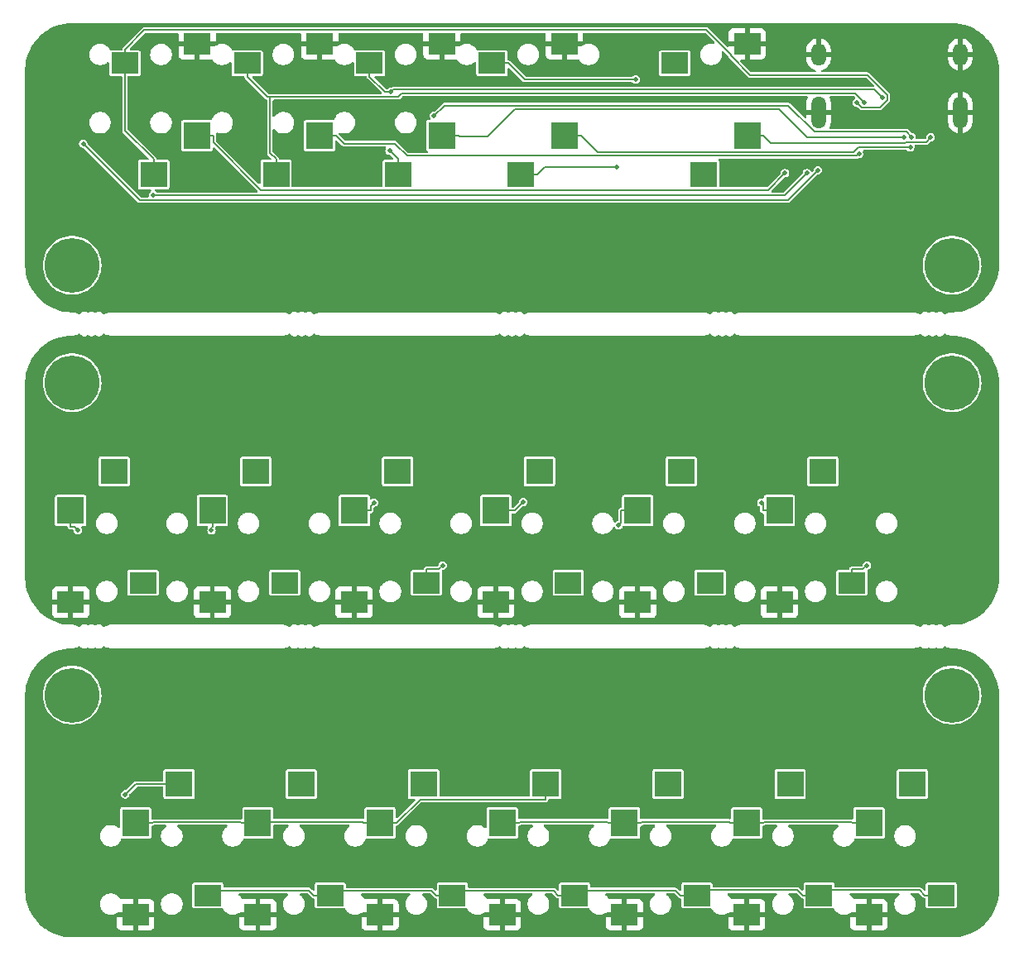
<source format=gbr>
%TF.GenerationSoftware,KiCad,Pcbnew,8.0.5*%
%TF.CreationDate,2024-11-15T20:40:57-05:00*%
%TF.ProjectId,One-8-DM5,4f6e652d-382d-4444-9d35-2e6b69636164,rev?*%
%TF.SameCoordinates,Original*%
%TF.FileFunction,Copper,L2,Bot*%
%TF.FilePolarity,Positive*%
%FSLAX46Y46*%
G04 Gerber Fmt 4.6, Leading zero omitted, Abs format (unit mm)*
G04 Created by KiCad (PCBNEW 8.0.5) date 2024-11-15 20:40:57*
%MOMM*%
%LPD*%
G01*
G04 APERTURE LIST*
%TA.AperFunction,ComponentPad*%
%ADD10C,5.600000*%
%TD*%
%TA.AperFunction,ComponentPad*%
%ADD11O,1.500000X3.300000*%
%TD*%
%TA.AperFunction,ComponentPad*%
%ADD12O,1.500000X2.300000*%
%TD*%
%TA.AperFunction,SMDPad,CuDef*%
%ADD13R,2.800000X2.200000*%
%TD*%
%TA.AperFunction,SMDPad,CuDef*%
%ADD14R,2.800000X2.800000*%
%TD*%
%TA.AperFunction,SMDPad,CuDef*%
%ADD15R,2.800000X2.600000*%
%TD*%
%TA.AperFunction,ViaPad*%
%ADD16C,0.460000*%
%TD*%
%TA.AperFunction,Conductor*%
%ADD17C,0.152400*%
%TD*%
G04 APERTURE END LIST*
D10*
%TO.P,H4,1,1*%
%TO.N,unconnected-(H4-Pad1)*%
X219762500Y-82850000D03*
%TD*%
%TO.P,H5,1,1*%
%TO.N,unconnected-(H5-Pad1)*%
X129762500Y-114850000D03*
%TD*%
%TO.P,H2,1,1*%
%TO.N,unconnected-(H2-Pad1)*%
X219762500Y-70850000D03*
%TD*%
D11*
%TO.P,J23,SH,Sheild*%
%TO.N,GND*%
X206112500Y-55215000D03*
X220612500Y-55215000D03*
D12*
X206112500Y-49255000D03*
X220612500Y-49255000D03*
%TD*%
D10*
%TO.P,H1,1,1*%
%TO.N,unconnected-(H1-Pad1)*%
X129762500Y-70850000D03*
%TD*%
%TO.P,H3,1,1*%
%TO.N,unconnected-(H3-Pad1)*%
X129762500Y-82850000D03*
%TD*%
%TO.P,H6,1,1*%
%TO.N,unconnected-(H6-Pad1)*%
X219762500Y-114850000D03*
%TD*%
D13*
%TO.P,J19,R*%
%TO.N,/Ring 5*%
X160195800Y-50155000D03*
%TO.P,J19,S*%
%TO.N,GND*%
X167595800Y-48155000D03*
D14*
%TO.P,J19,T*%
%TO.N,/TIP 5*%
X167595800Y-57555000D03*
D15*
%TO.P,J19,TN*%
%TO.N,/Ring 5*%
X163145800Y-61555000D03*
%TD*%
D13*
%TO.P,J38,R*%
%TO.N,Net-(J29-PadR)*%
X206162500Y-135350000D03*
%TO.P,J38,S*%
%TO.N,GND*%
X198762500Y-137350000D03*
D14*
%TO.P,J38,T*%
%TO.N,Net-(J33-PadT)*%
X198762500Y-127950000D03*
D15*
%TO.P,J38,TN*%
%TO.N,unconnected-(J38-PadTN)*%
X203212500Y-123950000D03*
%TD*%
D13*
%TO.P,J8,R*%
%TO.N,Net-(J29-PadR)*%
X143662500Y-135350000D03*
%TO.P,J8,S*%
%TO.N,GND*%
X136262500Y-137350000D03*
D14*
%TO.P,J8,T*%
%TO.N,Net-(J29-PadT)*%
X136262500Y-127950000D03*
D15*
%TO.P,J8,TN*%
%TO.N,Net-(J1-PadTN)*%
X140712500Y-123950000D03*
%TD*%
D13*
%TO.P,J39,R*%
%TO.N,Net-(J29-PadR)*%
X218662500Y-135350000D03*
%TO.P,J39,S*%
%TO.N,GND*%
X211262500Y-137350000D03*
D14*
%TO.P,J39,T*%
%TO.N,Net-(J33-PadT)*%
X211262500Y-127950000D03*
D15*
%TO.P,J39,TN*%
%TO.N,unconnected-(J39-PadTN)*%
X215712500Y-123950000D03*
%TD*%
D13*
%TO.P,J12,R*%
%TO.N,unconnected-(J12-PadR)*%
X137012500Y-103350000D03*
%TO.P,J12,S*%
%TO.N,GND*%
X129612500Y-105350000D03*
D14*
%TO.P,J12,T*%
%TO.N,Net-(J12-PadT)*%
X129612500Y-95950000D03*
D15*
%TO.P,J12,TN*%
%TO.N,unconnected-(J12-PadTN)*%
X134062500Y-91950000D03*
%TD*%
D13*
%TO.P,J21,R*%
%TO.N,/Ring 7*%
X172712500Y-50155000D03*
%TO.P,J21,S*%
%TO.N,GND*%
X180112500Y-48155000D03*
D14*
%TO.P,J21,T*%
%TO.N,/TIP 7*%
X180112500Y-57555000D03*
D15*
%TO.P,J21,TN*%
%TO.N,/Ring 7*%
X175662500Y-61555000D03*
%TD*%
D13*
%TO.P,J32,R*%
%TO.N,Net-(J29-PadR)*%
X168662500Y-135350000D03*
%TO.P,J32,S*%
%TO.N,GND*%
X161262500Y-137350000D03*
D14*
%TO.P,J32,T*%
%TO.N,Net-(J29-PadT)*%
X161262500Y-127950000D03*
D15*
%TO.P,J32,TN*%
%TO.N,unconnected-(J32-PadTN)*%
X165712500Y-123950000D03*
%TD*%
D13*
%TO.P,J28,R*%
%TO.N,Net-(J28-PadR)*%
X209512500Y-103350000D03*
%TO.P,J28,S*%
%TO.N,GND*%
X202112500Y-105350000D03*
D14*
%TO.P,J28,T*%
%TO.N,Net-(J28-PadT)*%
X202112500Y-95950000D03*
D15*
%TO.P,J28,TN*%
%TO.N,unconnected-(J28-PadTN)*%
X206562500Y-91950000D03*
%TD*%
D13*
%TO.P,J25,R*%
%TO.N,Net-(J25-PadR)*%
X166012500Y-103350000D03*
%TO.P,J25,S*%
%TO.N,GND*%
X158612500Y-105350000D03*
D14*
%TO.P,J25,T*%
%TO.N,Net-(J25-PadT)*%
X158612500Y-95950000D03*
D15*
%TO.P,J25,TN*%
%TO.N,unconnected-(J25-PadTN)*%
X163062500Y-91950000D03*
%TD*%
D13*
%TO.P,J35,R*%
%TO.N,unconnected-(J35-PadR)*%
X180512500Y-103350000D03*
%TO.P,J35,S*%
%TO.N,GND*%
X173112500Y-105350000D03*
D14*
%TO.P,J35,T*%
%TO.N,Net-(J34-PadT)*%
X173112500Y-95950000D03*
D15*
%TO.P,J35,TN*%
%TO.N,unconnected-(J35-PadTN)*%
X177562500Y-91950000D03*
%TD*%
D13*
%TO.P,J17,R*%
%TO.N,/Ring 3*%
X147679200Y-50155000D03*
%TO.P,J17,S*%
%TO.N,GND*%
X155079200Y-48155000D03*
D14*
%TO.P,J17,T*%
%TO.N,/TIP 3*%
X155079200Y-57555000D03*
D15*
%TO.P,J17,TN*%
%TO.N,/Ring 3*%
X150629200Y-61555000D03*
%TD*%
D13*
%TO.P,J10,R*%
%TO.N,unconnected-(J10-PadR)*%
X151512500Y-103350000D03*
%TO.P,J10,S*%
%TO.N,GND*%
X144112500Y-105350000D03*
D14*
%TO.P,J10,T*%
%TO.N,Net-(J10-PadT)*%
X144112500Y-95950000D03*
D15*
%TO.P,J10,TN*%
%TO.N,unconnected-(J10-PadTN)*%
X148562500Y-91950000D03*
%TD*%
D13*
%TO.P,J29,R*%
%TO.N,Net-(J29-PadR)*%
X156162500Y-135350000D03*
%TO.P,J29,S*%
%TO.N,GND*%
X148762500Y-137350000D03*
D14*
%TO.P,J29,T*%
%TO.N,Net-(J29-PadT)*%
X148762500Y-127950000D03*
D15*
%TO.P,J29,TN*%
%TO.N,unconnected-(J29-PadTN)*%
X153212500Y-123950000D03*
%TD*%
D13*
%TO.P,J37,R*%
%TO.N,Net-(J29-PadR)*%
X193662500Y-135350000D03*
%TO.P,J37,S*%
%TO.N,GND*%
X186262500Y-137350000D03*
D14*
%TO.P,J37,T*%
%TO.N,Net-(J33-PadT)*%
X186262500Y-127950000D03*
D15*
%TO.P,J37,TN*%
%TO.N,unconnected-(J37-PadTN)*%
X190712500Y-123950000D03*
%TD*%
D13*
%TO.P,J36,R*%
%TO.N,unconnected-(J36-PadR)*%
X195012500Y-103350000D03*
%TO.P,J36,S*%
%TO.N,GND*%
X187612500Y-105350000D03*
D14*
%TO.P,J36,T*%
%TO.N,Net-(J34-PadR)*%
X187612500Y-95950000D03*
D15*
%TO.P,J36,TN*%
%TO.N,unconnected-(J36-PadTN)*%
X192062500Y-91950000D03*
%TD*%
D13*
%TO.P,J15,R*%
%TO.N,/Ring 1*%
X135162500Y-50155000D03*
%TO.P,J15,S*%
%TO.N,GND*%
X142562500Y-48155000D03*
D14*
%TO.P,J15,T*%
%TO.N,/TIP 1*%
X142562500Y-57555000D03*
D15*
%TO.P,J15,TN*%
%TO.N,/Ring 1*%
X138112500Y-61555000D03*
%TD*%
D13*
%TO.P,J33,R*%
%TO.N,Net-(J29-PadR)*%
X181162500Y-135350000D03*
%TO.P,J33,S*%
%TO.N,GND*%
X173762500Y-137350000D03*
D14*
%TO.P,J33,T*%
%TO.N,Net-(J33-PadT)*%
X173762500Y-127950000D03*
D15*
%TO.P,J33,TN*%
%TO.N,Net-(J29-PadT)*%
X178212500Y-123950000D03*
%TD*%
D13*
%TO.P,J24,R*%
%TO.N,unconnected-(J24-PadR)*%
X191412500Y-50155000D03*
%TO.P,J24,S*%
%TO.N,GND*%
X198812500Y-48155000D03*
D14*
%TO.P,J24,T*%
%TO.N,/TIP 9*%
X198812500Y-57555000D03*
D15*
%TO.P,J24,TN*%
%TO.N,unconnected-(J24-PadTN)*%
X194362500Y-61555000D03*
%TD*%
D16*
%TO.N,Net-(J1-PadTN)*%
X135205500Y-125015600D03*
%TO.N,Net-(J34-PadT)*%
X175901300Y-95072000D03*
%TO.N,Net-(J34-PadR)*%
X185657800Y-97441600D03*
%TO.N,Net-(J28-PadT)*%
X200262700Y-95146800D03*
%TO.N,Net-(J28-PadR)*%
X211056000Y-101570400D03*
%TO.N,Net-(J25-PadT)*%
X160630700Y-95146800D03*
%TO.N,Net-(J25-PadR)*%
X167671600Y-101570400D03*
%TO.N,Net-(J12-PadT)*%
X130355300Y-97971600D03*
%TO.N,Net-(J10-PadT)*%
X144019100Y-97971600D03*
%TO.N,/TIP 9*%
X217571600Y-57752400D03*
%TO.N,/TIP 7*%
X215485800Y-58769600D03*
%TO.N,/Ring 7*%
X187407600Y-51828600D03*
X185455800Y-60772300D03*
%TO.N,/TIP 6*%
X215635700Y-57712000D03*
X166792100Y-55546900D03*
%TO.N,/Ring 5*%
X162382400Y-53072200D03*
X162237500Y-59102300D03*
X212624600Y-53670300D03*
%TO.N,/TIP 5*%
X214822600Y-57720500D03*
%TO.N,/TIP 3*%
X210263500Y-59432800D03*
%TO.N,/Ring 3*%
X210773000Y-54159200D03*
%TO.N,/TIP 1*%
X202683400Y-61399100D03*
%TO.N,/Ring 1*%
X210032800Y-54206600D03*
%TO.N,/TIP 0*%
X206054400Y-61094400D03*
X130903200Y-58385200D03*
%TO.N,/Ring 0*%
X204926500Y-61405400D03*
X138053000Y-63652400D03*
%TD*%
D17*
%TO.N,Net-(J33-PadT)*%
X200561500Y-127828900D02*
X200440400Y-127950000D01*
X209463500Y-127828900D02*
X200561500Y-127828900D01*
X209584600Y-127950000D02*
X209463500Y-127828900D01*
X211262500Y-127950000D02*
X209584600Y-127950000D01*
X198762500Y-127950000D02*
X200440400Y-127950000D01*
X196954200Y-127819600D02*
X197084600Y-127950000D01*
X188070800Y-127819600D02*
X196954200Y-127819600D01*
X187940400Y-127950000D02*
X188070800Y-127819600D01*
X186262500Y-127950000D02*
X187940400Y-127950000D01*
X198762500Y-127950000D02*
X197084600Y-127950000D01*
X184453100Y-127818500D02*
X184584600Y-127950000D01*
X175571900Y-127818500D02*
X184453100Y-127818500D01*
X175440400Y-127950000D02*
X175571900Y-127818500D01*
X173762500Y-127950000D02*
X175440400Y-127950000D01*
X186262500Y-127950000D02*
X184584600Y-127950000D01*
%TO.N,Net-(J1-PadTN)*%
X136271100Y-123950000D02*
X135205500Y-125015600D01*
X140712500Y-123950000D02*
X136271100Y-123950000D01*
%TO.N,Net-(J34-PadT)*%
X175023300Y-95950000D02*
X175901300Y-95072000D01*
X173112500Y-95950000D02*
X175023300Y-95950000D01*
%TO.N,Net-(J34-PadR)*%
X185934600Y-97164800D02*
X185657800Y-97441600D01*
X185934600Y-95950000D02*
X185934600Y-97164800D01*
X187612500Y-95950000D02*
X185934600Y-95950000D01*
%TO.N,Net-(J29-PadR)*%
X205323600Y-135350000D02*
X206100200Y-135350000D01*
X205323600Y-135350000D02*
X204484600Y-135350000D01*
X206162500Y-135350000D02*
X206100200Y-135350000D01*
X216465000Y-134830400D02*
X216984600Y-135350000D01*
X206619800Y-134830400D02*
X216465000Y-134830400D01*
X206100200Y-135350000D02*
X206619800Y-134830400D01*
X218662500Y-135350000D02*
X216984600Y-135350000D01*
X181162500Y-135350000D02*
X179484600Y-135350000D01*
X203965000Y-134830400D02*
X204484600Y-135350000D01*
X194182100Y-134830400D02*
X203965000Y-134830400D01*
X193662500Y-135350000D02*
X194182100Y-134830400D01*
X181671300Y-134841200D02*
X181162500Y-135350000D01*
X191475800Y-134841200D02*
X181671300Y-134841200D01*
X191984600Y-135350000D02*
X191475800Y-134841200D01*
X193662500Y-135350000D02*
X191984600Y-135350000D01*
X144159800Y-134852700D02*
X143662500Y-135350000D01*
X153987300Y-134852700D02*
X144159800Y-134852700D01*
X154484600Y-135350000D02*
X153987300Y-134852700D01*
X156162500Y-135350000D02*
X154484600Y-135350000D01*
X169146700Y-134865800D02*
X168662500Y-135350000D01*
X179000400Y-134865800D02*
X169146700Y-134865800D01*
X179484600Y-135350000D02*
X179000400Y-134865800D01*
X156655800Y-134856700D02*
X156162500Y-135350000D01*
X166491300Y-134856700D02*
X156655800Y-134856700D01*
X166984600Y-135350000D02*
X166491300Y-134856700D01*
X168662500Y-135350000D02*
X166984600Y-135350000D01*
%TO.N,Net-(J29-PadT)*%
X138061500Y-127828900D02*
X137940400Y-127950000D01*
X146963500Y-127828900D02*
X138061500Y-127828900D01*
X147084600Y-127950000D02*
X146963500Y-127828900D01*
X136262500Y-127950000D02*
X137940400Y-127950000D01*
X148762500Y-127950000D02*
X147923600Y-127950000D01*
X147923600Y-127950000D02*
X147084600Y-127950000D01*
X159453100Y-127818500D02*
X159584600Y-127950000D01*
X148055100Y-127818500D02*
X159453100Y-127818500D01*
X147923600Y-127950000D02*
X148055100Y-127818500D01*
X161262500Y-127950000D02*
X159584600Y-127950000D01*
X165362500Y-125527900D02*
X162940400Y-127950000D01*
X178212500Y-125527900D02*
X165362500Y-125527900D01*
X178212500Y-123950000D02*
X178212500Y-125527900D01*
X161262500Y-127950000D02*
X162940400Y-127950000D01*
%TO.N,Net-(J28-PadT)*%
X200434600Y-95318700D02*
X200262700Y-95146800D01*
X200434600Y-95950000D02*
X200434600Y-95318700D01*
X202112500Y-95950000D02*
X200434600Y-95950000D01*
%TO.N,Net-(J28-PadR)*%
X210654300Y-101972100D02*
X211056000Y-101570400D01*
X209512500Y-101972100D02*
X210654300Y-101972100D01*
X209512500Y-103350000D02*
X209512500Y-101972100D01*
%TO.N,Net-(J25-PadT)*%
X160290400Y-95487100D02*
X160630700Y-95146800D01*
X160290400Y-95950000D02*
X160290400Y-95487100D01*
X158612500Y-95950000D02*
X160290400Y-95950000D01*
%TO.N,Net-(J25-PadR)*%
X167269900Y-101972100D02*
X167671600Y-101570400D01*
X166012500Y-101972100D02*
X167269900Y-101972100D01*
X166012500Y-103350000D02*
X166012500Y-101972100D01*
%TO.N,Net-(J12-PadT)*%
X130011600Y-97627900D02*
X130355300Y-97971600D01*
X129612500Y-97627900D02*
X130011600Y-97627900D01*
X129612500Y-95950000D02*
X129612500Y-97627900D01*
%TO.N,Net-(J10-PadT)*%
X144019100Y-97721300D02*
X144019100Y-97971600D01*
X144112500Y-97627900D02*
X144019100Y-97721300D01*
X144112500Y-95950000D02*
X144112500Y-97627900D01*
%TO.N,/TIP 9*%
X201256400Y-58321000D02*
X200490400Y-57555000D01*
X214940800Y-58321000D02*
X201256400Y-58321000D01*
X215036500Y-58225300D02*
X214940800Y-58321000D01*
X217098700Y-58225300D02*
X215036500Y-58225300D01*
X217571600Y-57752400D02*
X217098700Y-58225300D01*
X198812500Y-57555000D02*
X200490400Y-57555000D01*
%TO.N,/TIP 7*%
X180112500Y-57555000D02*
X181790400Y-57555000D01*
X183490800Y-59255400D02*
X181790400Y-57555000D01*
X209722700Y-59255400D02*
X183490800Y-59255400D01*
X210208500Y-58769600D02*
X209722700Y-59255400D01*
X215485800Y-58769600D02*
X210208500Y-58769600D01*
%TO.N,/Ring 7*%
X172712500Y-50155000D02*
X174390400Y-50155000D01*
X176064000Y-51828600D02*
X187407600Y-51828600D01*
X174390400Y-50155000D02*
X176064000Y-51828600D01*
X178123100Y-60772300D02*
X177340400Y-61555000D01*
X185455800Y-60772300D02*
X178123100Y-60772300D01*
X175662500Y-61555000D02*
X177340400Y-61555000D01*
%TO.N,/TIP 6*%
X167834000Y-54505000D02*
X166792100Y-55546900D01*
X203029000Y-54505000D02*
X167834000Y-54505000D01*
X205666900Y-57142900D02*
X203029000Y-54505000D01*
X215066600Y-57142900D02*
X205666900Y-57142900D01*
X215635700Y-57712000D02*
X215066600Y-57142900D01*
%TO.N,/Ring 5*%
X160195800Y-50155000D02*
X160195800Y-51532900D01*
X161735100Y-53072200D02*
X162382400Y-53072200D01*
X160195800Y-51532900D02*
X161735100Y-53072200D01*
X163112300Y-59977100D02*
X163145800Y-59977100D01*
X162237500Y-59102300D02*
X163112300Y-59977100D01*
X163145800Y-61555000D02*
X163145800Y-59977100D01*
X162589700Y-52864900D02*
X162382400Y-53072200D01*
X211819200Y-52864900D02*
X162589700Y-52864900D01*
X212624600Y-53670300D02*
X211819200Y-52864900D01*
%TO.N,/TIP 5*%
X167595800Y-57555000D02*
X169273700Y-57555000D01*
X214822600Y-57720400D02*
X214822600Y-57720500D01*
X204939500Y-57720400D02*
X214822600Y-57720400D01*
X202083300Y-54864200D02*
X204939500Y-57720400D01*
X175058300Y-54864200D02*
X202083300Y-54864200D01*
X172231300Y-57691200D02*
X175058300Y-54864200D01*
X169409900Y-57691200D02*
X172231300Y-57691200D01*
X169273700Y-57555000D02*
X169409900Y-57691200D01*
%TO.N,/TIP 3*%
X157594700Y-58392600D02*
X156757100Y-57555000D01*
X162799700Y-58392600D02*
X157594700Y-58392600D01*
X164044000Y-59636900D02*
X162799700Y-58392600D01*
X210059400Y-59636900D02*
X164044000Y-59636900D01*
X210263500Y-59432800D02*
X210059400Y-59636900D01*
X155079200Y-57555000D02*
X156757100Y-57555000D01*
%TO.N,/Ring 3*%
X147679200Y-50155000D02*
X147679200Y-51532900D01*
X150629200Y-61555000D02*
X150629200Y-59977100D01*
X149997300Y-59345200D02*
X149997300Y-53610200D01*
X150629200Y-59977100D02*
X149997300Y-59345200D01*
X163077600Y-53610200D02*
X149997300Y-53610200D01*
X163433900Y-53253900D02*
X163077600Y-53610200D01*
X209867700Y-53253900D02*
X163433900Y-53253900D01*
X210773000Y-54159200D02*
X209867700Y-53253900D01*
X149756500Y-53610200D02*
X147679200Y-51532900D01*
X149997300Y-53610200D02*
X149756500Y-53610200D01*
%TO.N,/TIP 1*%
X142562500Y-57555000D02*
X144240400Y-57555000D01*
X200949600Y-63132900D02*
X202683400Y-61399100D01*
X149084200Y-63132900D02*
X200949600Y-63132900D01*
X144240400Y-58289100D02*
X149084200Y-63132900D01*
X144240400Y-57555000D02*
X144240400Y-58289100D01*
%TO.N,/Ring 1*%
X135162500Y-57027100D02*
X135162500Y-50155000D01*
X138112500Y-59977100D02*
X135162500Y-57027100D01*
X138112500Y-61555000D02*
X138112500Y-59977100D01*
X137162500Y-46777100D02*
X135162500Y-48777100D01*
X194650000Y-46777100D02*
X137162500Y-46777100D01*
X197134600Y-49261700D02*
X194650000Y-46777100D01*
X197134600Y-49373000D02*
X197134600Y-49261700D01*
X199130900Y-51369300D02*
X197134600Y-49373000D01*
X211117800Y-51369300D02*
X199130900Y-51369300D01*
X213157600Y-53409100D02*
X211117800Y-51369300D01*
X213157600Y-53903700D02*
X213157600Y-53409100D01*
X212387900Y-54673400D02*
X213157600Y-53903700D01*
X210499600Y-54673400D02*
X212387900Y-54673400D01*
X210032800Y-54206600D02*
X210499600Y-54673400D01*
X135162500Y-50155000D02*
X135162500Y-48777100D01*
%TO.N,/TIP 0*%
X202980600Y-64168200D02*
X206054400Y-61094400D01*
X136686200Y-64168200D02*
X202980600Y-64168200D01*
X130903200Y-58385200D02*
X136686200Y-64168200D01*
%TO.N,/Ring 0*%
X202679500Y-63652400D02*
X204926500Y-61405400D01*
X138053000Y-63652400D02*
X202679500Y-63652400D01*
%TD*%
%TA.AperFunction,Conductor*%
%TO.N,GND*%
G36*
X216565121Y-109856526D02*
G01*
X216600580Y-109895533D01*
X216608800Y-109909770D01*
X216702730Y-110003700D01*
X216817770Y-110070119D01*
X216946081Y-110104500D01*
X216946084Y-110104500D01*
X217078916Y-110104500D01*
X217078919Y-110104500D01*
X217207230Y-110070119D01*
X217322270Y-110003700D01*
X217322271Y-110003698D01*
X217325499Y-110001835D01*
X217393399Y-109985362D01*
X217449501Y-110001835D01*
X217452728Y-110003698D01*
X217452730Y-110003700D01*
X217567770Y-110070119D01*
X217696081Y-110104500D01*
X217696084Y-110104500D01*
X217828916Y-110104500D01*
X217828919Y-110104500D01*
X217957230Y-110070119D01*
X218072270Y-110003700D01*
X218072271Y-110003698D01*
X218075499Y-110001835D01*
X218143399Y-109985362D01*
X218199501Y-110001835D01*
X218202728Y-110003698D01*
X218202730Y-110003700D01*
X218317770Y-110070119D01*
X218446081Y-110104500D01*
X218446084Y-110104500D01*
X218578916Y-110104500D01*
X218578919Y-110104500D01*
X218707230Y-110070119D01*
X218822270Y-110003700D01*
X218916200Y-109909770D01*
X218924419Y-109895533D01*
X218974981Y-109847321D01*
X219043587Y-109834095D01*
X219093803Y-109850146D01*
X219253209Y-109942179D01*
X219450601Y-110014024D01*
X219657470Y-110050500D01*
X219722618Y-110050500D01*
X219759794Y-110050500D01*
X219765202Y-110050617D01*
X220175417Y-110068528D01*
X220186154Y-110069468D01*
X220590557Y-110122708D01*
X220601195Y-110124583D01*
X220999425Y-110212869D01*
X221009865Y-110215667D01*
X221398863Y-110338317D01*
X221409024Y-110342015D01*
X221785863Y-110498108D01*
X221795655Y-110502674D01*
X222157465Y-110691020D01*
X222166805Y-110696413D01*
X222452136Y-110878189D01*
X222510809Y-110915568D01*
X222519670Y-110921772D01*
X222843266Y-111170076D01*
X222851553Y-111177030D01*
X223152267Y-111452583D01*
X223159916Y-111460232D01*
X223435469Y-111760946D01*
X223442423Y-111769233D01*
X223690727Y-112092829D01*
X223696931Y-112101690D01*
X223911918Y-112439151D01*
X223916078Y-112445680D01*
X223921487Y-112455048D01*
X224109822Y-112816838D01*
X224114394Y-112826642D01*
X224270483Y-113203473D01*
X224274183Y-113213639D01*
X224396831Y-113602630D01*
X224399631Y-113613078D01*
X224487914Y-114011296D01*
X224489792Y-114021950D01*
X224543029Y-114426326D01*
X224543972Y-114437102D01*
X224561882Y-114847297D01*
X224562000Y-114852706D01*
X224562000Y-134847293D01*
X224561882Y-134852702D01*
X224543972Y-135262897D01*
X224543029Y-135273673D01*
X224489792Y-135678049D01*
X224487914Y-135688703D01*
X224399631Y-136086921D01*
X224396831Y-136097369D01*
X224274183Y-136486360D01*
X224270483Y-136496526D01*
X224114394Y-136873357D01*
X224109822Y-136883161D01*
X223921487Y-137244951D01*
X223916078Y-137254319D01*
X223696931Y-137598309D01*
X223690727Y-137607170D01*
X223442423Y-137930766D01*
X223435469Y-137939053D01*
X223159916Y-138239767D01*
X223152267Y-138247416D01*
X222851553Y-138522969D01*
X222843266Y-138529923D01*
X222519670Y-138778227D01*
X222510809Y-138784431D01*
X222166819Y-139003578D01*
X222157451Y-139008987D01*
X221795661Y-139197322D01*
X221785857Y-139201894D01*
X221409026Y-139357983D01*
X221398860Y-139361683D01*
X221009869Y-139484331D01*
X220999421Y-139487131D01*
X220601203Y-139575414D01*
X220590549Y-139577292D01*
X220186173Y-139630529D01*
X220175397Y-139631472D01*
X219765203Y-139649382D01*
X219759794Y-139649500D01*
X129765205Y-139649500D01*
X129759796Y-139649382D01*
X129349601Y-139631473D01*
X129338827Y-139630530D01*
X129272550Y-139621804D01*
X128934449Y-139577293D01*
X128923795Y-139575415D01*
X128525578Y-139487132D01*
X128515130Y-139484332D01*
X128126139Y-139361684D01*
X128115973Y-139357984D01*
X127739141Y-139201895D01*
X127729337Y-139197323D01*
X127367557Y-139008992D01*
X127358189Y-139003584D01*
X127014181Y-138784427D01*
X127005320Y-138778222D01*
X126681732Y-138529924D01*
X126673445Y-138522970D01*
X126646025Y-138497844D01*
X134362500Y-138497844D01*
X134368901Y-138557372D01*
X134368903Y-138557379D01*
X134419145Y-138692086D01*
X134419149Y-138692093D01*
X134505309Y-138807187D01*
X134505312Y-138807190D01*
X134620406Y-138893350D01*
X134620413Y-138893354D01*
X134755120Y-138943596D01*
X134755127Y-138943598D01*
X134814655Y-138949999D01*
X134814672Y-138950000D01*
X136012500Y-138950000D01*
X136512500Y-138950000D01*
X137710328Y-138950000D01*
X137710344Y-138949999D01*
X137769872Y-138943598D01*
X137769879Y-138943596D01*
X137904586Y-138893354D01*
X137904593Y-138893350D01*
X138019687Y-138807190D01*
X138019690Y-138807187D01*
X138105850Y-138692093D01*
X138105854Y-138692086D01*
X138156096Y-138557379D01*
X138156098Y-138557372D01*
X138162499Y-138497844D01*
X146862500Y-138497844D01*
X146868901Y-138557372D01*
X146868903Y-138557379D01*
X146919145Y-138692086D01*
X146919149Y-138692093D01*
X147005309Y-138807187D01*
X147005312Y-138807190D01*
X147120406Y-138893350D01*
X147120413Y-138893354D01*
X147255120Y-138943596D01*
X147255127Y-138943598D01*
X147314655Y-138949999D01*
X147314672Y-138950000D01*
X148512500Y-138950000D01*
X149012500Y-138950000D01*
X150210328Y-138950000D01*
X150210344Y-138949999D01*
X150269872Y-138943598D01*
X150269879Y-138943596D01*
X150404586Y-138893354D01*
X150404593Y-138893350D01*
X150519687Y-138807190D01*
X150519690Y-138807187D01*
X150605850Y-138692093D01*
X150605854Y-138692086D01*
X150656096Y-138557379D01*
X150656098Y-138557372D01*
X150662499Y-138497844D01*
X159362500Y-138497844D01*
X159368901Y-138557372D01*
X159368903Y-138557379D01*
X159419145Y-138692086D01*
X159419149Y-138692093D01*
X159505309Y-138807187D01*
X159505312Y-138807190D01*
X159620406Y-138893350D01*
X159620413Y-138893354D01*
X159755120Y-138943596D01*
X159755127Y-138943598D01*
X159814655Y-138949999D01*
X159814672Y-138950000D01*
X161012500Y-138950000D01*
X161512500Y-138950000D01*
X162710328Y-138950000D01*
X162710344Y-138949999D01*
X162769872Y-138943598D01*
X162769879Y-138943596D01*
X162904586Y-138893354D01*
X162904593Y-138893350D01*
X163019687Y-138807190D01*
X163019690Y-138807187D01*
X163105850Y-138692093D01*
X163105854Y-138692086D01*
X163156096Y-138557379D01*
X163156098Y-138557372D01*
X163162499Y-138497844D01*
X171862500Y-138497844D01*
X171868901Y-138557372D01*
X171868903Y-138557379D01*
X171919145Y-138692086D01*
X171919149Y-138692093D01*
X172005309Y-138807187D01*
X172005312Y-138807190D01*
X172120406Y-138893350D01*
X172120413Y-138893354D01*
X172255120Y-138943596D01*
X172255127Y-138943598D01*
X172314655Y-138949999D01*
X172314672Y-138950000D01*
X173512500Y-138950000D01*
X174012500Y-138950000D01*
X175210328Y-138950000D01*
X175210344Y-138949999D01*
X175269872Y-138943598D01*
X175269879Y-138943596D01*
X175404586Y-138893354D01*
X175404593Y-138893350D01*
X175519687Y-138807190D01*
X175519690Y-138807187D01*
X175605850Y-138692093D01*
X175605854Y-138692086D01*
X175656096Y-138557379D01*
X175656098Y-138557372D01*
X175662499Y-138497844D01*
X184362500Y-138497844D01*
X184368901Y-138557372D01*
X184368903Y-138557379D01*
X184419145Y-138692086D01*
X184419149Y-138692093D01*
X184505309Y-138807187D01*
X184505312Y-138807190D01*
X184620406Y-138893350D01*
X184620413Y-138893354D01*
X184755120Y-138943596D01*
X184755127Y-138943598D01*
X184814655Y-138949999D01*
X184814672Y-138950000D01*
X186012500Y-138950000D01*
X186512500Y-138950000D01*
X187710328Y-138950000D01*
X187710344Y-138949999D01*
X187769872Y-138943598D01*
X187769879Y-138943596D01*
X187904586Y-138893354D01*
X187904593Y-138893350D01*
X188019687Y-138807190D01*
X188019690Y-138807187D01*
X188105850Y-138692093D01*
X188105854Y-138692086D01*
X188156096Y-138557379D01*
X188156098Y-138557372D01*
X188162499Y-138497844D01*
X196862500Y-138497844D01*
X196868901Y-138557372D01*
X196868903Y-138557379D01*
X196919145Y-138692086D01*
X196919149Y-138692093D01*
X197005309Y-138807187D01*
X197005312Y-138807190D01*
X197120406Y-138893350D01*
X197120413Y-138893354D01*
X197255120Y-138943596D01*
X197255127Y-138943598D01*
X197314655Y-138949999D01*
X197314672Y-138950000D01*
X198512500Y-138950000D01*
X199012500Y-138950000D01*
X200210328Y-138950000D01*
X200210344Y-138949999D01*
X200269872Y-138943598D01*
X200269879Y-138943596D01*
X200404586Y-138893354D01*
X200404593Y-138893350D01*
X200519687Y-138807190D01*
X200519690Y-138807187D01*
X200605850Y-138692093D01*
X200605854Y-138692086D01*
X200656096Y-138557379D01*
X200656098Y-138557372D01*
X200662499Y-138497844D01*
X209362500Y-138497844D01*
X209368901Y-138557372D01*
X209368903Y-138557379D01*
X209419145Y-138692086D01*
X209419149Y-138692093D01*
X209505309Y-138807187D01*
X209505312Y-138807190D01*
X209620406Y-138893350D01*
X209620413Y-138893354D01*
X209755120Y-138943596D01*
X209755127Y-138943598D01*
X209814655Y-138949999D01*
X209814672Y-138950000D01*
X211012500Y-138950000D01*
X211512500Y-138950000D01*
X212710328Y-138950000D01*
X212710344Y-138949999D01*
X212769872Y-138943598D01*
X212769879Y-138943596D01*
X212904586Y-138893354D01*
X212904593Y-138893350D01*
X213019687Y-138807190D01*
X213019690Y-138807187D01*
X213105850Y-138692093D01*
X213105854Y-138692086D01*
X213156096Y-138557379D01*
X213156098Y-138557372D01*
X213162499Y-138497844D01*
X213162500Y-138497827D01*
X213162500Y-137600000D01*
X211512500Y-137600000D01*
X211512500Y-138950000D01*
X211012500Y-138950000D01*
X211012500Y-137600000D01*
X209362500Y-137600000D01*
X209362500Y-138497844D01*
X200662499Y-138497844D01*
X200662500Y-138497827D01*
X200662500Y-137600000D01*
X199012500Y-137600000D01*
X199012500Y-138950000D01*
X198512500Y-138950000D01*
X198512500Y-137600000D01*
X196862500Y-137600000D01*
X196862500Y-138497844D01*
X188162499Y-138497844D01*
X188162500Y-138497827D01*
X188162500Y-137600000D01*
X186512500Y-137600000D01*
X186512500Y-138950000D01*
X186012500Y-138950000D01*
X186012500Y-137600000D01*
X184362500Y-137600000D01*
X184362500Y-138497844D01*
X175662499Y-138497844D01*
X175662500Y-138497827D01*
X175662500Y-137600000D01*
X174012500Y-137600000D01*
X174012500Y-138950000D01*
X173512500Y-138950000D01*
X173512500Y-137600000D01*
X171862500Y-137600000D01*
X171862500Y-138497844D01*
X163162499Y-138497844D01*
X163162500Y-138497827D01*
X163162500Y-137600000D01*
X161512500Y-137600000D01*
X161512500Y-138950000D01*
X161012500Y-138950000D01*
X161012500Y-137600000D01*
X159362500Y-137600000D01*
X159362500Y-138497844D01*
X150662499Y-138497844D01*
X150662500Y-138497827D01*
X150662500Y-137600000D01*
X149012500Y-137600000D01*
X149012500Y-138950000D01*
X148512500Y-138950000D01*
X148512500Y-137600000D01*
X146862500Y-137600000D01*
X146862500Y-138497844D01*
X138162499Y-138497844D01*
X138162500Y-138497827D01*
X138162500Y-137600000D01*
X136512500Y-137600000D01*
X136512500Y-138950000D01*
X136012500Y-138950000D01*
X136012500Y-137600000D01*
X134362500Y-137600000D01*
X134362500Y-138497844D01*
X126646025Y-138497844D01*
X126372731Y-138247417D01*
X126365082Y-138239768D01*
X126089529Y-137939054D01*
X126082575Y-137930767D01*
X125834271Y-137607171D01*
X125828067Y-137598310D01*
X125774568Y-137514334D01*
X125608912Y-137254306D01*
X125603519Y-137244966D01*
X125415173Y-136883156D01*
X125410604Y-136873358D01*
X125392182Y-136828884D01*
X125254514Y-136496524D01*
X125250815Y-136486360D01*
X125203698Y-136336925D01*
X125148884Y-136163074D01*
X132608000Y-136163074D01*
X132608000Y-136336925D01*
X132635197Y-136508639D01*
X132635197Y-136508642D01*
X132688918Y-136673978D01*
X132710849Y-136717020D01*
X132767847Y-136828884D01*
X132870035Y-136969533D01*
X132992967Y-137092465D01*
X133133616Y-137194653D01*
X133241750Y-137249750D01*
X133288521Y-137273581D01*
X133453858Y-137327302D01*
X133453859Y-137327302D01*
X133453862Y-137327303D01*
X133625574Y-137354500D01*
X133625575Y-137354500D01*
X133799425Y-137354500D01*
X133799426Y-137354500D01*
X133971138Y-137327303D01*
X133971141Y-137327302D01*
X133971142Y-137327302D01*
X134136478Y-137273581D01*
X134136478Y-137273580D01*
X134136481Y-137273580D01*
X134291384Y-137194653D01*
X134336870Y-137161604D01*
X134389068Y-137123682D01*
X134454874Y-137100202D01*
X134461953Y-137100000D01*
X136012500Y-137100000D01*
X136512500Y-137100000D01*
X138162500Y-137100000D01*
X138162500Y-136202172D01*
X138162499Y-136202155D01*
X138158297Y-136163074D01*
X138858000Y-136163074D01*
X138858000Y-136336925D01*
X138885197Y-136508639D01*
X138885197Y-136508642D01*
X138938918Y-136673978D01*
X138960849Y-136717020D01*
X139017847Y-136828884D01*
X139120035Y-136969533D01*
X139242967Y-137092465D01*
X139383616Y-137194653D01*
X139491750Y-137249750D01*
X139538521Y-137273581D01*
X139703858Y-137327302D01*
X139703859Y-137327302D01*
X139703862Y-137327303D01*
X139875574Y-137354500D01*
X139875575Y-137354500D01*
X140049425Y-137354500D01*
X140049426Y-137354500D01*
X140221138Y-137327303D01*
X140221141Y-137327302D01*
X140221142Y-137327302D01*
X140386478Y-137273581D01*
X140386478Y-137273580D01*
X140386481Y-137273580D01*
X140541384Y-137194653D01*
X140682033Y-137092465D01*
X140804965Y-136969533D01*
X140907153Y-136828884D01*
X140986080Y-136673981D01*
X141039803Y-136508638D01*
X141067000Y-136336926D01*
X141067000Y-136163074D01*
X141039803Y-135991362D01*
X141039802Y-135991358D01*
X141039802Y-135991357D01*
X140986081Y-135826021D01*
X140942464Y-135740418D01*
X140907153Y-135671116D01*
X140804965Y-135530467D01*
X140682033Y-135407535D01*
X140541384Y-135305347D01*
X140481917Y-135275047D01*
X140386478Y-135226418D01*
X140221141Y-135172697D01*
X140072060Y-135149085D01*
X140049426Y-135145500D01*
X139875574Y-135145500D01*
X139852940Y-135149085D01*
X139703860Y-135172697D01*
X139703857Y-135172697D01*
X139538521Y-135226418D01*
X139383615Y-135305347D01*
X139325318Y-135347703D01*
X139242967Y-135407535D01*
X139242965Y-135407537D01*
X139242964Y-135407537D01*
X139120037Y-135530464D01*
X139120037Y-135530465D01*
X139120035Y-135530467D01*
X139090282Y-135571418D01*
X139017847Y-135671115D01*
X138938918Y-135826021D01*
X138885197Y-135991357D01*
X138885197Y-135991360D01*
X138858000Y-136163074D01*
X138158297Y-136163074D01*
X138156098Y-136142627D01*
X138156096Y-136142620D01*
X138105854Y-136007913D01*
X138105850Y-136007906D01*
X138019690Y-135892812D01*
X138019687Y-135892809D01*
X137904593Y-135806649D01*
X137904586Y-135806645D01*
X137769879Y-135756403D01*
X137769872Y-135756401D01*
X137710344Y-135750000D01*
X136512500Y-135750000D01*
X136512500Y-137100000D01*
X136012500Y-137100000D01*
X136012500Y-135750000D01*
X134814664Y-135750000D01*
X134788387Y-135752825D01*
X134719628Y-135740418D01*
X134668492Y-135692806D01*
X134664650Y-135685830D01*
X134663424Y-135683424D01*
X134657153Y-135671116D01*
X134554965Y-135530467D01*
X134432033Y-135407535D01*
X134291384Y-135305347D01*
X134231917Y-135275047D01*
X134136478Y-135226418D01*
X133971141Y-135172697D01*
X133822060Y-135149085D01*
X133799426Y-135145500D01*
X133625574Y-135145500D01*
X133602940Y-135149085D01*
X133453860Y-135172697D01*
X133453857Y-135172697D01*
X133288521Y-135226418D01*
X133133615Y-135305347D01*
X133075318Y-135347703D01*
X132992967Y-135407535D01*
X132992965Y-135407537D01*
X132992964Y-135407537D01*
X132870037Y-135530464D01*
X132870037Y-135530465D01*
X132870035Y-135530467D01*
X132840282Y-135571418D01*
X132767847Y-135671115D01*
X132688918Y-135826021D01*
X132635197Y-135991357D01*
X132635197Y-135991360D01*
X132608000Y-136163074D01*
X125148884Y-136163074D01*
X125128166Y-136097365D01*
X125125367Y-136086921D01*
X125037082Y-135688696D01*
X125035206Y-135678050D01*
X125035206Y-135678049D01*
X124981967Y-135273654D01*
X124981027Y-135262917D01*
X124963118Y-134852724D01*
X124963000Y-134847315D01*
X124963000Y-134230247D01*
X142062000Y-134230247D01*
X142062000Y-136469752D01*
X142073631Y-136528229D01*
X142073632Y-136528230D01*
X142117947Y-136594552D01*
X142184269Y-136638867D01*
X142184270Y-136638868D01*
X142242747Y-136650499D01*
X142242750Y-136650500D01*
X142242752Y-136650500D01*
X145082246Y-136650500D01*
X145082248Y-136650500D01*
X145082249Y-136650499D01*
X145088202Y-136649913D01*
X145156849Y-136662927D01*
X145207562Y-136710989D01*
X145210849Y-136717020D01*
X145267847Y-136828884D01*
X145370035Y-136969533D01*
X145492967Y-137092465D01*
X145633616Y-137194653D01*
X145741750Y-137249750D01*
X145788521Y-137273581D01*
X145953858Y-137327302D01*
X145953859Y-137327302D01*
X145953862Y-137327303D01*
X146125574Y-137354500D01*
X146125575Y-137354500D01*
X146299425Y-137354500D01*
X146299426Y-137354500D01*
X146471138Y-137327303D01*
X146471141Y-137327302D01*
X146471142Y-137327302D01*
X146636478Y-137273581D01*
X146636478Y-137273580D01*
X146636481Y-137273580D01*
X146791384Y-137194653D01*
X146836870Y-137161604D01*
X146889068Y-137123682D01*
X146954874Y-137100202D01*
X146961953Y-137100000D01*
X148512500Y-137100000D01*
X149012500Y-137100000D01*
X150662500Y-137100000D01*
X150662500Y-136202172D01*
X150662499Y-136202155D01*
X150656098Y-136142627D01*
X150656096Y-136142620D01*
X150605854Y-136007913D01*
X150605850Y-136007906D01*
X150519690Y-135892812D01*
X150519687Y-135892809D01*
X150404593Y-135806649D01*
X150404586Y-135806645D01*
X150269879Y-135756403D01*
X150269872Y-135756401D01*
X150210344Y-135750000D01*
X149012500Y-135750000D01*
X149012500Y-137100000D01*
X148512500Y-137100000D01*
X148512500Y-135750000D01*
X147314664Y-135750000D01*
X147288387Y-135752825D01*
X147219628Y-135740418D01*
X147168492Y-135692806D01*
X147164650Y-135685830D01*
X147163424Y-135683424D01*
X147157153Y-135671116D01*
X147054965Y-135530467D01*
X146932033Y-135407535D01*
X146857959Y-135353716D01*
X146815295Y-135298388D01*
X146809316Y-135228774D01*
X146841922Y-135166979D01*
X146902761Y-135132622D01*
X146930846Y-135129400D01*
X151744154Y-135129400D01*
X151811193Y-135149085D01*
X151856948Y-135201889D01*
X151866892Y-135271047D01*
X151837867Y-135334603D01*
X151817042Y-135353715D01*
X151742967Y-135407535D01*
X151742965Y-135407537D01*
X151742964Y-135407537D01*
X151620037Y-135530464D01*
X151620037Y-135530465D01*
X151620035Y-135530467D01*
X151590282Y-135571418D01*
X151517847Y-135671115D01*
X151438918Y-135826021D01*
X151385197Y-135991357D01*
X151385197Y-135991360D01*
X151358000Y-136163074D01*
X151358000Y-136336925D01*
X151385197Y-136508639D01*
X151385197Y-136508642D01*
X151438918Y-136673978D01*
X151460849Y-136717020D01*
X151517847Y-136828884D01*
X151620035Y-136969533D01*
X151742967Y-137092465D01*
X151883616Y-137194653D01*
X151991750Y-137249750D01*
X152038521Y-137273581D01*
X152203858Y-137327302D01*
X152203859Y-137327302D01*
X152203862Y-137327303D01*
X152375574Y-137354500D01*
X152375575Y-137354500D01*
X152549425Y-137354500D01*
X152549426Y-137354500D01*
X152721138Y-137327303D01*
X152721141Y-137327302D01*
X152721142Y-137327302D01*
X152886478Y-137273581D01*
X152886478Y-137273580D01*
X152886481Y-137273580D01*
X153041384Y-137194653D01*
X153182033Y-137092465D01*
X153304965Y-136969533D01*
X153407153Y-136828884D01*
X153486080Y-136673981D01*
X153539803Y-136508638D01*
X153567000Y-136336926D01*
X153567000Y-136163074D01*
X153539803Y-135991362D01*
X153539802Y-135991358D01*
X153539802Y-135991357D01*
X153486081Y-135826021D01*
X153442464Y-135740418D01*
X153407153Y-135671116D01*
X153304965Y-135530467D01*
X153182033Y-135407535D01*
X153107959Y-135353716D01*
X153065295Y-135298388D01*
X153059316Y-135228774D01*
X153091922Y-135166979D01*
X153152761Y-135132622D01*
X153180846Y-135129400D01*
X153821325Y-135129400D01*
X153888364Y-135149085D01*
X153909006Y-135165719D01*
X154263185Y-135519898D01*
X154314702Y-135571415D01*
X154342823Y-135587651D01*
X154377797Y-135607844D01*
X154399810Y-135613741D01*
X154448172Y-135626700D01*
X154448186Y-135626700D01*
X154454182Y-135627490D01*
X154518080Y-135655755D01*
X154556552Y-135714079D01*
X154562000Y-135750430D01*
X154562000Y-136469752D01*
X154573631Y-136528229D01*
X154573632Y-136528230D01*
X154617947Y-136594552D01*
X154684269Y-136638867D01*
X154684270Y-136638868D01*
X154742747Y-136650499D01*
X154742750Y-136650500D01*
X154742752Y-136650500D01*
X157582246Y-136650500D01*
X157582248Y-136650500D01*
X157582249Y-136650499D01*
X157588202Y-136649913D01*
X157656849Y-136662927D01*
X157707562Y-136710989D01*
X157710849Y-136717020D01*
X157767847Y-136828884D01*
X157870035Y-136969533D01*
X157992967Y-137092465D01*
X158133616Y-137194653D01*
X158241750Y-137249750D01*
X158288521Y-137273581D01*
X158453858Y-137327302D01*
X158453859Y-137327302D01*
X158453862Y-137327303D01*
X158625574Y-137354500D01*
X158625575Y-137354500D01*
X158799425Y-137354500D01*
X158799426Y-137354500D01*
X158971138Y-137327303D01*
X158971141Y-137327302D01*
X158971142Y-137327302D01*
X159136478Y-137273581D01*
X159136478Y-137273580D01*
X159136481Y-137273580D01*
X159291384Y-137194653D01*
X159336870Y-137161604D01*
X159389068Y-137123682D01*
X159454874Y-137100202D01*
X159461953Y-137100000D01*
X161012500Y-137100000D01*
X161512500Y-137100000D01*
X163162500Y-137100000D01*
X163162500Y-136202172D01*
X163162499Y-136202155D01*
X163156098Y-136142627D01*
X163156096Y-136142620D01*
X163105854Y-136007913D01*
X163105850Y-136007906D01*
X163019690Y-135892812D01*
X163019687Y-135892809D01*
X162904593Y-135806649D01*
X162904586Y-135806645D01*
X162769879Y-135756403D01*
X162769872Y-135756401D01*
X162710344Y-135750000D01*
X161512500Y-135750000D01*
X161512500Y-137100000D01*
X161012500Y-137100000D01*
X161012500Y-135750000D01*
X159814664Y-135750000D01*
X159788387Y-135752825D01*
X159719628Y-135740418D01*
X159668492Y-135692806D01*
X159664650Y-135685830D01*
X159663424Y-135683424D01*
X159657153Y-135671116D01*
X159554965Y-135530467D01*
X159432033Y-135407535D01*
X159363465Y-135357717D01*
X159320801Y-135302387D01*
X159314822Y-135232774D01*
X159347428Y-135170979D01*
X159408267Y-135136622D01*
X159436352Y-135133400D01*
X164238648Y-135133400D01*
X164305687Y-135153085D01*
X164351442Y-135205889D01*
X164361386Y-135275047D01*
X164332361Y-135338603D01*
X164311534Y-135357718D01*
X164242965Y-135407536D01*
X164120037Y-135530464D01*
X164120037Y-135530465D01*
X164120035Y-135530467D01*
X164090282Y-135571418D01*
X164017847Y-135671115D01*
X163938918Y-135826021D01*
X163885197Y-135991357D01*
X163885197Y-135991360D01*
X163858000Y-136163074D01*
X163858000Y-136336925D01*
X163885197Y-136508639D01*
X163885197Y-136508642D01*
X163938918Y-136673978D01*
X163960849Y-136717020D01*
X164017847Y-136828884D01*
X164120035Y-136969533D01*
X164242967Y-137092465D01*
X164383616Y-137194653D01*
X164491750Y-137249750D01*
X164538521Y-137273581D01*
X164703858Y-137327302D01*
X164703859Y-137327302D01*
X164703862Y-137327303D01*
X164875574Y-137354500D01*
X164875575Y-137354500D01*
X165049425Y-137354500D01*
X165049426Y-137354500D01*
X165221138Y-137327303D01*
X165221141Y-137327302D01*
X165221142Y-137327302D01*
X165386478Y-137273581D01*
X165386478Y-137273580D01*
X165386481Y-137273580D01*
X165541384Y-137194653D01*
X165682033Y-137092465D01*
X165804965Y-136969533D01*
X165907153Y-136828884D01*
X165986080Y-136673981D01*
X166039803Y-136508638D01*
X166067000Y-136336926D01*
X166067000Y-136163074D01*
X166039803Y-135991362D01*
X166039802Y-135991358D01*
X166039802Y-135991357D01*
X165986081Y-135826021D01*
X165942464Y-135740418D01*
X165907153Y-135671116D01*
X165804965Y-135530467D01*
X165682033Y-135407535D01*
X165613465Y-135357717D01*
X165570801Y-135302387D01*
X165564822Y-135232774D01*
X165597428Y-135170979D01*
X165658267Y-135136622D01*
X165686352Y-135133400D01*
X166325325Y-135133400D01*
X166392364Y-135153085D01*
X166413006Y-135169719D01*
X166814698Y-135571412D01*
X166814701Y-135571414D01*
X166814702Y-135571415D01*
X166814705Y-135571417D01*
X166814707Y-135571418D01*
X166877795Y-135607844D01*
X166948162Y-135626698D01*
X166948166Y-135626698D01*
X166948172Y-135626700D01*
X166948177Y-135626700D01*
X166954174Y-135627489D01*
X167018073Y-135655750D01*
X167056550Y-135714071D01*
X167062000Y-135750430D01*
X167062000Y-136469752D01*
X167073631Y-136528229D01*
X167073632Y-136528230D01*
X167117947Y-136594552D01*
X167184269Y-136638867D01*
X167184270Y-136638868D01*
X167242747Y-136650499D01*
X167242750Y-136650500D01*
X167242752Y-136650500D01*
X170082246Y-136650500D01*
X170082248Y-136650500D01*
X170082249Y-136650499D01*
X170088202Y-136649913D01*
X170156849Y-136662927D01*
X170207562Y-136710989D01*
X170210849Y-136717020D01*
X170267847Y-136828884D01*
X170370035Y-136969533D01*
X170492967Y-137092465D01*
X170633616Y-137194653D01*
X170741750Y-137249750D01*
X170788521Y-137273581D01*
X170953858Y-137327302D01*
X170953859Y-137327302D01*
X170953862Y-137327303D01*
X171125574Y-137354500D01*
X171125575Y-137354500D01*
X171299425Y-137354500D01*
X171299426Y-137354500D01*
X171471138Y-137327303D01*
X171471141Y-137327302D01*
X171471142Y-137327302D01*
X171636478Y-137273581D01*
X171636478Y-137273580D01*
X171636481Y-137273580D01*
X171791384Y-137194653D01*
X171836870Y-137161604D01*
X171889068Y-137123682D01*
X171954874Y-137100202D01*
X171961953Y-137100000D01*
X173512500Y-137100000D01*
X174012500Y-137100000D01*
X175662500Y-137100000D01*
X175662500Y-136202172D01*
X175662499Y-136202155D01*
X175656098Y-136142627D01*
X175656096Y-136142620D01*
X175605854Y-136007913D01*
X175605850Y-136007906D01*
X175519690Y-135892812D01*
X175519687Y-135892809D01*
X175404593Y-135806649D01*
X175404586Y-135806645D01*
X175269879Y-135756403D01*
X175269872Y-135756401D01*
X175210344Y-135750000D01*
X174012500Y-135750000D01*
X174012500Y-137100000D01*
X173512500Y-137100000D01*
X173512500Y-135750000D01*
X172314664Y-135750000D01*
X172288387Y-135752825D01*
X172219628Y-135740418D01*
X172168492Y-135692806D01*
X172164650Y-135685830D01*
X172163424Y-135683424D01*
X172157153Y-135671116D01*
X172054965Y-135530467D01*
X171932033Y-135407535D01*
X171927130Y-135403972D01*
X171875991Y-135366817D01*
X171833325Y-135311487D01*
X171827347Y-135241874D01*
X171859953Y-135180079D01*
X171920792Y-135145722D01*
X171948877Y-135142500D01*
X176726123Y-135142500D01*
X176793162Y-135162185D01*
X176838917Y-135214989D01*
X176848861Y-135284147D01*
X176819836Y-135347703D01*
X176799009Y-135366817D01*
X176742973Y-135407530D01*
X176742964Y-135407537D01*
X176620037Y-135530464D01*
X176620037Y-135530465D01*
X176620035Y-135530467D01*
X176590282Y-135571418D01*
X176517847Y-135671115D01*
X176438918Y-135826021D01*
X176385197Y-135991357D01*
X176385197Y-135991360D01*
X176358000Y-136163074D01*
X176358000Y-136336925D01*
X176385197Y-136508639D01*
X176385197Y-136508642D01*
X176438918Y-136673978D01*
X176460849Y-136717020D01*
X176517847Y-136828884D01*
X176620035Y-136969533D01*
X176742967Y-137092465D01*
X176883616Y-137194653D01*
X176991750Y-137249750D01*
X177038521Y-137273581D01*
X177203858Y-137327302D01*
X177203859Y-137327302D01*
X177203862Y-137327303D01*
X177375574Y-137354500D01*
X177375575Y-137354500D01*
X177549425Y-137354500D01*
X177549426Y-137354500D01*
X177721138Y-137327303D01*
X177721141Y-137327302D01*
X177721142Y-137327302D01*
X177886478Y-137273581D01*
X177886478Y-137273580D01*
X177886481Y-137273580D01*
X178041384Y-137194653D01*
X178182033Y-137092465D01*
X178304965Y-136969533D01*
X178407153Y-136828884D01*
X178486080Y-136673981D01*
X178539803Y-136508638D01*
X178567000Y-136336926D01*
X178567000Y-136163074D01*
X178539803Y-135991362D01*
X178539802Y-135991358D01*
X178539802Y-135991357D01*
X178486081Y-135826021D01*
X178442464Y-135740418D01*
X178407153Y-135671116D01*
X178304965Y-135530467D01*
X178182033Y-135407535D01*
X178177130Y-135403972D01*
X178125991Y-135366817D01*
X178083325Y-135311487D01*
X178077347Y-135241874D01*
X178109953Y-135180079D01*
X178170792Y-135145722D01*
X178198877Y-135142500D01*
X178834425Y-135142500D01*
X178901464Y-135162185D01*
X178922106Y-135178819D01*
X179314698Y-135571412D01*
X179314701Y-135571414D01*
X179314702Y-135571415D01*
X179314705Y-135571417D01*
X179314707Y-135571418D01*
X179377795Y-135607844D01*
X179448162Y-135626698D01*
X179448166Y-135626698D01*
X179448172Y-135626700D01*
X179448177Y-135626700D01*
X179454174Y-135627489D01*
X179518073Y-135655750D01*
X179556550Y-135714071D01*
X179562000Y-135750430D01*
X179562000Y-136469752D01*
X179573631Y-136528229D01*
X179573632Y-136528230D01*
X179617947Y-136594552D01*
X179684269Y-136638867D01*
X179684270Y-136638868D01*
X179742747Y-136650499D01*
X179742750Y-136650500D01*
X179742752Y-136650500D01*
X182582246Y-136650500D01*
X182582248Y-136650500D01*
X182582249Y-136650499D01*
X182588202Y-136649913D01*
X182656849Y-136662927D01*
X182707562Y-136710989D01*
X182710849Y-136717020D01*
X182767847Y-136828884D01*
X182870035Y-136969533D01*
X182992967Y-137092465D01*
X183133616Y-137194653D01*
X183241750Y-137249750D01*
X183288521Y-137273581D01*
X183453858Y-137327302D01*
X183453859Y-137327302D01*
X183453862Y-137327303D01*
X183625574Y-137354500D01*
X183625575Y-137354500D01*
X183799425Y-137354500D01*
X183799426Y-137354500D01*
X183971138Y-137327303D01*
X183971141Y-137327302D01*
X183971142Y-137327302D01*
X184136478Y-137273581D01*
X184136478Y-137273580D01*
X184136481Y-137273580D01*
X184291384Y-137194653D01*
X184336870Y-137161604D01*
X184389068Y-137123682D01*
X184454874Y-137100202D01*
X184461953Y-137100000D01*
X186012500Y-137100000D01*
X186512500Y-137100000D01*
X188162500Y-137100000D01*
X188162500Y-136202172D01*
X188162499Y-136202155D01*
X188156098Y-136142627D01*
X188156096Y-136142620D01*
X188105854Y-136007913D01*
X188105850Y-136007906D01*
X188019690Y-135892812D01*
X188019687Y-135892809D01*
X187904593Y-135806649D01*
X187904586Y-135806645D01*
X187769879Y-135756403D01*
X187769872Y-135756401D01*
X187710344Y-135750000D01*
X186512500Y-135750000D01*
X186512500Y-137100000D01*
X186012500Y-137100000D01*
X186012500Y-135750000D01*
X184814664Y-135750000D01*
X184788387Y-135752825D01*
X184719628Y-135740418D01*
X184668492Y-135692806D01*
X184664650Y-135685830D01*
X184663424Y-135683424D01*
X184657153Y-135671116D01*
X184554965Y-135530467D01*
X184432033Y-135407535D01*
X184342131Y-135342217D01*
X184299467Y-135286888D01*
X184293488Y-135217274D01*
X184326094Y-135155479D01*
X184386933Y-135121122D01*
X184415018Y-135117900D01*
X189259982Y-135117900D01*
X189327021Y-135137585D01*
X189372776Y-135190389D01*
X189382720Y-135259547D01*
X189353695Y-135323103D01*
X189332869Y-135342216D01*
X189242967Y-135407535D01*
X189242965Y-135407537D01*
X189242964Y-135407537D01*
X189120037Y-135530464D01*
X189120037Y-135530465D01*
X189120035Y-135530467D01*
X189090282Y-135571418D01*
X189017847Y-135671115D01*
X188938918Y-135826021D01*
X188885197Y-135991357D01*
X188885197Y-135991360D01*
X188858000Y-136163074D01*
X188858000Y-136336925D01*
X188885197Y-136508639D01*
X188885197Y-136508642D01*
X188938918Y-136673978D01*
X188960849Y-136717020D01*
X189017847Y-136828884D01*
X189120035Y-136969533D01*
X189242967Y-137092465D01*
X189383616Y-137194653D01*
X189491750Y-137249750D01*
X189538521Y-137273581D01*
X189703858Y-137327302D01*
X189703859Y-137327302D01*
X189703862Y-137327303D01*
X189875574Y-137354500D01*
X189875575Y-137354500D01*
X190049425Y-137354500D01*
X190049426Y-137354500D01*
X190221138Y-137327303D01*
X190221141Y-137327302D01*
X190221142Y-137327302D01*
X190386478Y-137273581D01*
X190386478Y-137273580D01*
X190386481Y-137273580D01*
X190541384Y-137194653D01*
X190682033Y-137092465D01*
X190804965Y-136969533D01*
X190907153Y-136828884D01*
X190986080Y-136673981D01*
X191039803Y-136508638D01*
X191067000Y-136336926D01*
X191067000Y-136163074D01*
X191039803Y-135991362D01*
X191039802Y-135991358D01*
X191039802Y-135991357D01*
X190986081Y-135826021D01*
X190942464Y-135740418D01*
X190907153Y-135671116D01*
X190804965Y-135530467D01*
X190682033Y-135407535D01*
X190592131Y-135342217D01*
X190549467Y-135286888D01*
X190543488Y-135217274D01*
X190576094Y-135155479D01*
X190636933Y-135121122D01*
X190665018Y-135117900D01*
X191309825Y-135117900D01*
X191376864Y-135137585D01*
X191397506Y-135154219D01*
X191814698Y-135571412D01*
X191814701Y-135571414D01*
X191814702Y-135571415D01*
X191814705Y-135571417D01*
X191814707Y-135571418D01*
X191877795Y-135607844D01*
X191948162Y-135626698D01*
X191948166Y-135626698D01*
X191948172Y-135626700D01*
X191948177Y-135626700D01*
X191954174Y-135627489D01*
X192018073Y-135655750D01*
X192056550Y-135714071D01*
X192062000Y-135750430D01*
X192062000Y-136469752D01*
X192073631Y-136528229D01*
X192073632Y-136528230D01*
X192117947Y-136594552D01*
X192184269Y-136638867D01*
X192184270Y-136638868D01*
X192242747Y-136650499D01*
X192242750Y-136650500D01*
X192242752Y-136650500D01*
X195082246Y-136650500D01*
X195082248Y-136650500D01*
X195082249Y-136650499D01*
X195088202Y-136649913D01*
X195156849Y-136662927D01*
X195207562Y-136710989D01*
X195210849Y-136717020D01*
X195267847Y-136828884D01*
X195370035Y-136969533D01*
X195492967Y-137092465D01*
X195633616Y-137194653D01*
X195741750Y-137249750D01*
X195788521Y-137273581D01*
X195953858Y-137327302D01*
X195953859Y-137327302D01*
X195953862Y-137327303D01*
X196125574Y-137354500D01*
X196125575Y-137354500D01*
X196299425Y-137354500D01*
X196299426Y-137354500D01*
X196471138Y-137327303D01*
X196471141Y-137327302D01*
X196471142Y-137327302D01*
X196636478Y-137273581D01*
X196636478Y-137273580D01*
X196636481Y-137273580D01*
X196791384Y-137194653D01*
X196836870Y-137161604D01*
X196889068Y-137123682D01*
X196954874Y-137100202D01*
X196961953Y-137100000D01*
X198512500Y-137100000D01*
X199012500Y-137100000D01*
X200662500Y-137100000D01*
X200662500Y-136202172D01*
X200662499Y-136202155D01*
X200656098Y-136142627D01*
X200656096Y-136142620D01*
X200605854Y-136007913D01*
X200605850Y-136007906D01*
X200519690Y-135892812D01*
X200519687Y-135892809D01*
X200404593Y-135806649D01*
X200404586Y-135806645D01*
X200269879Y-135756403D01*
X200269872Y-135756401D01*
X200210344Y-135750000D01*
X199012500Y-135750000D01*
X199012500Y-137100000D01*
X198512500Y-137100000D01*
X198512500Y-135750000D01*
X197314664Y-135750000D01*
X197288387Y-135752825D01*
X197219628Y-135740418D01*
X197168492Y-135692806D01*
X197164650Y-135685830D01*
X197163424Y-135683424D01*
X197157153Y-135671116D01*
X197054965Y-135530467D01*
X196932033Y-135407535D01*
X196827266Y-135331417D01*
X196784602Y-135276088D01*
X196778623Y-135206474D01*
X196811229Y-135144679D01*
X196872068Y-135110322D01*
X196900153Y-135107100D01*
X201774847Y-135107100D01*
X201841886Y-135126785D01*
X201887641Y-135179589D01*
X201897585Y-135248747D01*
X201868560Y-135312303D01*
X201847734Y-135331416D01*
X201742967Y-135407535D01*
X201742965Y-135407537D01*
X201742964Y-135407537D01*
X201620037Y-135530464D01*
X201620037Y-135530465D01*
X201620035Y-135530467D01*
X201590282Y-135571418D01*
X201517847Y-135671115D01*
X201438918Y-135826021D01*
X201385197Y-135991357D01*
X201385197Y-135991360D01*
X201358000Y-136163074D01*
X201358000Y-136336925D01*
X201385197Y-136508639D01*
X201385197Y-136508642D01*
X201438918Y-136673978D01*
X201460849Y-136717020D01*
X201517847Y-136828884D01*
X201620035Y-136969533D01*
X201742967Y-137092465D01*
X201883616Y-137194653D01*
X201991750Y-137249750D01*
X202038521Y-137273581D01*
X202203858Y-137327302D01*
X202203859Y-137327302D01*
X202203862Y-137327303D01*
X202375574Y-137354500D01*
X202375575Y-137354500D01*
X202549425Y-137354500D01*
X202549426Y-137354500D01*
X202721138Y-137327303D01*
X202721141Y-137327302D01*
X202721142Y-137327302D01*
X202886478Y-137273581D01*
X202886478Y-137273580D01*
X202886481Y-137273580D01*
X203041384Y-137194653D01*
X203182033Y-137092465D01*
X203304965Y-136969533D01*
X203407153Y-136828884D01*
X203486080Y-136673981D01*
X203539803Y-136508638D01*
X203567000Y-136336926D01*
X203567000Y-136163074D01*
X203539803Y-135991362D01*
X203539802Y-135991358D01*
X203539802Y-135991357D01*
X203486081Y-135826021D01*
X203442464Y-135740418D01*
X203407153Y-135671116D01*
X203304965Y-135530467D01*
X203182033Y-135407535D01*
X203077266Y-135331417D01*
X203034602Y-135276088D01*
X203028623Y-135206474D01*
X203061229Y-135144679D01*
X203122068Y-135110322D01*
X203150153Y-135107100D01*
X203799025Y-135107100D01*
X203866064Y-135126785D01*
X203886706Y-135143419D01*
X204263185Y-135519898D01*
X204314702Y-135571415D01*
X204342823Y-135587651D01*
X204377797Y-135607844D01*
X204399810Y-135613741D01*
X204448172Y-135626700D01*
X204448186Y-135626700D01*
X204454182Y-135627490D01*
X204518080Y-135655755D01*
X204556552Y-135714079D01*
X204562000Y-135750430D01*
X204562000Y-136469752D01*
X204573631Y-136528229D01*
X204573632Y-136528230D01*
X204617947Y-136594552D01*
X204684269Y-136638867D01*
X204684270Y-136638868D01*
X204742747Y-136650499D01*
X204742750Y-136650500D01*
X204742752Y-136650500D01*
X207582246Y-136650500D01*
X207582248Y-136650500D01*
X207582249Y-136650499D01*
X207588202Y-136649913D01*
X207656849Y-136662927D01*
X207707562Y-136710989D01*
X207710849Y-136717020D01*
X207767847Y-136828884D01*
X207870035Y-136969533D01*
X207992967Y-137092465D01*
X208133616Y-137194653D01*
X208241750Y-137249750D01*
X208288521Y-137273581D01*
X208453858Y-137327302D01*
X208453859Y-137327302D01*
X208453862Y-137327303D01*
X208625574Y-137354500D01*
X208625575Y-137354500D01*
X208799425Y-137354500D01*
X208799426Y-137354500D01*
X208971138Y-137327303D01*
X208971141Y-137327302D01*
X208971142Y-137327302D01*
X209136478Y-137273581D01*
X209136478Y-137273580D01*
X209136481Y-137273580D01*
X209291384Y-137194653D01*
X209336870Y-137161604D01*
X209389068Y-137123682D01*
X209454874Y-137100202D01*
X209461953Y-137100000D01*
X211012500Y-137100000D01*
X211512500Y-137100000D01*
X213162500Y-137100000D01*
X213162500Y-136202172D01*
X213162499Y-136202155D01*
X213156098Y-136142627D01*
X213156096Y-136142620D01*
X213105854Y-136007913D01*
X213105850Y-136007906D01*
X213019690Y-135892812D01*
X213019687Y-135892809D01*
X212904593Y-135806649D01*
X212904586Y-135806645D01*
X212769879Y-135756403D01*
X212769872Y-135756401D01*
X212710344Y-135750000D01*
X211512500Y-135750000D01*
X211512500Y-137100000D01*
X211012500Y-137100000D01*
X211012500Y-135750000D01*
X209814664Y-135750000D01*
X209788387Y-135752825D01*
X209719628Y-135740418D01*
X209668492Y-135692806D01*
X209664650Y-135685830D01*
X209663424Y-135683424D01*
X209657153Y-135671116D01*
X209554965Y-135530467D01*
X209432033Y-135407535D01*
X209327266Y-135331417D01*
X209284602Y-135276088D01*
X209278623Y-135206474D01*
X209311229Y-135144679D01*
X209372068Y-135110322D01*
X209400153Y-135107100D01*
X214274847Y-135107100D01*
X214341886Y-135126785D01*
X214387641Y-135179589D01*
X214397585Y-135248747D01*
X214368560Y-135312303D01*
X214347734Y-135331416D01*
X214242967Y-135407535D01*
X214242965Y-135407537D01*
X214242964Y-135407537D01*
X214120037Y-135530464D01*
X214120037Y-135530465D01*
X214120035Y-135530467D01*
X214090282Y-135571418D01*
X214017847Y-135671115D01*
X213938918Y-135826021D01*
X213885197Y-135991357D01*
X213885197Y-135991360D01*
X213858000Y-136163074D01*
X213858000Y-136336925D01*
X213885197Y-136508639D01*
X213885197Y-136508642D01*
X213938918Y-136673978D01*
X213960849Y-136717020D01*
X214017847Y-136828884D01*
X214120035Y-136969533D01*
X214242967Y-137092465D01*
X214383616Y-137194653D01*
X214491750Y-137249750D01*
X214538521Y-137273581D01*
X214703858Y-137327302D01*
X214703859Y-137327302D01*
X214703862Y-137327303D01*
X214875574Y-137354500D01*
X214875575Y-137354500D01*
X215049425Y-137354500D01*
X215049426Y-137354500D01*
X215221138Y-137327303D01*
X215221141Y-137327302D01*
X215221142Y-137327302D01*
X215386478Y-137273581D01*
X215386478Y-137273580D01*
X215386481Y-137273580D01*
X215541384Y-137194653D01*
X215682033Y-137092465D01*
X215804965Y-136969533D01*
X215907153Y-136828884D01*
X215986080Y-136673981D01*
X216039803Y-136508638D01*
X216067000Y-136336926D01*
X216067000Y-136163074D01*
X216039803Y-135991362D01*
X216039802Y-135991358D01*
X216039802Y-135991357D01*
X215986081Y-135826021D01*
X215942464Y-135740418D01*
X215907153Y-135671116D01*
X215804965Y-135530467D01*
X215682033Y-135407535D01*
X215577266Y-135331417D01*
X215534602Y-135276088D01*
X215528623Y-135206474D01*
X215561229Y-135144679D01*
X215622068Y-135110322D01*
X215650153Y-135107100D01*
X216299025Y-135107100D01*
X216366064Y-135126785D01*
X216386706Y-135143419D01*
X216763185Y-135519898D01*
X216814702Y-135571415D01*
X216842823Y-135587651D01*
X216877797Y-135607844D01*
X216899810Y-135613741D01*
X216948172Y-135626700D01*
X216948186Y-135626700D01*
X216954182Y-135627490D01*
X217018080Y-135655755D01*
X217056552Y-135714079D01*
X217062000Y-135750430D01*
X217062000Y-136469752D01*
X217073631Y-136528229D01*
X217073632Y-136528230D01*
X217117947Y-136594552D01*
X217184269Y-136638867D01*
X217184270Y-136638868D01*
X217242747Y-136650499D01*
X217242750Y-136650500D01*
X217242752Y-136650500D01*
X220082250Y-136650500D01*
X220082251Y-136650499D01*
X220097068Y-136647552D01*
X220140729Y-136638868D01*
X220140729Y-136638867D01*
X220140731Y-136638867D01*
X220207052Y-136594552D01*
X220251367Y-136528231D01*
X220251367Y-136528229D01*
X220251368Y-136528229D01*
X220262999Y-136469752D01*
X220263000Y-136469750D01*
X220263000Y-134230249D01*
X220262999Y-134230247D01*
X220251368Y-134171770D01*
X220251367Y-134171769D01*
X220207052Y-134105447D01*
X220140730Y-134061132D01*
X220140729Y-134061131D01*
X220082252Y-134049500D01*
X220082248Y-134049500D01*
X217242752Y-134049500D01*
X217242747Y-134049500D01*
X217184270Y-134061131D01*
X217184269Y-134061132D01*
X217117947Y-134105447D01*
X217073632Y-134171769D01*
X217073631Y-134171770D01*
X217062000Y-134230247D01*
X217062000Y-134736724D01*
X217042315Y-134803763D01*
X216989511Y-134849518D01*
X216920353Y-134859462D01*
X216856797Y-134830437D01*
X216850319Y-134824405D01*
X216634901Y-134608987D01*
X216634892Y-134608981D01*
X216571804Y-134572555D01*
X216501433Y-134553700D01*
X216501428Y-134553700D01*
X207887000Y-134553700D01*
X207819961Y-134534015D01*
X207774206Y-134481211D01*
X207763000Y-134429700D01*
X207763000Y-134230249D01*
X207762999Y-134230247D01*
X207751368Y-134171770D01*
X207751367Y-134171769D01*
X207707052Y-134105447D01*
X207640730Y-134061132D01*
X207640729Y-134061131D01*
X207582252Y-134049500D01*
X207582248Y-134049500D01*
X204742752Y-134049500D01*
X204742747Y-134049500D01*
X204684270Y-134061131D01*
X204684269Y-134061132D01*
X204617947Y-134105447D01*
X204573632Y-134171769D01*
X204573631Y-134171770D01*
X204562000Y-134230247D01*
X204562000Y-134736724D01*
X204542315Y-134803763D01*
X204489511Y-134849518D01*
X204420353Y-134859462D01*
X204356797Y-134830437D01*
X204350319Y-134824405D01*
X204134901Y-134608987D01*
X204134892Y-134608981D01*
X204071804Y-134572555D01*
X204001433Y-134553700D01*
X204001428Y-134553700D01*
X195387000Y-134553700D01*
X195319961Y-134534015D01*
X195274206Y-134481211D01*
X195263000Y-134429700D01*
X195263000Y-134230249D01*
X195262999Y-134230247D01*
X195251368Y-134171770D01*
X195251367Y-134171769D01*
X195207052Y-134105447D01*
X195140730Y-134061132D01*
X195140729Y-134061131D01*
X195082252Y-134049500D01*
X195082248Y-134049500D01*
X192242752Y-134049500D01*
X192242747Y-134049500D01*
X192184270Y-134061131D01*
X192184269Y-134061132D01*
X192117947Y-134105447D01*
X192073632Y-134171769D01*
X192073631Y-134171770D01*
X192062000Y-134230247D01*
X192062000Y-134736724D01*
X192042315Y-134803763D01*
X191989511Y-134849518D01*
X191920353Y-134859462D01*
X191856797Y-134830437D01*
X191850319Y-134824405D01*
X191645701Y-134619787D01*
X191645692Y-134619781D01*
X191582604Y-134583355D01*
X191512233Y-134564500D01*
X191512228Y-134564500D01*
X182887000Y-134564500D01*
X182819961Y-134544815D01*
X182774206Y-134492011D01*
X182763000Y-134440500D01*
X182763000Y-134230249D01*
X182762999Y-134230247D01*
X182751368Y-134171770D01*
X182751367Y-134171769D01*
X182707052Y-134105447D01*
X182640730Y-134061132D01*
X182640729Y-134061131D01*
X182582252Y-134049500D01*
X182582248Y-134049500D01*
X179742752Y-134049500D01*
X179742747Y-134049500D01*
X179684270Y-134061131D01*
X179684269Y-134061132D01*
X179617947Y-134105447D01*
X179573632Y-134171769D01*
X179573631Y-134171770D01*
X179562000Y-134230247D01*
X179562000Y-134736724D01*
X179542315Y-134803763D01*
X179489511Y-134849518D01*
X179420353Y-134859462D01*
X179356797Y-134830437D01*
X179350319Y-134824405D01*
X179170301Y-134644387D01*
X179170292Y-134644381D01*
X179107204Y-134607955D01*
X179036833Y-134589100D01*
X179036828Y-134589100D01*
X170387000Y-134589100D01*
X170319961Y-134569415D01*
X170274206Y-134516611D01*
X170263000Y-134465100D01*
X170263000Y-134230249D01*
X170262999Y-134230247D01*
X170251368Y-134171770D01*
X170251367Y-134171769D01*
X170207052Y-134105447D01*
X170140730Y-134061132D01*
X170140729Y-134061131D01*
X170082252Y-134049500D01*
X170082248Y-134049500D01*
X167242752Y-134049500D01*
X167242747Y-134049500D01*
X167184270Y-134061131D01*
X167184269Y-134061132D01*
X167117947Y-134105447D01*
X167073632Y-134171769D01*
X167073631Y-134171770D01*
X167062000Y-134230247D01*
X167062000Y-134736724D01*
X167042315Y-134803763D01*
X166989511Y-134849518D01*
X166920353Y-134859462D01*
X166856797Y-134830437D01*
X166850319Y-134824405D01*
X166661201Y-134635287D01*
X166661192Y-134635281D01*
X166598104Y-134598855D01*
X166527733Y-134580000D01*
X166527728Y-134580000D01*
X157887000Y-134580000D01*
X157819961Y-134560315D01*
X157774206Y-134507511D01*
X157763000Y-134456000D01*
X157763000Y-134230249D01*
X157762999Y-134230247D01*
X157751368Y-134171770D01*
X157751367Y-134171769D01*
X157707052Y-134105447D01*
X157640730Y-134061132D01*
X157640729Y-134061131D01*
X157582252Y-134049500D01*
X157582248Y-134049500D01*
X154742752Y-134049500D01*
X154742747Y-134049500D01*
X154684270Y-134061131D01*
X154684269Y-134061132D01*
X154617947Y-134105447D01*
X154573632Y-134171769D01*
X154573631Y-134171770D01*
X154562000Y-134230247D01*
X154562000Y-134736724D01*
X154542315Y-134803763D01*
X154489511Y-134849518D01*
X154420353Y-134859462D01*
X154356797Y-134830437D01*
X154350319Y-134824405D01*
X154157201Y-134631287D01*
X154157192Y-134631281D01*
X154094104Y-134594855D01*
X154023733Y-134576000D01*
X154023728Y-134576000D01*
X145387000Y-134576000D01*
X145319961Y-134556315D01*
X145274206Y-134503511D01*
X145263000Y-134452000D01*
X145263000Y-134230249D01*
X145262999Y-134230247D01*
X145251368Y-134171770D01*
X145251367Y-134171769D01*
X145207052Y-134105447D01*
X145140730Y-134061132D01*
X145140729Y-134061131D01*
X145082252Y-134049500D01*
X145082248Y-134049500D01*
X142242752Y-134049500D01*
X142242747Y-134049500D01*
X142184270Y-134061131D01*
X142184269Y-134061132D01*
X142117947Y-134105447D01*
X142073632Y-134171769D01*
X142073631Y-134171770D01*
X142062000Y-134230247D01*
X124963000Y-134230247D01*
X124963000Y-129163074D01*
X132608000Y-129163074D01*
X132608000Y-129336925D01*
X132635197Y-129508639D01*
X132635197Y-129508642D01*
X132688918Y-129673978D01*
X132767847Y-129828884D01*
X132870035Y-129969533D01*
X132992967Y-130092465D01*
X133133616Y-130194653D01*
X133288519Y-130273580D01*
X133288521Y-130273581D01*
X133453858Y-130327302D01*
X133453859Y-130327302D01*
X133453862Y-130327303D01*
X133625574Y-130354500D01*
X133625575Y-130354500D01*
X133799425Y-130354500D01*
X133799426Y-130354500D01*
X133971138Y-130327303D01*
X133971141Y-130327302D01*
X133971142Y-130327302D01*
X134136478Y-130273581D01*
X134136478Y-130273580D01*
X134136481Y-130273580D01*
X134291384Y-130194653D01*
X134432033Y-130092465D01*
X134554965Y-129969533D01*
X134657153Y-129828884D01*
X134736080Y-129673981D01*
X134748361Y-129636182D01*
X134787796Y-129578508D01*
X134852154Y-129551309D01*
X134866292Y-129550500D01*
X137682250Y-129550500D01*
X137682251Y-129550499D01*
X137697068Y-129547552D01*
X137740729Y-129538868D01*
X137740729Y-129538867D01*
X137740731Y-129538867D01*
X137807052Y-129494552D01*
X137851367Y-129428231D01*
X137851367Y-129428229D01*
X137851368Y-129428229D01*
X137862999Y-129369752D01*
X137863000Y-129369750D01*
X137863000Y-128350430D01*
X137882685Y-128283391D01*
X137935489Y-128237636D01*
X137970826Y-128227489D01*
X137976822Y-128226700D01*
X137976828Y-128226700D01*
X137976833Y-128226698D01*
X137976837Y-128226698D01*
X138047203Y-128207844D01*
X138047204Y-128207844D01*
X138082175Y-128187652D01*
X138110298Y-128171415D01*
X138114024Y-128167689D01*
X138139795Y-128141919D01*
X138201118Y-128108434D01*
X138227476Y-128105600D01*
X139276911Y-128105600D01*
X139343950Y-128125285D01*
X139389705Y-128178089D01*
X139399649Y-128247247D01*
X139370624Y-128310803D01*
X139349797Y-128329918D01*
X139242965Y-128407536D01*
X139120037Y-128530464D01*
X139120037Y-128530465D01*
X139120035Y-128530467D01*
X139076149Y-128590869D01*
X139017847Y-128671115D01*
X138938918Y-128826021D01*
X138885197Y-128991357D01*
X138885197Y-128991360D01*
X138858000Y-129163074D01*
X138858000Y-129336925D01*
X138885197Y-129508639D01*
X138885197Y-129508642D01*
X138938918Y-129673978D01*
X139017847Y-129828884D01*
X139120035Y-129969533D01*
X139242967Y-130092465D01*
X139383616Y-130194653D01*
X139538519Y-130273580D01*
X139538521Y-130273581D01*
X139703858Y-130327302D01*
X139703859Y-130327302D01*
X139703862Y-130327303D01*
X139875574Y-130354500D01*
X139875575Y-130354500D01*
X140049425Y-130354500D01*
X140049426Y-130354500D01*
X140221138Y-130327303D01*
X140221141Y-130327302D01*
X140221142Y-130327302D01*
X140386478Y-130273581D01*
X140386478Y-130273580D01*
X140386481Y-130273580D01*
X140541384Y-130194653D01*
X140682033Y-130092465D01*
X140804965Y-129969533D01*
X140907153Y-129828884D01*
X140986080Y-129673981D01*
X141017101Y-129578508D01*
X141039802Y-129508642D01*
X141039802Y-129508641D01*
X141039803Y-129508638D01*
X141067000Y-129336926D01*
X141067000Y-129163074D01*
X141039803Y-128991362D01*
X141039802Y-128991358D01*
X141039802Y-128991357D01*
X140986081Y-128826021D01*
X140986080Y-128826019D01*
X140907153Y-128671116D01*
X140804965Y-128530467D01*
X140682033Y-128407535D01*
X140596172Y-128345153D01*
X140575203Y-128329918D01*
X140532538Y-128274587D01*
X140526559Y-128204974D01*
X140559165Y-128143179D01*
X140620004Y-128108822D01*
X140648089Y-128105600D01*
X145526911Y-128105600D01*
X145593950Y-128125285D01*
X145639705Y-128178089D01*
X145649649Y-128247247D01*
X145620624Y-128310803D01*
X145599797Y-128329918D01*
X145492965Y-128407536D01*
X145370037Y-128530464D01*
X145370037Y-128530465D01*
X145370035Y-128530467D01*
X145326149Y-128590869D01*
X145267847Y-128671115D01*
X145188918Y-128826021D01*
X145135197Y-128991357D01*
X145135197Y-128991360D01*
X145108000Y-129163074D01*
X145108000Y-129336925D01*
X145135197Y-129508639D01*
X145135197Y-129508642D01*
X145188918Y-129673978D01*
X145267847Y-129828884D01*
X145370035Y-129969533D01*
X145492967Y-130092465D01*
X145633616Y-130194653D01*
X145788519Y-130273580D01*
X145788521Y-130273581D01*
X145953858Y-130327302D01*
X145953859Y-130327302D01*
X145953862Y-130327303D01*
X146125574Y-130354500D01*
X146125575Y-130354500D01*
X146299425Y-130354500D01*
X146299426Y-130354500D01*
X146471138Y-130327303D01*
X146471141Y-130327302D01*
X146471142Y-130327302D01*
X146636478Y-130273581D01*
X146636478Y-130273580D01*
X146636481Y-130273580D01*
X146791384Y-130194653D01*
X146932033Y-130092465D01*
X147054965Y-129969533D01*
X147157153Y-129828884D01*
X147236080Y-129673981D01*
X147248361Y-129636182D01*
X147287796Y-129578508D01*
X147352154Y-129551309D01*
X147366292Y-129550500D01*
X150182250Y-129550500D01*
X150182251Y-129550499D01*
X150197068Y-129547552D01*
X150240729Y-129538868D01*
X150240729Y-129538867D01*
X150240731Y-129538867D01*
X150307052Y-129494552D01*
X150351367Y-129428231D01*
X150351367Y-129428229D01*
X150351368Y-129428229D01*
X150362999Y-129369752D01*
X150363000Y-129369750D01*
X150363000Y-128219200D01*
X150382685Y-128152161D01*
X150435489Y-128106406D01*
X150487000Y-128095200D01*
X151791226Y-128095200D01*
X151858265Y-128114885D01*
X151904020Y-128167689D01*
X151913964Y-128236847D01*
X151884939Y-128300403D01*
X151864114Y-128319515D01*
X151742967Y-128407535D01*
X151742965Y-128407537D01*
X151742964Y-128407537D01*
X151620037Y-128530464D01*
X151620037Y-128530465D01*
X151620035Y-128530467D01*
X151576149Y-128590869D01*
X151517847Y-128671115D01*
X151438918Y-128826021D01*
X151385197Y-128991357D01*
X151385197Y-128991360D01*
X151358000Y-129163074D01*
X151358000Y-129336925D01*
X151385197Y-129508639D01*
X151385197Y-129508642D01*
X151438918Y-129673978D01*
X151517847Y-129828884D01*
X151620035Y-129969533D01*
X151742967Y-130092465D01*
X151883616Y-130194653D01*
X152038519Y-130273580D01*
X152038521Y-130273581D01*
X152203858Y-130327302D01*
X152203859Y-130327302D01*
X152203862Y-130327303D01*
X152375574Y-130354500D01*
X152375575Y-130354500D01*
X152549425Y-130354500D01*
X152549426Y-130354500D01*
X152721138Y-130327303D01*
X152721141Y-130327302D01*
X152721142Y-130327302D01*
X152886478Y-130273581D01*
X152886478Y-130273580D01*
X152886481Y-130273580D01*
X153041384Y-130194653D01*
X153182033Y-130092465D01*
X153304965Y-129969533D01*
X153407153Y-129828884D01*
X153486080Y-129673981D01*
X153517101Y-129578508D01*
X153539802Y-129508642D01*
X153539802Y-129508641D01*
X153539803Y-129508638D01*
X153567000Y-129336926D01*
X153567000Y-129163074D01*
X153539803Y-128991362D01*
X153539802Y-128991358D01*
X153539802Y-128991357D01*
X153486081Y-128826021D01*
X153486080Y-128826019D01*
X153407153Y-128671116D01*
X153304965Y-128530467D01*
X153182033Y-128407535D01*
X153060887Y-128319516D01*
X153018223Y-128264188D01*
X153012244Y-128194574D01*
X153044850Y-128132779D01*
X153105689Y-128098422D01*
X153133774Y-128095200D01*
X158041226Y-128095200D01*
X158108265Y-128114885D01*
X158154020Y-128167689D01*
X158163964Y-128236847D01*
X158134939Y-128300403D01*
X158114114Y-128319515D01*
X157992967Y-128407535D01*
X157992965Y-128407537D01*
X157992964Y-128407537D01*
X157870037Y-128530464D01*
X157870037Y-128530465D01*
X157870035Y-128530467D01*
X157826149Y-128590869D01*
X157767847Y-128671115D01*
X157688918Y-128826021D01*
X157635197Y-128991357D01*
X157635197Y-128991360D01*
X157608000Y-129163074D01*
X157608000Y-129336925D01*
X157635197Y-129508639D01*
X157635197Y-129508642D01*
X157688918Y-129673978D01*
X157767847Y-129828884D01*
X157870035Y-129969533D01*
X157992967Y-130092465D01*
X158133616Y-130194653D01*
X158288519Y-130273580D01*
X158288521Y-130273581D01*
X158453858Y-130327302D01*
X158453859Y-130327302D01*
X158453862Y-130327303D01*
X158625574Y-130354500D01*
X158625575Y-130354500D01*
X158799425Y-130354500D01*
X158799426Y-130354500D01*
X158971138Y-130327303D01*
X158971141Y-130327302D01*
X158971142Y-130327302D01*
X159136478Y-130273581D01*
X159136478Y-130273580D01*
X159136481Y-130273580D01*
X159291384Y-130194653D01*
X159432033Y-130092465D01*
X159554965Y-129969533D01*
X159657153Y-129828884D01*
X159736080Y-129673981D01*
X159748361Y-129636182D01*
X159787796Y-129578508D01*
X159852154Y-129551309D01*
X159866292Y-129550500D01*
X162682250Y-129550500D01*
X162682251Y-129550499D01*
X162697068Y-129547552D01*
X162740729Y-129538868D01*
X162740729Y-129538867D01*
X162740731Y-129538867D01*
X162807052Y-129494552D01*
X162851367Y-129428231D01*
X162851367Y-129428229D01*
X162851368Y-129428229D01*
X162862999Y-129369752D01*
X162863000Y-129369750D01*
X162863000Y-129163074D01*
X163858000Y-129163074D01*
X163858000Y-129336925D01*
X163885197Y-129508639D01*
X163885197Y-129508642D01*
X163938918Y-129673978D01*
X164017847Y-129828884D01*
X164120035Y-129969533D01*
X164242967Y-130092465D01*
X164383616Y-130194653D01*
X164538519Y-130273580D01*
X164538521Y-130273581D01*
X164703858Y-130327302D01*
X164703859Y-130327302D01*
X164703862Y-130327303D01*
X164875574Y-130354500D01*
X164875575Y-130354500D01*
X165049425Y-130354500D01*
X165049426Y-130354500D01*
X165221138Y-130327303D01*
X165221141Y-130327302D01*
X165221142Y-130327302D01*
X165386478Y-130273581D01*
X165386478Y-130273580D01*
X165386481Y-130273580D01*
X165541384Y-130194653D01*
X165682033Y-130092465D01*
X165804965Y-129969533D01*
X165907153Y-129828884D01*
X165986080Y-129673981D01*
X166017101Y-129578508D01*
X166039802Y-129508642D01*
X166039802Y-129508641D01*
X166039803Y-129508638D01*
X166067000Y-129336926D01*
X166067000Y-129163074D01*
X170108000Y-129163074D01*
X170108000Y-129336925D01*
X170135197Y-129508639D01*
X170135197Y-129508642D01*
X170188918Y-129673978D01*
X170267847Y-129828884D01*
X170370035Y-129969533D01*
X170492967Y-130092465D01*
X170633616Y-130194653D01*
X170788519Y-130273580D01*
X170788521Y-130273581D01*
X170953858Y-130327302D01*
X170953859Y-130327302D01*
X170953862Y-130327303D01*
X171125574Y-130354500D01*
X171125575Y-130354500D01*
X171299425Y-130354500D01*
X171299426Y-130354500D01*
X171471138Y-130327303D01*
X171471141Y-130327302D01*
X171471142Y-130327302D01*
X171636478Y-130273581D01*
X171636478Y-130273580D01*
X171636481Y-130273580D01*
X171791384Y-130194653D01*
X171932033Y-130092465D01*
X172054965Y-129969533D01*
X172157153Y-129828884D01*
X172236080Y-129673981D01*
X172248361Y-129636182D01*
X172287796Y-129578508D01*
X172352154Y-129551309D01*
X172366292Y-129550500D01*
X175182250Y-129550500D01*
X175182251Y-129550499D01*
X175197068Y-129547552D01*
X175240729Y-129538868D01*
X175240729Y-129538867D01*
X175240731Y-129538867D01*
X175307052Y-129494552D01*
X175351367Y-129428231D01*
X175351367Y-129428229D01*
X175351368Y-129428229D01*
X175362999Y-129369752D01*
X175363000Y-129369750D01*
X175363000Y-128350430D01*
X175382685Y-128283391D01*
X175435489Y-128237636D01*
X175470826Y-128227489D01*
X175476822Y-128226700D01*
X175476828Y-128226700D01*
X175476833Y-128226698D01*
X175476837Y-128226698D01*
X175547203Y-128207844D01*
X175547204Y-128207844D01*
X175582175Y-128187652D01*
X175610298Y-128171415D01*
X175650193Y-128131520D01*
X175711516Y-128098034D01*
X175737875Y-128095200D01*
X176791226Y-128095200D01*
X176858265Y-128114885D01*
X176904020Y-128167689D01*
X176913964Y-128236847D01*
X176884939Y-128300403D01*
X176864114Y-128319515D01*
X176742967Y-128407535D01*
X176742965Y-128407537D01*
X176742964Y-128407537D01*
X176620037Y-128530464D01*
X176620037Y-128530465D01*
X176620035Y-128530467D01*
X176576149Y-128590869D01*
X176517847Y-128671115D01*
X176438918Y-128826021D01*
X176385197Y-128991357D01*
X176385197Y-128991360D01*
X176358000Y-129163074D01*
X176358000Y-129336925D01*
X176385197Y-129508639D01*
X176385197Y-129508642D01*
X176438918Y-129673978D01*
X176517847Y-129828884D01*
X176620035Y-129969533D01*
X176742967Y-130092465D01*
X176883616Y-130194653D01*
X177038519Y-130273580D01*
X177038521Y-130273581D01*
X177203858Y-130327302D01*
X177203859Y-130327302D01*
X177203862Y-130327303D01*
X177375574Y-130354500D01*
X177375575Y-130354500D01*
X177549425Y-130354500D01*
X177549426Y-130354500D01*
X177721138Y-130327303D01*
X177721141Y-130327302D01*
X177721142Y-130327302D01*
X177886478Y-130273581D01*
X177886478Y-130273580D01*
X177886481Y-130273580D01*
X178041384Y-130194653D01*
X178182033Y-130092465D01*
X178304965Y-129969533D01*
X178407153Y-129828884D01*
X178486080Y-129673981D01*
X178517101Y-129578508D01*
X178539802Y-129508642D01*
X178539802Y-129508641D01*
X178539803Y-129508638D01*
X178567000Y-129336926D01*
X178567000Y-129163074D01*
X178539803Y-128991362D01*
X178539802Y-128991358D01*
X178539802Y-128991357D01*
X178486081Y-128826021D01*
X178486080Y-128826019D01*
X178407153Y-128671116D01*
X178304965Y-128530467D01*
X178182033Y-128407535D01*
X178060887Y-128319516D01*
X178018223Y-128264188D01*
X178012244Y-128194574D01*
X178044850Y-128132779D01*
X178105689Y-128098422D01*
X178133774Y-128095200D01*
X183041226Y-128095200D01*
X183108265Y-128114885D01*
X183154020Y-128167689D01*
X183163964Y-128236847D01*
X183134939Y-128300403D01*
X183114114Y-128319515D01*
X182992967Y-128407535D01*
X182992965Y-128407537D01*
X182992964Y-128407537D01*
X182870037Y-128530464D01*
X182870037Y-128530465D01*
X182870035Y-128530467D01*
X182826149Y-128590869D01*
X182767847Y-128671115D01*
X182688918Y-128826021D01*
X182635197Y-128991357D01*
X182635197Y-128991360D01*
X182608000Y-129163074D01*
X182608000Y-129336925D01*
X182635197Y-129508639D01*
X182635197Y-129508642D01*
X182688918Y-129673978D01*
X182767847Y-129828884D01*
X182870035Y-129969533D01*
X182992967Y-130092465D01*
X183133616Y-130194653D01*
X183288519Y-130273580D01*
X183288521Y-130273581D01*
X183453858Y-130327302D01*
X183453859Y-130327302D01*
X183453862Y-130327303D01*
X183625574Y-130354500D01*
X183625575Y-130354500D01*
X183799425Y-130354500D01*
X183799426Y-130354500D01*
X183971138Y-130327303D01*
X183971141Y-130327302D01*
X183971142Y-130327302D01*
X184136478Y-130273581D01*
X184136478Y-130273580D01*
X184136481Y-130273580D01*
X184291384Y-130194653D01*
X184432033Y-130092465D01*
X184554965Y-129969533D01*
X184657153Y-129828884D01*
X184736080Y-129673981D01*
X184748361Y-129636182D01*
X184787796Y-129578508D01*
X184852154Y-129551309D01*
X184866292Y-129550500D01*
X187682250Y-129550500D01*
X187682251Y-129550499D01*
X187697068Y-129547552D01*
X187740729Y-129538868D01*
X187740729Y-129538867D01*
X187740731Y-129538867D01*
X187807052Y-129494552D01*
X187851367Y-129428231D01*
X187851367Y-129428229D01*
X187851368Y-129428229D01*
X187862999Y-129369752D01*
X187863000Y-129369750D01*
X187863000Y-128350430D01*
X187882685Y-128283391D01*
X187935489Y-128237636D01*
X187970826Y-128227489D01*
X187976822Y-128226700D01*
X187976828Y-128226700D01*
X187976833Y-128226698D01*
X187976837Y-128226698D01*
X188047203Y-128207844D01*
X188047204Y-128207844D01*
X188082175Y-128187652D01*
X188110298Y-128171415D01*
X188149093Y-128132620D01*
X188210416Y-128099134D01*
X188236775Y-128096300D01*
X189289712Y-128096300D01*
X189356751Y-128115985D01*
X189402506Y-128168789D01*
X189412450Y-128237947D01*
X189383425Y-128301503D01*
X189362600Y-128320615D01*
X189242967Y-128407535D01*
X189242965Y-128407537D01*
X189242964Y-128407537D01*
X189120037Y-128530464D01*
X189120037Y-128530465D01*
X189120035Y-128530467D01*
X189076149Y-128590869D01*
X189017847Y-128671115D01*
X188938918Y-128826021D01*
X188885197Y-128991357D01*
X188885197Y-128991360D01*
X188858000Y-129163074D01*
X188858000Y-129336925D01*
X188885197Y-129508639D01*
X188885197Y-129508642D01*
X188938918Y-129673978D01*
X189017847Y-129828884D01*
X189120035Y-129969533D01*
X189242967Y-130092465D01*
X189383616Y-130194653D01*
X189538519Y-130273580D01*
X189538521Y-130273581D01*
X189703858Y-130327302D01*
X189703859Y-130327302D01*
X189703862Y-130327303D01*
X189875574Y-130354500D01*
X189875575Y-130354500D01*
X190049425Y-130354500D01*
X190049426Y-130354500D01*
X190221138Y-130327303D01*
X190221141Y-130327302D01*
X190221142Y-130327302D01*
X190386478Y-130273581D01*
X190386478Y-130273580D01*
X190386481Y-130273580D01*
X190541384Y-130194653D01*
X190682033Y-130092465D01*
X190804965Y-129969533D01*
X190907153Y-129828884D01*
X190986080Y-129673981D01*
X191017101Y-129578508D01*
X191039802Y-129508642D01*
X191039802Y-129508641D01*
X191039803Y-129508638D01*
X191067000Y-129336926D01*
X191067000Y-129163074D01*
X191039803Y-128991362D01*
X191039802Y-128991358D01*
X191039802Y-128991357D01*
X190986081Y-128826021D01*
X190986080Y-128826019D01*
X190907153Y-128671116D01*
X190804965Y-128530467D01*
X190682033Y-128407535D01*
X190562401Y-128320616D01*
X190519737Y-128265288D01*
X190513758Y-128195674D01*
X190546364Y-128133879D01*
X190607203Y-128099522D01*
X190635288Y-128096300D01*
X195539712Y-128096300D01*
X195606751Y-128115985D01*
X195652506Y-128168789D01*
X195662450Y-128237947D01*
X195633425Y-128301503D01*
X195612600Y-128320615D01*
X195492967Y-128407535D01*
X195492965Y-128407537D01*
X195492964Y-128407537D01*
X195370037Y-128530464D01*
X195370037Y-128530465D01*
X195370035Y-128530467D01*
X195326149Y-128590869D01*
X195267847Y-128671115D01*
X195188918Y-128826021D01*
X195135197Y-128991357D01*
X195135197Y-128991360D01*
X195108000Y-129163074D01*
X195108000Y-129336925D01*
X195135197Y-129508639D01*
X195135197Y-129508642D01*
X195188918Y-129673978D01*
X195267847Y-129828884D01*
X195370035Y-129969533D01*
X195492967Y-130092465D01*
X195633616Y-130194653D01*
X195788519Y-130273580D01*
X195788521Y-130273581D01*
X195953858Y-130327302D01*
X195953859Y-130327302D01*
X195953862Y-130327303D01*
X196125574Y-130354500D01*
X196125575Y-130354500D01*
X196299425Y-130354500D01*
X196299426Y-130354500D01*
X196471138Y-130327303D01*
X196471141Y-130327302D01*
X196471142Y-130327302D01*
X196636478Y-130273581D01*
X196636478Y-130273580D01*
X196636481Y-130273580D01*
X196791384Y-130194653D01*
X196932033Y-130092465D01*
X197054965Y-129969533D01*
X197157153Y-129828884D01*
X197236080Y-129673981D01*
X197248361Y-129636182D01*
X197287796Y-129578508D01*
X197352154Y-129551309D01*
X197366292Y-129550500D01*
X200182250Y-129550500D01*
X200182251Y-129550499D01*
X200197068Y-129547552D01*
X200240729Y-129538868D01*
X200240729Y-129538867D01*
X200240731Y-129538867D01*
X200307052Y-129494552D01*
X200351367Y-129428231D01*
X200351367Y-129428229D01*
X200351368Y-129428229D01*
X200362999Y-129369752D01*
X200363000Y-129369750D01*
X200363000Y-128350430D01*
X200382685Y-128283391D01*
X200435489Y-128237636D01*
X200470826Y-128227489D01*
X200476822Y-128226700D01*
X200476828Y-128226700D01*
X200476833Y-128226698D01*
X200476837Y-128226698D01*
X200547203Y-128207844D01*
X200547204Y-128207844D01*
X200582175Y-128187652D01*
X200610298Y-128171415D01*
X200614024Y-128167689D01*
X200639795Y-128141919D01*
X200701118Y-128108434D01*
X200727476Y-128105600D01*
X201776911Y-128105600D01*
X201843950Y-128125285D01*
X201889705Y-128178089D01*
X201899649Y-128247247D01*
X201870624Y-128310803D01*
X201849797Y-128329918D01*
X201742965Y-128407536D01*
X201620037Y-128530464D01*
X201620037Y-128530465D01*
X201620035Y-128530467D01*
X201576149Y-128590869D01*
X201517847Y-128671115D01*
X201438918Y-128826021D01*
X201385197Y-128991357D01*
X201385197Y-128991360D01*
X201358000Y-129163074D01*
X201358000Y-129336925D01*
X201385197Y-129508639D01*
X201385197Y-129508642D01*
X201438918Y-129673978D01*
X201517847Y-129828884D01*
X201620035Y-129969533D01*
X201742967Y-130092465D01*
X201883616Y-130194653D01*
X202038519Y-130273580D01*
X202038521Y-130273581D01*
X202203858Y-130327302D01*
X202203859Y-130327302D01*
X202203862Y-130327303D01*
X202375574Y-130354500D01*
X202375575Y-130354500D01*
X202549425Y-130354500D01*
X202549426Y-130354500D01*
X202721138Y-130327303D01*
X202721141Y-130327302D01*
X202721142Y-130327302D01*
X202886478Y-130273581D01*
X202886478Y-130273580D01*
X202886481Y-130273580D01*
X203041384Y-130194653D01*
X203182033Y-130092465D01*
X203304965Y-129969533D01*
X203407153Y-129828884D01*
X203486080Y-129673981D01*
X203517101Y-129578508D01*
X203539802Y-129508642D01*
X203539802Y-129508641D01*
X203539803Y-129508638D01*
X203567000Y-129336926D01*
X203567000Y-129163074D01*
X203539803Y-128991362D01*
X203539802Y-128991358D01*
X203539802Y-128991357D01*
X203486081Y-128826021D01*
X203486080Y-128826019D01*
X203407153Y-128671116D01*
X203304965Y-128530467D01*
X203182033Y-128407535D01*
X203096172Y-128345153D01*
X203075203Y-128329918D01*
X203032538Y-128274587D01*
X203026559Y-128204974D01*
X203059165Y-128143179D01*
X203120004Y-128108822D01*
X203148089Y-128105600D01*
X208026911Y-128105600D01*
X208093950Y-128125285D01*
X208139705Y-128178089D01*
X208149649Y-128247247D01*
X208120624Y-128310803D01*
X208099797Y-128329918D01*
X207992965Y-128407536D01*
X207870037Y-128530464D01*
X207870037Y-128530465D01*
X207870035Y-128530467D01*
X207826149Y-128590869D01*
X207767847Y-128671115D01*
X207688918Y-128826021D01*
X207635197Y-128991357D01*
X207635197Y-128991360D01*
X207608000Y-129163074D01*
X207608000Y-129336925D01*
X207635197Y-129508639D01*
X207635197Y-129508642D01*
X207688918Y-129673978D01*
X207767847Y-129828884D01*
X207870035Y-129969533D01*
X207992967Y-130092465D01*
X208133616Y-130194653D01*
X208288519Y-130273580D01*
X208288521Y-130273581D01*
X208453858Y-130327302D01*
X208453859Y-130327302D01*
X208453862Y-130327303D01*
X208625574Y-130354500D01*
X208625575Y-130354500D01*
X208799425Y-130354500D01*
X208799426Y-130354500D01*
X208971138Y-130327303D01*
X208971141Y-130327302D01*
X208971142Y-130327302D01*
X209136478Y-130273581D01*
X209136478Y-130273580D01*
X209136481Y-130273580D01*
X209291384Y-130194653D01*
X209432033Y-130092465D01*
X209554965Y-129969533D01*
X209657153Y-129828884D01*
X209736080Y-129673981D01*
X209748361Y-129636182D01*
X209787796Y-129578508D01*
X209852154Y-129551309D01*
X209866292Y-129550500D01*
X212682250Y-129550500D01*
X212682251Y-129550499D01*
X212697068Y-129547552D01*
X212740729Y-129538868D01*
X212740729Y-129538867D01*
X212740731Y-129538867D01*
X212807052Y-129494552D01*
X212851367Y-129428231D01*
X212851367Y-129428229D01*
X212851368Y-129428229D01*
X212862999Y-129369752D01*
X212863000Y-129369750D01*
X212863000Y-129163074D01*
X213858000Y-129163074D01*
X213858000Y-129336925D01*
X213885197Y-129508639D01*
X213885197Y-129508642D01*
X213938918Y-129673978D01*
X214017847Y-129828884D01*
X214120035Y-129969533D01*
X214242967Y-130092465D01*
X214383616Y-130194653D01*
X214538519Y-130273580D01*
X214538521Y-130273581D01*
X214703858Y-130327302D01*
X214703859Y-130327302D01*
X214703862Y-130327303D01*
X214875574Y-130354500D01*
X214875575Y-130354500D01*
X215049425Y-130354500D01*
X215049426Y-130354500D01*
X215221138Y-130327303D01*
X215221141Y-130327302D01*
X215221142Y-130327302D01*
X215386478Y-130273581D01*
X215386478Y-130273580D01*
X215386481Y-130273580D01*
X215541384Y-130194653D01*
X215682033Y-130092465D01*
X215804965Y-129969533D01*
X215907153Y-129828884D01*
X215986080Y-129673981D01*
X216017101Y-129578508D01*
X216039802Y-129508642D01*
X216039802Y-129508641D01*
X216039803Y-129508638D01*
X216067000Y-129336926D01*
X216067000Y-129163074D01*
X216039803Y-128991362D01*
X216039802Y-128991358D01*
X216039802Y-128991357D01*
X215986081Y-128826021D01*
X215986080Y-128826019D01*
X215907153Y-128671116D01*
X215804965Y-128530467D01*
X215682033Y-128407535D01*
X215541384Y-128305347D01*
X215460605Y-128264188D01*
X215386478Y-128226418D01*
X215221141Y-128172697D01*
X215091481Y-128152161D01*
X215049426Y-128145500D01*
X214875574Y-128145500D01*
X214833519Y-128152161D01*
X214703860Y-128172697D01*
X214703857Y-128172697D01*
X214538521Y-128226418D01*
X214383615Y-128305347D01*
X214321565Y-128350430D01*
X214242967Y-128407535D01*
X214242965Y-128407537D01*
X214242964Y-128407537D01*
X214120037Y-128530464D01*
X214120037Y-128530465D01*
X214120035Y-128530467D01*
X214076149Y-128590869D01*
X214017847Y-128671115D01*
X213938918Y-128826021D01*
X213885197Y-128991357D01*
X213885197Y-128991360D01*
X213858000Y-129163074D01*
X212863000Y-129163074D01*
X212863000Y-126530249D01*
X212862999Y-126530247D01*
X212851368Y-126471770D01*
X212851367Y-126471769D01*
X212807052Y-126405447D01*
X212740730Y-126361132D01*
X212740729Y-126361131D01*
X212682252Y-126349500D01*
X212682248Y-126349500D01*
X209842752Y-126349500D01*
X209842747Y-126349500D01*
X209784270Y-126361131D01*
X209784269Y-126361132D01*
X209717947Y-126405447D01*
X209673632Y-126471769D01*
X209673631Y-126471770D01*
X209662000Y-126530247D01*
X209662000Y-127434026D01*
X209642315Y-127501065D01*
X209589511Y-127546820D01*
X209520353Y-127556764D01*
X209505912Y-127553802D01*
X209499936Y-127552201D01*
X209499928Y-127552200D01*
X200525072Y-127552200D01*
X200525067Y-127552200D01*
X200519088Y-127553803D01*
X200449238Y-127552137D01*
X200391377Y-127512972D01*
X200363876Y-127448742D01*
X200363000Y-127434027D01*
X200363000Y-126530249D01*
X200362999Y-126530247D01*
X200351368Y-126471770D01*
X200351367Y-126471769D01*
X200307052Y-126405447D01*
X200240730Y-126361132D01*
X200240729Y-126361131D01*
X200182252Y-126349500D01*
X200182248Y-126349500D01*
X197342752Y-126349500D01*
X197342747Y-126349500D01*
X197284270Y-126361131D01*
X197284269Y-126361132D01*
X197217947Y-126405447D01*
X197173632Y-126471769D01*
X197173631Y-126471770D01*
X197162000Y-126530247D01*
X197162000Y-127427218D01*
X197142315Y-127494257D01*
X197089511Y-127540012D01*
X197020353Y-127549956D01*
X197005910Y-127546994D01*
X196990630Y-127542900D01*
X196990628Y-127542900D01*
X188034372Y-127542900D01*
X188019088Y-127546994D01*
X187949241Y-127545330D01*
X187891379Y-127506166D01*
X187863877Y-127441937D01*
X187863000Y-127427219D01*
X187863000Y-126530249D01*
X187862999Y-126530247D01*
X187851368Y-126471770D01*
X187851367Y-126471769D01*
X187807052Y-126405447D01*
X187740730Y-126361132D01*
X187740729Y-126361131D01*
X187682252Y-126349500D01*
X187682248Y-126349500D01*
X184842752Y-126349500D01*
X184842747Y-126349500D01*
X184784270Y-126361131D01*
X184784269Y-126361132D01*
X184717947Y-126405447D01*
X184673632Y-126471769D01*
X184673631Y-126471770D01*
X184662000Y-126530247D01*
X184662000Y-127426413D01*
X184642315Y-127493452D01*
X184589511Y-127539207D01*
X184520353Y-127549151D01*
X184505908Y-127546188D01*
X184489533Y-127541800D01*
X184489528Y-127541800D01*
X175608328Y-127541800D01*
X175535472Y-127541800D01*
X175535466Y-127541800D01*
X175519092Y-127546188D01*
X175449242Y-127544524D01*
X175391380Y-127505361D01*
X175363877Y-127441132D01*
X175363000Y-127426413D01*
X175363000Y-126530249D01*
X175362999Y-126530247D01*
X175351368Y-126471770D01*
X175351367Y-126471769D01*
X175307052Y-126405447D01*
X175240730Y-126361132D01*
X175240729Y-126361131D01*
X175182252Y-126349500D01*
X175182248Y-126349500D01*
X172342752Y-126349500D01*
X172342747Y-126349500D01*
X172284270Y-126361131D01*
X172284269Y-126361132D01*
X172217947Y-126405447D01*
X172173632Y-126471769D01*
X172173631Y-126471770D01*
X172162000Y-126530247D01*
X172162000Y-128338140D01*
X172142315Y-128405179D01*
X172089511Y-128450934D01*
X172020353Y-128460878D01*
X171956797Y-128431853D01*
X171950319Y-128425821D01*
X171932035Y-128407537D01*
X171932034Y-128407536D01*
X171932033Y-128407535D01*
X171791384Y-128305347D01*
X171710605Y-128264188D01*
X171636478Y-128226418D01*
X171471141Y-128172697D01*
X171341481Y-128152161D01*
X171299426Y-128145500D01*
X171125574Y-128145500D01*
X171083519Y-128152161D01*
X170953860Y-128172697D01*
X170953857Y-128172697D01*
X170788521Y-128226418D01*
X170633615Y-128305347D01*
X170571565Y-128350430D01*
X170492967Y-128407535D01*
X170492965Y-128407537D01*
X170492964Y-128407537D01*
X170370037Y-128530464D01*
X170370037Y-128530465D01*
X170370035Y-128530467D01*
X170326149Y-128590869D01*
X170267847Y-128671115D01*
X170188918Y-128826021D01*
X170135197Y-128991357D01*
X170135197Y-128991360D01*
X170108000Y-129163074D01*
X166067000Y-129163074D01*
X166039803Y-128991362D01*
X166039802Y-128991358D01*
X166039802Y-128991357D01*
X165986081Y-128826021D01*
X165986080Y-128826019D01*
X165907153Y-128671116D01*
X165804965Y-128530467D01*
X165682033Y-128407535D01*
X165541384Y-128305347D01*
X165460605Y-128264188D01*
X165386478Y-128226418D01*
X165221141Y-128172697D01*
X165091481Y-128152161D01*
X165049426Y-128145500D01*
X164875574Y-128145500D01*
X164833519Y-128152161D01*
X164703860Y-128172697D01*
X164703857Y-128172697D01*
X164538521Y-128226418D01*
X164383615Y-128305347D01*
X164321565Y-128350430D01*
X164242967Y-128407535D01*
X164242965Y-128407537D01*
X164242964Y-128407537D01*
X164120037Y-128530464D01*
X164120037Y-128530465D01*
X164120035Y-128530467D01*
X164076149Y-128590869D01*
X164017847Y-128671115D01*
X163938918Y-128826021D01*
X163885197Y-128991357D01*
X163885197Y-128991360D01*
X163858000Y-129163074D01*
X162863000Y-129163074D01*
X162863000Y-128350430D01*
X162882685Y-128283391D01*
X162935489Y-128237636D01*
X162970826Y-128227489D01*
X162976822Y-128226700D01*
X162976828Y-128226700D01*
X162976833Y-128226698D01*
X162976837Y-128226698D01*
X163047203Y-128207844D01*
X163047204Y-128207844D01*
X163082175Y-128187652D01*
X163110298Y-128171415D01*
X165440794Y-125840919D01*
X165502117Y-125807434D01*
X165528475Y-125804600D01*
X178248925Y-125804600D01*
X178248928Y-125804600D01*
X178319302Y-125785744D01*
X178319303Y-125785744D01*
X178341802Y-125772752D01*
X178382398Y-125749315D01*
X178433915Y-125697798D01*
X178458219Y-125655703D01*
X178470344Y-125634703D01*
X178470344Y-125634701D01*
X178481746Y-125592147D01*
X178489200Y-125564328D01*
X178489200Y-125564325D01*
X178489993Y-125558309D01*
X178518262Y-125494414D01*
X178576588Y-125455945D01*
X178612931Y-125450500D01*
X179632250Y-125450500D01*
X179632251Y-125450499D01*
X179647068Y-125447552D01*
X179690729Y-125438868D01*
X179690729Y-125438867D01*
X179690731Y-125438867D01*
X179757052Y-125394552D01*
X179801367Y-125328231D01*
X179801367Y-125328229D01*
X179801368Y-125328229D01*
X179812999Y-125269752D01*
X179813000Y-125269750D01*
X179813000Y-122630249D01*
X179812999Y-122630247D01*
X189112000Y-122630247D01*
X189112000Y-125269752D01*
X189123631Y-125328229D01*
X189123632Y-125328230D01*
X189167947Y-125394552D01*
X189234269Y-125438867D01*
X189234270Y-125438868D01*
X189292747Y-125450499D01*
X189292750Y-125450500D01*
X189292752Y-125450500D01*
X192132250Y-125450500D01*
X192132251Y-125450499D01*
X192147068Y-125447552D01*
X192190729Y-125438868D01*
X192190729Y-125438867D01*
X192190731Y-125438867D01*
X192257052Y-125394552D01*
X192301367Y-125328231D01*
X192301367Y-125328229D01*
X192301368Y-125328229D01*
X192312999Y-125269752D01*
X192313000Y-125269750D01*
X192313000Y-122630249D01*
X192312999Y-122630247D01*
X201612000Y-122630247D01*
X201612000Y-125269752D01*
X201623631Y-125328229D01*
X201623632Y-125328230D01*
X201667947Y-125394552D01*
X201734269Y-125438867D01*
X201734270Y-125438868D01*
X201792747Y-125450499D01*
X201792750Y-125450500D01*
X201792752Y-125450500D01*
X204632250Y-125450500D01*
X204632251Y-125450499D01*
X204647068Y-125447552D01*
X204690729Y-125438868D01*
X204690729Y-125438867D01*
X204690731Y-125438867D01*
X204757052Y-125394552D01*
X204801367Y-125328231D01*
X204801367Y-125328229D01*
X204801368Y-125328229D01*
X204812999Y-125269752D01*
X204813000Y-125269750D01*
X204813000Y-122630249D01*
X204812999Y-122630247D01*
X214112000Y-122630247D01*
X214112000Y-125269752D01*
X214123631Y-125328229D01*
X214123632Y-125328230D01*
X214167947Y-125394552D01*
X214234269Y-125438867D01*
X214234270Y-125438868D01*
X214292747Y-125450499D01*
X214292750Y-125450500D01*
X214292752Y-125450500D01*
X217132250Y-125450500D01*
X217132251Y-125450499D01*
X217147068Y-125447552D01*
X217190729Y-125438868D01*
X217190729Y-125438867D01*
X217190731Y-125438867D01*
X217257052Y-125394552D01*
X217301367Y-125328231D01*
X217301367Y-125328229D01*
X217301368Y-125328229D01*
X217312999Y-125269752D01*
X217313000Y-125269750D01*
X217313000Y-122630249D01*
X217312999Y-122630247D01*
X217301368Y-122571770D01*
X217301367Y-122571769D01*
X217257052Y-122505447D01*
X217190730Y-122461132D01*
X217190729Y-122461131D01*
X217132252Y-122449500D01*
X217132248Y-122449500D01*
X214292752Y-122449500D01*
X214292747Y-122449500D01*
X214234270Y-122461131D01*
X214234269Y-122461132D01*
X214167947Y-122505447D01*
X214123632Y-122571769D01*
X214123631Y-122571770D01*
X214112000Y-122630247D01*
X204812999Y-122630247D01*
X204801368Y-122571770D01*
X204801367Y-122571769D01*
X204757052Y-122505447D01*
X204690730Y-122461132D01*
X204690729Y-122461131D01*
X204632252Y-122449500D01*
X204632248Y-122449500D01*
X201792752Y-122449500D01*
X201792747Y-122449500D01*
X201734270Y-122461131D01*
X201734269Y-122461132D01*
X201667947Y-122505447D01*
X201623632Y-122571769D01*
X201623631Y-122571770D01*
X201612000Y-122630247D01*
X192312999Y-122630247D01*
X192301368Y-122571770D01*
X192301367Y-122571769D01*
X192257052Y-122505447D01*
X192190730Y-122461132D01*
X192190729Y-122461131D01*
X192132252Y-122449500D01*
X192132248Y-122449500D01*
X189292752Y-122449500D01*
X189292747Y-122449500D01*
X189234270Y-122461131D01*
X189234269Y-122461132D01*
X189167947Y-122505447D01*
X189123632Y-122571769D01*
X189123631Y-122571770D01*
X189112000Y-122630247D01*
X179812999Y-122630247D01*
X179801368Y-122571770D01*
X179801367Y-122571769D01*
X179757052Y-122505447D01*
X179690730Y-122461132D01*
X179690729Y-122461131D01*
X179632252Y-122449500D01*
X179632248Y-122449500D01*
X176792752Y-122449500D01*
X176792747Y-122449500D01*
X176734270Y-122461131D01*
X176734269Y-122461132D01*
X176667947Y-122505447D01*
X176623632Y-122571769D01*
X176623631Y-122571770D01*
X176612000Y-122630247D01*
X176612000Y-125127200D01*
X176592315Y-125194239D01*
X176539511Y-125239994D01*
X176488000Y-125251200D01*
X167437000Y-125251200D01*
X167369961Y-125231515D01*
X167324206Y-125178711D01*
X167313000Y-125127200D01*
X167313000Y-122630249D01*
X167312999Y-122630247D01*
X167301368Y-122571770D01*
X167301367Y-122571769D01*
X167257052Y-122505447D01*
X167190730Y-122461132D01*
X167190729Y-122461131D01*
X167132252Y-122449500D01*
X167132248Y-122449500D01*
X164292752Y-122449500D01*
X164292747Y-122449500D01*
X164234270Y-122461131D01*
X164234269Y-122461132D01*
X164167947Y-122505447D01*
X164123632Y-122571769D01*
X164123631Y-122571770D01*
X164112000Y-122630247D01*
X164112000Y-125269752D01*
X164123631Y-125328229D01*
X164123632Y-125328230D01*
X164167947Y-125394552D01*
X164234269Y-125438867D01*
X164234270Y-125438868D01*
X164292747Y-125450499D01*
X164292750Y-125450500D01*
X164292752Y-125450500D01*
X164749225Y-125450500D01*
X164816264Y-125470185D01*
X164862019Y-125522989D01*
X164871963Y-125592147D01*
X164842938Y-125655703D01*
X164836906Y-125662181D01*
X163074681Y-127424406D01*
X163013358Y-127457891D01*
X162943666Y-127452907D01*
X162887733Y-127411035D01*
X162863316Y-127345571D01*
X162863000Y-127336725D01*
X162863000Y-126530249D01*
X162862999Y-126530247D01*
X162851368Y-126471770D01*
X162851367Y-126471769D01*
X162807052Y-126405447D01*
X162740730Y-126361132D01*
X162740729Y-126361131D01*
X162682252Y-126349500D01*
X162682248Y-126349500D01*
X159842752Y-126349500D01*
X159842747Y-126349500D01*
X159784270Y-126361131D01*
X159784269Y-126361132D01*
X159717947Y-126405447D01*
X159673632Y-126471769D01*
X159673631Y-126471770D01*
X159662000Y-126530247D01*
X159662000Y-127426413D01*
X159642315Y-127493452D01*
X159589511Y-127539207D01*
X159520353Y-127549151D01*
X159505908Y-127546188D01*
X159489533Y-127541800D01*
X159489528Y-127541800D01*
X150487000Y-127541800D01*
X150419961Y-127522115D01*
X150374206Y-127469311D01*
X150363000Y-127417800D01*
X150363000Y-126530249D01*
X150362999Y-126530247D01*
X150351368Y-126471770D01*
X150351367Y-126471769D01*
X150307052Y-126405447D01*
X150240730Y-126361132D01*
X150240729Y-126361131D01*
X150182252Y-126349500D01*
X150182248Y-126349500D01*
X147342752Y-126349500D01*
X147342747Y-126349500D01*
X147284270Y-126361131D01*
X147284269Y-126361132D01*
X147217947Y-126405447D01*
X147173632Y-126471769D01*
X147173631Y-126471770D01*
X147162000Y-126530247D01*
X147162000Y-127434026D01*
X147142315Y-127501065D01*
X147089511Y-127546820D01*
X147020353Y-127556764D01*
X147005912Y-127553802D01*
X146999936Y-127552201D01*
X146999928Y-127552200D01*
X138025072Y-127552200D01*
X138025067Y-127552200D01*
X138019088Y-127553803D01*
X137949238Y-127552137D01*
X137891377Y-127512972D01*
X137863876Y-127448742D01*
X137863000Y-127434027D01*
X137863000Y-126530249D01*
X137862999Y-126530247D01*
X137851368Y-126471770D01*
X137851367Y-126471769D01*
X137807052Y-126405447D01*
X137740730Y-126361132D01*
X137740729Y-126361131D01*
X137682252Y-126349500D01*
X137682248Y-126349500D01*
X134842752Y-126349500D01*
X134842747Y-126349500D01*
X134784270Y-126361131D01*
X134784269Y-126361132D01*
X134717947Y-126405447D01*
X134673632Y-126471769D01*
X134673631Y-126471770D01*
X134662000Y-126530247D01*
X134662000Y-128338140D01*
X134642315Y-128405179D01*
X134589511Y-128450934D01*
X134520353Y-128460878D01*
X134456797Y-128431853D01*
X134450319Y-128425821D01*
X134432035Y-128407537D01*
X134432034Y-128407536D01*
X134432033Y-128407535D01*
X134291384Y-128305347D01*
X134210605Y-128264188D01*
X134136478Y-128226418D01*
X133971141Y-128172697D01*
X133841481Y-128152161D01*
X133799426Y-128145500D01*
X133625574Y-128145500D01*
X133583519Y-128152161D01*
X133453860Y-128172697D01*
X133453857Y-128172697D01*
X133288521Y-128226418D01*
X133133615Y-128305347D01*
X133071565Y-128350430D01*
X132992967Y-128407535D01*
X132992965Y-128407537D01*
X132992964Y-128407537D01*
X132870037Y-128530464D01*
X132870037Y-128530465D01*
X132870035Y-128530467D01*
X132826149Y-128590869D01*
X132767847Y-128671115D01*
X132688918Y-128826021D01*
X132635197Y-128991357D01*
X132635197Y-128991360D01*
X132608000Y-129163074D01*
X124963000Y-129163074D01*
X124963000Y-125015600D01*
X134770573Y-125015600D01*
X134788190Y-125138133D01*
X134830837Y-125231515D01*
X134839616Y-125250739D01*
X134920683Y-125344296D01*
X134920685Y-125344297D01*
X134920687Y-125344299D01*
X135024822Y-125411223D01*
X135024827Y-125411225D01*
X135143600Y-125446099D01*
X135143602Y-125446100D01*
X135143603Y-125446100D01*
X135267398Y-125446100D01*
X135267398Y-125446099D01*
X135386175Y-125411224D01*
X135490317Y-125344296D01*
X135571384Y-125250739D01*
X135622809Y-125138133D01*
X135640427Y-125015600D01*
X135640426Y-125015599D01*
X135641689Y-125006822D01*
X135645133Y-125007317D01*
X135660112Y-124956308D01*
X135676746Y-124935666D01*
X136349394Y-124263019D01*
X136410717Y-124229534D01*
X136437075Y-124226700D01*
X138988000Y-124226700D01*
X139055039Y-124246385D01*
X139100794Y-124299189D01*
X139112000Y-124350700D01*
X139112000Y-125269752D01*
X139123631Y-125328229D01*
X139123632Y-125328230D01*
X139167947Y-125394552D01*
X139234269Y-125438867D01*
X139234270Y-125438868D01*
X139292747Y-125450499D01*
X139292750Y-125450500D01*
X139292752Y-125450500D01*
X142132250Y-125450500D01*
X142132251Y-125450499D01*
X142147068Y-125447552D01*
X142190729Y-125438868D01*
X142190729Y-125438867D01*
X142190731Y-125438867D01*
X142257052Y-125394552D01*
X142301367Y-125328231D01*
X142301367Y-125328229D01*
X142301368Y-125328229D01*
X142312999Y-125269752D01*
X142313000Y-125269750D01*
X142313000Y-122630249D01*
X142312999Y-122630247D01*
X151612000Y-122630247D01*
X151612000Y-125269752D01*
X151623631Y-125328229D01*
X151623632Y-125328230D01*
X151667947Y-125394552D01*
X151734269Y-125438867D01*
X151734270Y-125438868D01*
X151792747Y-125450499D01*
X151792750Y-125450500D01*
X151792752Y-125450500D01*
X154632250Y-125450500D01*
X154632251Y-125450499D01*
X154647068Y-125447552D01*
X154690729Y-125438868D01*
X154690729Y-125438867D01*
X154690731Y-125438867D01*
X154757052Y-125394552D01*
X154801367Y-125328231D01*
X154801367Y-125328229D01*
X154801368Y-125328229D01*
X154812999Y-125269752D01*
X154813000Y-125269750D01*
X154813000Y-122630249D01*
X154812999Y-122630247D01*
X154801368Y-122571770D01*
X154801367Y-122571769D01*
X154757052Y-122505447D01*
X154690730Y-122461132D01*
X154690729Y-122461131D01*
X154632252Y-122449500D01*
X154632248Y-122449500D01*
X151792752Y-122449500D01*
X151792747Y-122449500D01*
X151734270Y-122461131D01*
X151734269Y-122461132D01*
X151667947Y-122505447D01*
X151623632Y-122571769D01*
X151623631Y-122571770D01*
X151612000Y-122630247D01*
X142312999Y-122630247D01*
X142301368Y-122571770D01*
X142301367Y-122571769D01*
X142257052Y-122505447D01*
X142190730Y-122461132D01*
X142190729Y-122461131D01*
X142132252Y-122449500D01*
X142132248Y-122449500D01*
X139292752Y-122449500D01*
X139292747Y-122449500D01*
X139234270Y-122461131D01*
X139234269Y-122461132D01*
X139167947Y-122505447D01*
X139123632Y-122571769D01*
X139123631Y-122571770D01*
X139112000Y-122630247D01*
X139112000Y-123549300D01*
X139092315Y-123616339D01*
X139039511Y-123662094D01*
X138988000Y-123673300D01*
X136234666Y-123673300D01*
X136164296Y-123692155D01*
X136164295Y-123692155D01*
X136101207Y-123728581D01*
X136101198Y-123728587D01*
X135281006Y-124548781D01*
X135219683Y-124582266D01*
X135193325Y-124585100D01*
X135143600Y-124585100D01*
X135024827Y-124619974D01*
X135024822Y-124619976D01*
X134920687Y-124686900D01*
X134920685Y-124686902D01*
X134839617Y-124780459D01*
X134839615Y-124780462D01*
X134788190Y-124893066D01*
X134770573Y-125015600D01*
X124963000Y-125015600D01*
X124963000Y-114852706D01*
X124963059Y-114849996D01*
X126756915Y-114849996D01*
X126756915Y-114850003D01*
X126777238Y-115198927D01*
X126777239Y-115198938D01*
X126837928Y-115543127D01*
X126837930Y-115543134D01*
X126938174Y-115877972D01*
X127076607Y-116198895D01*
X127076613Y-116198908D01*
X127251370Y-116501597D01*
X127460084Y-116781949D01*
X127460089Y-116781955D01*
X127583963Y-116913253D01*
X127699942Y-117036183D01*
X127876403Y-117184251D01*
X127967686Y-117260847D01*
X127967694Y-117260853D01*
X128259703Y-117452911D01*
X128259707Y-117452913D01*
X128572049Y-117609777D01*
X128900489Y-117729319D01*
X129240586Y-117809923D01*
X129587741Y-117850500D01*
X129587748Y-117850500D01*
X129937252Y-117850500D01*
X129937259Y-117850500D01*
X130284414Y-117809923D01*
X130624511Y-117729319D01*
X130952951Y-117609777D01*
X131265293Y-117452913D01*
X131557311Y-117260849D01*
X131825058Y-117036183D01*
X132064912Y-116781953D01*
X132273630Y-116501596D01*
X132448389Y-116198904D01*
X132586826Y-115877971D01*
X132687069Y-115543136D01*
X132747762Y-115198927D01*
X132765061Y-114901902D01*
X132768085Y-114850003D01*
X132768085Y-114849996D01*
X216756915Y-114849996D01*
X216756915Y-114850003D01*
X216777238Y-115198927D01*
X216777239Y-115198938D01*
X216837928Y-115543127D01*
X216837930Y-115543134D01*
X216938174Y-115877972D01*
X217076607Y-116198895D01*
X217076613Y-116198908D01*
X217251370Y-116501597D01*
X217460084Y-116781949D01*
X217460089Y-116781955D01*
X217583963Y-116913253D01*
X217699942Y-117036183D01*
X217876403Y-117184251D01*
X217967686Y-117260847D01*
X217967694Y-117260853D01*
X218259703Y-117452911D01*
X218259707Y-117452913D01*
X218572049Y-117609777D01*
X218900489Y-117729319D01*
X219240586Y-117809923D01*
X219587741Y-117850500D01*
X219587748Y-117850500D01*
X219937252Y-117850500D01*
X219937259Y-117850500D01*
X220284414Y-117809923D01*
X220624511Y-117729319D01*
X220952951Y-117609777D01*
X221265293Y-117452913D01*
X221557311Y-117260849D01*
X221825058Y-117036183D01*
X222064912Y-116781953D01*
X222273630Y-116501596D01*
X222448389Y-116198904D01*
X222586826Y-115877971D01*
X222687069Y-115543136D01*
X222747762Y-115198927D01*
X222765061Y-114901902D01*
X222768085Y-114850003D01*
X222768085Y-114849996D01*
X222755557Y-114634906D01*
X222747762Y-114501073D01*
X222695766Y-114206187D01*
X222687071Y-114156872D01*
X222687069Y-114156865D01*
X222646678Y-114021950D01*
X222586826Y-113822029D01*
X222448389Y-113501096D01*
X222273630Y-113198404D01*
X222273629Y-113198402D01*
X222064915Y-112918050D01*
X222064910Y-112918044D01*
X221948933Y-112795117D01*
X221825058Y-112663817D01*
X221676988Y-112539572D01*
X221557313Y-112439152D01*
X221557305Y-112439146D01*
X221265296Y-112247088D01*
X220952958Y-112090226D01*
X220952952Y-112090223D01*
X220624512Y-111970681D01*
X220624509Y-111970680D01*
X220284415Y-111890077D01*
X220241019Y-111885004D01*
X219937259Y-111849500D01*
X219587741Y-111849500D01*
X219283980Y-111885004D01*
X219240585Y-111890077D01*
X219240583Y-111890077D01*
X218900490Y-111970680D01*
X218900487Y-111970681D01*
X218572047Y-112090223D01*
X218572041Y-112090226D01*
X218259703Y-112247088D01*
X217967694Y-112439146D01*
X217967686Y-112439152D01*
X217699942Y-112663817D01*
X217699940Y-112663819D01*
X217460089Y-112918044D01*
X217460084Y-112918050D01*
X217251370Y-113198402D01*
X217076613Y-113501091D01*
X217076607Y-113501104D01*
X216938174Y-113822027D01*
X216837930Y-114156865D01*
X216837928Y-114156872D01*
X216777239Y-114501061D01*
X216777238Y-114501072D01*
X216756915Y-114849996D01*
X132768085Y-114849996D01*
X132755557Y-114634906D01*
X132747762Y-114501073D01*
X132695766Y-114206187D01*
X132687071Y-114156872D01*
X132687069Y-114156865D01*
X132646678Y-114021950D01*
X132586826Y-113822029D01*
X132448389Y-113501096D01*
X132273630Y-113198404D01*
X132273629Y-113198402D01*
X132064915Y-112918050D01*
X132064910Y-112918044D01*
X131948933Y-112795117D01*
X131825058Y-112663817D01*
X131676988Y-112539572D01*
X131557313Y-112439152D01*
X131557305Y-112439146D01*
X131265296Y-112247088D01*
X130952958Y-112090226D01*
X130952952Y-112090223D01*
X130624512Y-111970681D01*
X130624509Y-111970680D01*
X130284415Y-111890077D01*
X130241019Y-111885004D01*
X129937259Y-111849500D01*
X129587741Y-111849500D01*
X129283980Y-111885004D01*
X129240585Y-111890077D01*
X129240583Y-111890077D01*
X128900490Y-111970680D01*
X128900487Y-111970681D01*
X128572047Y-112090223D01*
X128572041Y-112090226D01*
X128259703Y-112247088D01*
X127967694Y-112439146D01*
X127967686Y-112439152D01*
X127699942Y-112663817D01*
X127699940Y-112663819D01*
X127460089Y-112918044D01*
X127460084Y-112918050D01*
X127251370Y-113198402D01*
X127076613Y-113501091D01*
X127076607Y-113501104D01*
X126938174Y-113822027D01*
X126837930Y-114156865D01*
X126837928Y-114156872D01*
X126777239Y-114501061D01*
X126777238Y-114501072D01*
X126756915Y-114849996D01*
X124963059Y-114849996D01*
X124963118Y-114847297D01*
X124972391Y-114634906D01*
X124981028Y-114437080D01*
X124981968Y-114426347D01*
X125035209Y-114021938D01*
X125037082Y-114011308D01*
X125125370Y-113613068D01*
X125128168Y-113602630D01*
X125160179Y-113501104D01*
X125250819Y-113213629D01*
X125254516Y-113203473D01*
X125256616Y-113198404D01*
X125410611Y-112826627D01*
X125415169Y-112816853D01*
X125603525Y-112455024D01*
X125608907Y-112445703D01*
X125828074Y-112101680D01*
X125834265Y-112092837D01*
X126082583Y-111769224D01*
X126089521Y-111760955D01*
X126365094Y-111460220D01*
X126372720Y-111452594D01*
X126673455Y-111177021D01*
X126681724Y-111170083D01*
X127005337Y-110921765D01*
X127014180Y-110915574D01*
X127358203Y-110696407D01*
X127367524Y-110691025D01*
X127729353Y-110502669D01*
X127739127Y-110498111D01*
X128115982Y-110342012D01*
X128126129Y-110338319D01*
X128515139Y-110215665D01*
X128525568Y-110212870D01*
X128923808Y-110124582D01*
X128934438Y-110122709D01*
X129338847Y-110069468D01*
X129349580Y-110068528D01*
X129759797Y-110050617D01*
X129765206Y-110050500D01*
X129867526Y-110050500D01*
X129867530Y-110050500D01*
X130074399Y-110014024D01*
X130271791Y-109942179D01*
X130431196Y-109850146D01*
X130499094Y-109833674D01*
X130565121Y-109856526D01*
X130600580Y-109895533D01*
X130608800Y-109909770D01*
X130702730Y-110003700D01*
X130817770Y-110070119D01*
X130946081Y-110104500D01*
X130946084Y-110104500D01*
X131078916Y-110104500D01*
X131078919Y-110104500D01*
X131207230Y-110070119D01*
X131322270Y-110003700D01*
X131322271Y-110003698D01*
X131325499Y-110001835D01*
X131393399Y-109985362D01*
X131449501Y-110001835D01*
X131452728Y-110003698D01*
X131452730Y-110003700D01*
X131567770Y-110070119D01*
X131696081Y-110104500D01*
X131696084Y-110104500D01*
X131828916Y-110104500D01*
X131828919Y-110104500D01*
X131957230Y-110070119D01*
X132072270Y-110003700D01*
X132072271Y-110003698D01*
X132075499Y-110001835D01*
X132143399Y-109985362D01*
X132199501Y-110001835D01*
X132202728Y-110003698D01*
X132202730Y-110003700D01*
X132317770Y-110070119D01*
X132446081Y-110104500D01*
X132446084Y-110104500D01*
X132578916Y-110104500D01*
X132578919Y-110104500D01*
X132707230Y-110070119D01*
X132822270Y-110003700D01*
X132916200Y-109909770D01*
X132924419Y-109895533D01*
X132974981Y-109847321D01*
X133043587Y-109834095D01*
X133093803Y-109850146D01*
X133253209Y-109942179D01*
X133450601Y-110014024D01*
X133657470Y-110050500D01*
X133657474Y-110050500D01*
X151367526Y-110050500D01*
X151367530Y-110050500D01*
X151574399Y-110014024D01*
X151771791Y-109942179D01*
X151931196Y-109850146D01*
X151999094Y-109833674D01*
X152065121Y-109856526D01*
X152100580Y-109895533D01*
X152108800Y-109909770D01*
X152202730Y-110003700D01*
X152317770Y-110070119D01*
X152446081Y-110104500D01*
X152446084Y-110104500D01*
X152578916Y-110104500D01*
X152578919Y-110104500D01*
X152707230Y-110070119D01*
X152822270Y-110003700D01*
X152822271Y-110003698D01*
X152825499Y-110001835D01*
X152893399Y-109985362D01*
X152949501Y-110001835D01*
X152952728Y-110003698D01*
X152952730Y-110003700D01*
X153067770Y-110070119D01*
X153196081Y-110104500D01*
X153196084Y-110104500D01*
X153328916Y-110104500D01*
X153328919Y-110104500D01*
X153457230Y-110070119D01*
X153572270Y-110003700D01*
X153572271Y-110003698D01*
X153575499Y-110001835D01*
X153643399Y-109985362D01*
X153699501Y-110001835D01*
X153702728Y-110003698D01*
X153702730Y-110003700D01*
X153817770Y-110070119D01*
X153946081Y-110104500D01*
X153946084Y-110104500D01*
X154078916Y-110104500D01*
X154078919Y-110104500D01*
X154207230Y-110070119D01*
X154322270Y-110003700D01*
X154416200Y-109909770D01*
X154424419Y-109895533D01*
X154474981Y-109847321D01*
X154543587Y-109834095D01*
X154593803Y-109850146D01*
X154753209Y-109942179D01*
X154950601Y-110014024D01*
X155157470Y-110050500D01*
X155157474Y-110050500D01*
X172867526Y-110050500D01*
X172867530Y-110050500D01*
X173074399Y-110014024D01*
X173271791Y-109942179D01*
X173431196Y-109850146D01*
X173499094Y-109833674D01*
X173565121Y-109856526D01*
X173600580Y-109895533D01*
X173608800Y-109909770D01*
X173702730Y-110003700D01*
X173817770Y-110070119D01*
X173946081Y-110104500D01*
X173946084Y-110104500D01*
X174078916Y-110104500D01*
X174078919Y-110104500D01*
X174207230Y-110070119D01*
X174322270Y-110003700D01*
X174322271Y-110003698D01*
X174325499Y-110001835D01*
X174393399Y-109985362D01*
X174449501Y-110001835D01*
X174452728Y-110003698D01*
X174452730Y-110003700D01*
X174567770Y-110070119D01*
X174696081Y-110104500D01*
X174696084Y-110104500D01*
X174828916Y-110104500D01*
X174828919Y-110104500D01*
X174957230Y-110070119D01*
X175072270Y-110003700D01*
X175072271Y-110003698D01*
X175075499Y-110001835D01*
X175143399Y-109985362D01*
X175199501Y-110001835D01*
X175202728Y-110003698D01*
X175202730Y-110003700D01*
X175317770Y-110070119D01*
X175446081Y-110104500D01*
X175446084Y-110104500D01*
X175578916Y-110104500D01*
X175578919Y-110104500D01*
X175707230Y-110070119D01*
X175822270Y-110003700D01*
X175916200Y-109909770D01*
X175924419Y-109895533D01*
X175974981Y-109847321D01*
X176043587Y-109834095D01*
X176093803Y-109850146D01*
X176253209Y-109942179D01*
X176450601Y-110014024D01*
X176657470Y-110050500D01*
X176657474Y-110050500D01*
X194367526Y-110050500D01*
X194367530Y-110050500D01*
X194574399Y-110014024D01*
X194771791Y-109942179D01*
X194931196Y-109850146D01*
X194999094Y-109833674D01*
X195065121Y-109856526D01*
X195100580Y-109895533D01*
X195108800Y-109909770D01*
X195202730Y-110003700D01*
X195317770Y-110070119D01*
X195446081Y-110104500D01*
X195446084Y-110104500D01*
X195578916Y-110104500D01*
X195578919Y-110104500D01*
X195707230Y-110070119D01*
X195822270Y-110003700D01*
X195822271Y-110003698D01*
X195825499Y-110001835D01*
X195893399Y-109985362D01*
X195949501Y-110001835D01*
X195952728Y-110003698D01*
X195952730Y-110003700D01*
X196067770Y-110070119D01*
X196196081Y-110104500D01*
X196196084Y-110104500D01*
X196328916Y-110104500D01*
X196328919Y-110104500D01*
X196457230Y-110070119D01*
X196572270Y-110003700D01*
X196572271Y-110003698D01*
X196575499Y-110001835D01*
X196643399Y-109985362D01*
X196699501Y-110001835D01*
X196702728Y-110003698D01*
X196702730Y-110003700D01*
X196817770Y-110070119D01*
X196946081Y-110104500D01*
X196946084Y-110104500D01*
X197078916Y-110104500D01*
X197078919Y-110104500D01*
X197207230Y-110070119D01*
X197322270Y-110003700D01*
X197416200Y-109909770D01*
X197424419Y-109895533D01*
X197474981Y-109847321D01*
X197543587Y-109834095D01*
X197593803Y-109850146D01*
X197753209Y-109942179D01*
X197950601Y-110014024D01*
X198157470Y-110050500D01*
X198157474Y-110050500D01*
X215867526Y-110050500D01*
X215867530Y-110050500D01*
X216074399Y-110014024D01*
X216271791Y-109942179D01*
X216431196Y-109850146D01*
X216499094Y-109833674D01*
X216565121Y-109856526D01*
G37*
%TD.AperFunction*%
%TA.AperFunction,Conductor*%
G36*
X216565121Y-77856526D02*
G01*
X216600580Y-77895533D01*
X216608800Y-77909770D01*
X216702730Y-78003700D01*
X216817770Y-78070119D01*
X216946081Y-78104500D01*
X216946084Y-78104500D01*
X217078916Y-78104500D01*
X217078919Y-78104500D01*
X217207230Y-78070119D01*
X217322270Y-78003700D01*
X217322271Y-78003698D01*
X217325499Y-78001835D01*
X217393399Y-77985362D01*
X217449501Y-78001835D01*
X217452728Y-78003698D01*
X217452730Y-78003700D01*
X217567770Y-78070119D01*
X217696081Y-78104500D01*
X217696084Y-78104500D01*
X217828916Y-78104500D01*
X217828919Y-78104500D01*
X217957230Y-78070119D01*
X218072270Y-78003700D01*
X218072271Y-78003698D01*
X218075499Y-78001835D01*
X218143399Y-77985362D01*
X218199501Y-78001835D01*
X218202728Y-78003698D01*
X218202730Y-78003700D01*
X218317770Y-78070119D01*
X218446081Y-78104500D01*
X218446084Y-78104500D01*
X218578916Y-78104500D01*
X218578919Y-78104500D01*
X218707230Y-78070119D01*
X218822270Y-78003700D01*
X218916200Y-77909770D01*
X218924419Y-77895533D01*
X218974981Y-77847321D01*
X219043587Y-77834095D01*
X219093803Y-77850146D01*
X219253209Y-77942179D01*
X219450601Y-78014024D01*
X219657470Y-78050500D01*
X219722618Y-78050500D01*
X219759794Y-78050500D01*
X219765202Y-78050617D01*
X220175417Y-78068528D01*
X220186154Y-78069468D01*
X220590557Y-78122708D01*
X220601195Y-78124583D01*
X220999425Y-78212869D01*
X221009865Y-78215667D01*
X221398863Y-78338317D01*
X221409024Y-78342015D01*
X221785863Y-78498108D01*
X221795655Y-78502674D01*
X222157465Y-78691020D01*
X222166805Y-78696413D01*
X222452136Y-78878189D01*
X222510809Y-78915568D01*
X222519670Y-78921772D01*
X222843266Y-79170076D01*
X222851553Y-79177030D01*
X223152267Y-79452583D01*
X223159916Y-79460232D01*
X223435469Y-79760946D01*
X223442423Y-79769233D01*
X223690727Y-80092829D01*
X223696931Y-80101690D01*
X223911918Y-80439151D01*
X223916078Y-80445680D01*
X223921487Y-80455048D01*
X224109822Y-80816838D01*
X224114394Y-80826642D01*
X224270483Y-81203473D01*
X224274183Y-81213639D01*
X224396831Y-81602630D01*
X224399631Y-81613078D01*
X224487914Y-82011296D01*
X224489792Y-82021950D01*
X224543029Y-82426326D01*
X224543972Y-82437102D01*
X224561882Y-82847297D01*
X224562000Y-82852706D01*
X224562000Y-102847293D01*
X224561882Y-102852702D01*
X224543972Y-103262897D01*
X224543029Y-103273673D01*
X224489792Y-103678049D01*
X224487914Y-103688703D01*
X224399631Y-104086921D01*
X224396831Y-104097369D01*
X224274183Y-104486360D01*
X224270483Y-104496526D01*
X224114394Y-104873357D01*
X224109822Y-104883161D01*
X223921487Y-105244951D01*
X223916078Y-105254319D01*
X223696931Y-105598309D01*
X223690727Y-105607170D01*
X223442423Y-105930766D01*
X223435469Y-105939053D01*
X223159916Y-106239767D01*
X223152267Y-106247416D01*
X222851553Y-106522969D01*
X222843266Y-106529923D01*
X222519670Y-106778227D01*
X222510809Y-106784431D01*
X222166819Y-107003578D01*
X222157451Y-107008987D01*
X221795661Y-107197322D01*
X221785857Y-107201894D01*
X221409026Y-107357983D01*
X221398860Y-107361683D01*
X221009869Y-107484331D01*
X220999421Y-107487131D01*
X220601203Y-107575414D01*
X220590549Y-107577292D01*
X220186173Y-107630529D01*
X220175397Y-107631472D01*
X219765203Y-107649382D01*
X219759794Y-107649500D01*
X219657467Y-107649500D01*
X219450601Y-107685975D01*
X219253211Y-107757820D01*
X219253198Y-107757826D01*
X219093804Y-107849852D01*
X219025904Y-107866325D01*
X218959877Y-107843472D01*
X218924418Y-107804464D01*
X218916200Y-107790230D01*
X218822270Y-107696300D01*
X218707230Y-107629881D01*
X218578919Y-107595500D01*
X218446081Y-107595500D01*
X218328287Y-107627062D01*
X218317766Y-107629882D01*
X218199500Y-107698164D01*
X218131600Y-107714637D01*
X218075500Y-107698164D01*
X217957233Y-107629882D01*
X217957234Y-107629882D01*
X217946712Y-107627062D01*
X217828919Y-107595500D01*
X217696081Y-107595500D01*
X217578287Y-107627062D01*
X217567766Y-107629882D01*
X217449500Y-107698164D01*
X217381600Y-107714637D01*
X217325500Y-107698164D01*
X217207233Y-107629882D01*
X217207234Y-107629882D01*
X217196712Y-107627062D01*
X217078919Y-107595500D01*
X216946081Y-107595500D01*
X216817770Y-107629881D01*
X216817768Y-107629881D01*
X216817768Y-107629882D01*
X216702730Y-107696300D01*
X216702727Y-107696302D01*
X216608802Y-107790227D01*
X216608798Y-107790233D01*
X216600580Y-107804467D01*
X216550012Y-107852681D01*
X216481405Y-107865903D01*
X216431194Y-107849852D01*
X216271795Y-107757823D01*
X216271792Y-107757822D01*
X216271791Y-107757821D01*
X216246864Y-107748748D01*
X216074398Y-107685975D01*
X215867532Y-107649500D01*
X215867530Y-107649500D01*
X215802382Y-107649500D01*
X198302382Y-107649500D01*
X198262500Y-107649500D01*
X198157470Y-107649500D01*
X198157467Y-107649500D01*
X197950601Y-107685975D01*
X197753211Y-107757820D01*
X197753198Y-107757826D01*
X197593804Y-107849852D01*
X197525904Y-107866325D01*
X197459877Y-107843472D01*
X197424418Y-107804464D01*
X197416200Y-107790230D01*
X197322270Y-107696300D01*
X197207230Y-107629881D01*
X197078919Y-107595500D01*
X196946081Y-107595500D01*
X196828287Y-107627062D01*
X196817766Y-107629882D01*
X196699500Y-107698164D01*
X196631600Y-107714637D01*
X196575500Y-107698164D01*
X196457233Y-107629882D01*
X196457234Y-107629882D01*
X196446712Y-107627062D01*
X196328919Y-107595500D01*
X196196081Y-107595500D01*
X196078287Y-107627062D01*
X196067766Y-107629882D01*
X195949500Y-107698164D01*
X195881600Y-107714637D01*
X195825500Y-107698164D01*
X195707233Y-107629882D01*
X195707234Y-107629882D01*
X195696712Y-107627062D01*
X195578919Y-107595500D01*
X195446081Y-107595500D01*
X195317770Y-107629881D01*
X195317768Y-107629881D01*
X195317768Y-107629882D01*
X195202730Y-107696300D01*
X195202727Y-107696302D01*
X195108802Y-107790227D01*
X195108798Y-107790233D01*
X195100580Y-107804467D01*
X195050012Y-107852681D01*
X194981405Y-107865903D01*
X194931194Y-107849852D01*
X194771795Y-107757823D01*
X194771792Y-107757822D01*
X194771791Y-107757821D01*
X194746864Y-107748748D01*
X194574398Y-107685975D01*
X194367532Y-107649500D01*
X194367530Y-107649500D01*
X194302382Y-107649500D01*
X176802382Y-107649500D01*
X176762500Y-107649500D01*
X176657470Y-107649500D01*
X176657467Y-107649500D01*
X176450601Y-107685975D01*
X176253211Y-107757820D01*
X176253198Y-107757826D01*
X176093804Y-107849852D01*
X176025904Y-107866325D01*
X175959877Y-107843472D01*
X175924418Y-107804464D01*
X175916200Y-107790230D01*
X175822270Y-107696300D01*
X175707230Y-107629881D01*
X175578919Y-107595500D01*
X175446081Y-107595500D01*
X175328287Y-107627062D01*
X175317766Y-107629882D01*
X175199500Y-107698164D01*
X175131600Y-107714637D01*
X175075500Y-107698164D01*
X174957233Y-107629882D01*
X174957234Y-107629882D01*
X174946712Y-107627062D01*
X174828919Y-107595500D01*
X174696081Y-107595500D01*
X174578287Y-107627062D01*
X174567766Y-107629882D01*
X174449500Y-107698164D01*
X174381600Y-107714637D01*
X174325500Y-107698164D01*
X174207233Y-107629882D01*
X174207234Y-107629882D01*
X174196712Y-107627062D01*
X174078919Y-107595500D01*
X173946081Y-107595500D01*
X173817770Y-107629881D01*
X173817768Y-107629881D01*
X173817768Y-107629882D01*
X173702730Y-107696300D01*
X173702727Y-107696302D01*
X173608802Y-107790227D01*
X173608798Y-107790233D01*
X173600580Y-107804467D01*
X173550012Y-107852681D01*
X173481405Y-107865903D01*
X173431194Y-107849852D01*
X173271795Y-107757823D01*
X173271792Y-107757822D01*
X173271791Y-107757821D01*
X173246864Y-107748748D01*
X173074398Y-107685975D01*
X172867532Y-107649500D01*
X172867530Y-107649500D01*
X172802382Y-107649500D01*
X155302382Y-107649500D01*
X155262500Y-107649500D01*
X155157470Y-107649500D01*
X155157467Y-107649500D01*
X154950601Y-107685975D01*
X154753211Y-107757820D01*
X154753198Y-107757826D01*
X154593804Y-107849852D01*
X154525904Y-107866325D01*
X154459877Y-107843472D01*
X154424418Y-107804464D01*
X154416200Y-107790230D01*
X154322270Y-107696300D01*
X154207230Y-107629881D01*
X154078919Y-107595500D01*
X153946081Y-107595500D01*
X153828287Y-107627062D01*
X153817766Y-107629882D01*
X153699500Y-107698164D01*
X153631600Y-107714637D01*
X153575500Y-107698164D01*
X153457233Y-107629882D01*
X153457234Y-107629882D01*
X153446712Y-107627062D01*
X153328919Y-107595500D01*
X153196081Y-107595500D01*
X153078287Y-107627062D01*
X153067766Y-107629882D01*
X152949500Y-107698164D01*
X152881600Y-107714637D01*
X152825500Y-107698164D01*
X152707233Y-107629882D01*
X152707234Y-107629882D01*
X152696712Y-107627062D01*
X152578919Y-107595500D01*
X152446081Y-107595500D01*
X152317770Y-107629881D01*
X152317768Y-107629881D01*
X152317768Y-107629882D01*
X152202730Y-107696300D01*
X152202727Y-107696302D01*
X152108802Y-107790227D01*
X152108798Y-107790233D01*
X152100580Y-107804467D01*
X152050012Y-107852681D01*
X151981405Y-107865903D01*
X151931194Y-107849852D01*
X151771795Y-107757823D01*
X151771792Y-107757822D01*
X151771791Y-107757821D01*
X151746864Y-107748748D01*
X151574398Y-107685975D01*
X151367532Y-107649500D01*
X151367530Y-107649500D01*
X151302382Y-107649500D01*
X133802382Y-107649500D01*
X133762500Y-107649500D01*
X133657470Y-107649500D01*
X133657467Y-107649500D01*
X133450601Y-107685975D01*
X133253211Y-107757820D01*
X133253198Y-107757826D01*
X133093804Y-107849852D01*
X133025904Y-107866325D01*
X132959877Y-107843472D01*
X132924418Y-107804464D01*
X132916200Y-107790230D01*
X132822270Y-107696300D01*
X132707230Y-107629881D01*
X132578919Y-107595500D01*
X132446081Y-107595500D01*
X132328287Y-107627062D01*
X132317766Y-107629882D01*
X132199500Y-107698164D01*
X132131600Y-107714637D01*
X132075500Y-107698164D01*
X131957233Y-107629882D01*
X131957234Y-107629882D01*
X131946712Y-107627062D01*
X131828919Y-107595500D01*
X131696081Y-107595500D01*
X131578287Y-107627062D01*
X131567766Y-107629882D01*
X131449500Y-107698164D01*
X131381600Y-107714637D01*
X131325500Y-107698164D01*
X131207233Y-107629882D01*
X131207234Y-107629882D01*
X131196712Y-107627062D01*
X131078919Y-107595500D01*
X130946081Y-107595500D01*
X130817770Y-107629881D01*
X130817768Y-107629881D01*
X130817768Y-107629882D01*
X130702730Y-107696300D01*
X130702727Y-107696302D01*
X130608802Y-107790227D01*
X130608798Y-107790233D01*
X130600580Y-107804467D01*
X130550012Y-107852681D01*
X130481405Y-107865903D01*
X130431194Y-107849852D01*
X130271795Y-107757823D01*
X130271792Y-107757822D01*
X130271791Y-107757821D01*
X130246864Y-107748748D01*
X130074398Y-107685975D01*
X129867532Y-107649500D01*
X129867530Y-107649500D01*
X129765206Y-107649500D01*
X129759797Y-107649382D01*
X129349602Y-107631472D01*
X129338826Y-107630529D01*
X128934450Y-107577292D01*
X128923796Y-107575414D01*
X128525578Y-107487131D01*
X128515130Y-107484331D01*
X128126139Y-107361683D01*
X128115973Y-107357983D01*
X127739142Y-107201894D01*
X127729338Y-107197322D01*
X127609626Y-107135004D01*
X127367542Y-107008983D01*
X127358186Y-107003582D01*
X127185158Y-106893350D01*
X127014190Y-106784431D01*
X127005329Y-106778227D01*
X126681733Y-106529923D01*
X126673446Y-106522969D01*
X126646027Y-106497844D01*
X127712500Y-106497844D01*
X127718901Y-106557372D01*
X127718903Y-106557379D01*
X127769145Y-106692086D01*
X127769149Y-106692093D01*
X127855309Y-106807187D01*
X127855312Y-106807190D01*
X127970406Y-106893350D01*
X127970413Y-106893354D01*
X128105120Y-106943596D01*
X128105127Y-106943598D01*
X128164655Y-106949999D01*
X128164672Y-106950000D01*
X129362500Y-106950000D01*
X129862500Y-106950000D01*
X131060328Y-106950000D01*
X131060344Y-106949999D01*
X131119872Y-106943598D01*
X131119879Y-106943596D01*
X131254586Y-106893354D01*
X131254593Y-106893350D01*
X131369687Y-106807190D01*
X131369690Y-106807187D01*
X131455850Y-106692093D01*
X131455854Y-106692086D01*
X131506096Y-106557379D01*
X131506098Y-106557372D01*
X131512499Y-106497844D01*
X142212500Y-106497844D01*
X142218901Y-106557372D01*
X142218903Y-106557379D01*
X142269145Y-106692086D01*
X142269149Y-106692093D01*
X142355309Y-106807187D01*
X142355312Y-106807190D01*
X142470406Y-106893350D01*
X142470413Y-106893354D01*
X142605120Y-106943596D01*
X142605127Y-106943598D01*
X142664655Y-106949999D01*
X142664672Y-106950000D01*
X143862500Y-106950000D01*
X144362500Y-106950000D01*
X145560328Y-106950000D01*
X145560344Y-106949999D01*
X145619872Y-106943598D01*
X145619879Y-106943596D01*
X145754586Y-106893354D01*
X145754593Y-106893350D01*
X145869687Y-106807190D01*
X145869690Y-106807187D01*
X145955850Y-106692093D01*
X145955854Y-106692086D01*
X146006096Y-106557379D01*
X146006098Y-106557372D01*
X146012499Y-106497844D01*
X156712500Y-106497844D01*
X156718901Y-106557372D01*
X156718903Y-106557379D01*
X156769145Y-106692086D01*
X156769149Y-106692093D01*
X156855309Y-106807187D01*
X156855312Y-106807190D01*
X156970406Y-106893350D01*
X156970413Y-106893354D01*
X157105120Y-106943596D01*
X157105127Y-106943598D01*
X157164655Y-106949999D01*
X157164672Y-106950000D01*
X158362500Y-106950000D01*
X158862500Y-106950000D01*
X160060328Y-106950000D01*
X160060344Y-106949999D01*
X160119872Y-106943598D01*
X160119879Y-106943596D01*
X160254586Y-106893354D01*
X160254593Y-106893350D01*
X160369687Y-106807190D01*
X160369690Y-106807187D01*
X160455850Y-106692093D01*
X160455854Y-106692086D01*
X160506096Y-106557379D01*
X160506098Y-106557372D01*
X160512499Y-106497844D01*
X171212500Y-106497844D01*
X171218901Y-106557372D01*
X171218903Y-106557379D01*
X171269145Y-106692086D01*
X171269149Y-106692093D01*
X171355309Y-106807187D01*
X171355312Y-106807190D01*
X171470406Y-106893350D01*
X171470413Y-106893354D01*
X171605120Y-106943596D01*
X171605127Y-106943598D01*
X171664655Y-106949999D01*
X171664672Y-106950000D01*
X172862500Y-106950000D01*
X173362500Y-106950000D01*
X174560328Y-106950000D01*
X174560344Y-106949999D01*
X174619872Y-106943598D01*
X174619879Y-106943596D01*
X174754586Y-106893354D01*
X174754593Y-106893350D01*
X174869687Y-106807190D01*
X174869690Y-106807187D01*
X174955850Y-106692093D01*
X174955854Y-106692086D01*
X175006096Y-106557379D01*
X175006098Y-106557372D01*
X175012499Y-106497844D01*
X185712500Y-106497844D01*
X185718901Y-106557372D01*
X185718903Y-106557379D01*
X185769145Y-106692086D01*
X185769149Y-106692093D01*
X185855309Y-106807187D01*
X185855312Y-106807190D01*
X185970406Y-106893350D01*
X185970413Y-106893354D01*
X186105120Y-106943596D01*
X186105127Y-106943598D01*
X186164655Y-106949999D01*
X186164672Y-106950000D01*
X187362500Y-106950000D01*
X187862500Y-106950000D01*
X189060328Y-106950000D01*
X189060344Y-106949999D01*
X189119872Y-106943598D01*
X189119879Y-106943596D01*
X189254586Y-106893354D01*
X189254593Y-106893350D01*
X189369687Y-106807190D01*
X189369690Y-106807187D01*
X189455850Y-106692093D01*
X189455854Y-106692086D01*
X189506096Y-106557379D01*
X189506098Y-106557372D01*
X189512499Y-106497844D01*
X200212500Y-106497844D01*
X200218901Y-106557372D01*
X200218903Y-106557379D01*
X200269145Y-106692086D01*
X200269149Y-106692093D01*
X200355309Y-106807187D01*
X200355312Y-106807190D01*
X200470406Y-106893350D01*
X200470413Y-106893354D01*
X200605120Y-106943596D01*
X200605127Y-106943598D01*
X200664655Y-106949999D01*
X200664672Y-106950000D01*
X201862500Y-106950000D01*
X202362500Y-106950000D01*
X203560328Y-106950000D01*
X203560344Y-106949999D01*
X203619872Y-106943598D01*
X203619879Y-106943596D01*
X203754586Y-106893354D01*
X203754593Y-106893350D01*
X203869687Y-106807190D01*
X203869690Y-106807187D01*
X203955850Y-106692093D01*
X203955854Y-106692086D01*
X204006096Y-106557379D01*
X204006098Y-106557372D01*
X204012499Y-106497844D01*
X204012500Y-106497827D01*
X204012500Y-105600000D01*
X202362500Y-105600000D01*
X202362500Y-106950000D01*
X201862500Y-106950000D01*
X201862500Y-105600000D01*
X200212500Y-105600000D01*
X200212500Y-106497844D01*
X189512499Y-106497844D01*
X189512500Y-106497827D01*
X189512500Y-105600000D01*
X187862500Y-105600000D01*
X187862500Y-106950000D01*
X187362500Y-106950000D01*
X187362500Y-105600000D01*
X185712500Y-105600000D01*
X185712500Y-106497844D01*
X175012499Y-106497844D01*
X175012500Y-106497827D01*
X175012500Y-105600000D01*
X173362500Y-105600000D01*
X173362500Y-106950000D01*
X172862500Y-106950000D01*
X172862500Y-105600000D01*
X171212500Y-105600000D01*
X171212500Y-106497844D01*
X160512499Y-106497844D01*
X160512500Y-106497827D01*
X160512500Y-105600000D01*
X158862500Y-105600000D01*
X158862500Y-106950000D01*
X158362500Y-106950000D01*
X158362500Y-105600000D01*
X156712500Y-105600000D01*
X156712500Y-106497844D01*
X146012499Y-106497844D01*
X146012500Y-106497827D01*
X146012500Y-105600000D01*
X144362500Y-105600000D01*
X144362500Y-106950000D01*
X143862500Y-106950000D01*
X143862500Y-105600000D01*
X142212500Y-105600000D01*
X142212500Y-106497844D01*
X131512499Y-106497844D01*
X131512500Y-106497827D01*
X131512500Y-105600000D01*
X129862500Y-105600000D01*
X129862500Y-106950000D01*
X129362500Y-106950000D01*
X129362500Y-105600000D01*
X127712500Y-105600000D01*
X127712500Y-106497844D01*
X126646027Y-106497844D01*
X126372732Y-106247416D01*
X126365083Y-106239767D01*
X126089530Y-105939053D01*
X126082576Y-105930766D01*
X125834272Y-105607170D01*
X125828068Y-105598309D01*
X125672744Y-105354500D01*
X125608913Y-105254305D01*
X125603520Y-105244965D01*
X125415174Y-104883155D01*
X125410605Y-104873357D01*
X125328020Y-104673981D01*
X125254515Y-104496524D01*
X125250816Y-104486360D01*
X125203699Y-104336925D01*
X125161207Y-104202155D01*
X127712500Y-104202155D01*
X127712500Y-105100000D01*
X129362500Y-105100000D01*
X129862500Y-105100000D01*
X131512500Y-105100000D01*
X131512500Y-104202172D01*
X131512499Y-104202155D01*
X131508297Y-104163074D01*
X132208000Y-104163074D01*
X132208000Y-104336925D01*
X132235197Y-104508639D01*
X132235197Y-104508642D01*
X132288918Y-104673978D01*
X132288920Y-104673981D01*
X132367847Y-104828884D01*
X132470035Y-104969533D01*
X132592967Y-105092465D01*
X132733616Y-105194653D01*
X132841750Y-105249750D01*
X132888521Y-105273581D01*
X133053858Y-105327302D01*
X133053859Y-105327302D01*
X133053862Y-105327303D01*
X133225574Y-105354500D01*
X133225575Y-105354500D01*
X133399425Y-105354500D01*
X133399426Y-105354500D01*
X133571138Y-105327303D01*
X133571141Y-105327302D01*
X133571142Y-105327302D01*
X133736478Y-105273581D01*
X133736478Y-105273580D01*
X133736481Y-105273580D01*
X133891384Y-105194653D01*
X134032033Y-105092465D01*
X134154965Y-104969533D01*
X134257153Y-104828884D01*
X134336080Y-104673981D01*
X134389803Y-104508638D01*
X134417000Y-104336926D01*
X134417000Y-104163074D01*
X134389803Y-103991362D01*
X134389802Y-103991358D01*
X134389802Y-103991357D01*
X134336081Y-103826021D01*
X134263424Y-103683424D01*
X134257153Y-103671116D01*
X134154965Y-103530467D01*
X134032033Y-103407535D01*
X133891384Y-103305347D01*
X133736478Y-103226418D01*
X133571141Y-103172697D01*
X133442354Y-103152299D01*
X133399426Y-103145500D01*
X133225574Y-103145500D01*
X133168336Y-103154565D01*
X133053860Y-103172697D01*
X133053857Y-103172697D01*
X132888521Y-103226418D01*
X132733615Y-103305347D01*
X132653369Y-103363649D01*
X132592967Y-103407535D01*
X132592965Y-103407537D01*
X132592964Y-103407537D01*
X132470037Y-103530464D01*
X132470037Y-103530465D01*
X132470035Y-103530467D01*
X132426149Y-103590869D01*
X132367847Y-103671115D01*
X132288918Y-103826021D01*
X132235197Y-103991357D01*
X132235197Y-103991360D01*
X132208000Y-104163074D01*
X131508297Y-104163074D01*
X131506098Y-104142627D01*
X131506096Y-104142620D01*
X131455854Y-104007913D01*
X131455850Y-104007906D01*
X131369690Y-103892812D01*
X131369687Y-103892809D01*
X131254593Y-103806649D01*
X131254586Y-103806645D01*
X131119879Y-103756403D01*
X131119872Y-103756401D01*
X131060344Y-103750000D01*
X129862500Y-103750000D01*
X129862500Y-105100000D01*
X129362500Y-105100000D01*
X129362500Y-103750000D01*
X128164655Y-103750000D01*
X128105127Y-103756401D01*
X128105120Y-103756403D01*
X127970413Y-103806645D01*
X127970406Y-103806649D01*
X127855312Y-103892809D01*
X127855309Y-103892812D01*
X127769149Y-104007906D01*
X127769145Y-104007913D01*
X127718903Y-104142620D01*
X127718901Y-104142627D01*
X127712500Y-104202155D01*
X125161207Y-104202155D01*
X125128167Y-104097365D01*
X125125368Y-104086921D01*
X125037083Y-103688695D01*
X125035207Y-103678049D01*
X124981968Y-103273654D01*
X124981028Y-103262917D01*
X124963118Y-102852702D01*
X124963000Y-102847293D01*
X124963000Y-102230247D01*
X135412000Y-102230247D01*
X135412000Y-104469752D01*
X135423631Y-104528229D01*
X135423632Y-104528230D01*
X135467947Y-104594552D01*
X135534269Y-104638867D01*
X135534270Y-104638868D01*
X135592747Y-104650499D01*
X135592750Y-104650500D01*
X135592752Y-104650500D01*
X138432250Y-104650500D01*
X138432251Y-104650499D01*
X138447068Y-104647552D01*
X138490729Y-104638868D01*
X138490729Y-104638867D01*
X138490731Y-104638867D01*
X138557052Y-104594552D01*
X138601367Y-104528231D01*
X138601367Y-104528229D01*
X138601368Y-104528229D01*
X138612999Y-104469752D01*
X138613000Y-104469750D01*
X138613000Y-104163074D01*
X139408000Y-104163074D01*
X139408000Y-104336925D01*
X139435197Y-104508639D01*
X139435197Y-104508642D01*
X139488918Y-104673978D01*
X139488920Y-104673981D01*
X139567847Y-104828884D01*
X139670035Y-104969533D01*
X139792967Y-105092465D01*
X139933616Y-105194653D01*
X140041750Y-105249750D01*
X140088521Y-105273581D01*
X140253858Y-105327302D01*
X140253859Y-105327302D01*
X140253862Y-105327303D01*
X140425574Y-105354500D01*
X140425575Y-105354500D01*
X140599425Y-105354500D01*
X140599426Y-105354500D01*
X140771138Y-105327303D01*
X140771141Y-105327302D01*
X140771142Y-105327302D01*
X140936478Y-105273581D01*
X140936478Y-105273580D01*
X140936481Y-105273580D01*
X141091384Y-105194653D01*
X141232033Y-105092465D01*
X141354965Y-104969533D01*
X141457153Y-104828884D01*
X141536080Y-104673981D01*
X141589803Y-104508638D01*
X141617000Y-104336926D01*
X141617000Y-104202155D01*
X142212500Y-104202155D01*
X142212500Y-105100000D01*
X143862500Y-105100000D01*
X144362500Y-105100000D01*
X146012500Y-105100000D01*
X146012500Y-104202172D01*
X146012499Y-104202155D01*
X146008297Y-104163074D01*
X146708000Y-104163074D01*
X146708000Y-104336925D01*
X146735197Y-104508639D01*
X146735197Y-104508642D01*
X146788918Y-104673978D01*
X146788920Y-104673981D01*
X146867847Y-104828884D01*
X146970035Y-104969533D01*
X147092967Y-105092465D01*
X147233616Y-105194653D01*
X147341750Y-105249750D01*
X147388521Y-105273581D01*
X147553858Y-105327302D01*
X147553859Y-105327302D01*
X147553862Y-105327303D01*
X147725574Y-105354500D01*
X147725575Y-105354500D01*
X147899425Y-105354500D01*
X147899426Y-105354500D01*
X148071138Y-105327303D01*
X148071141Y-105327302D01*
X148071142Y-105327302D01*
X148236478Y-105273581D01*
X148236478Y-105273580D01*
X148236481Y-105273580D01*
X148391384Y-105194653D01*
X148532033Y-105092465D01*
X148654965Y-104969533D01*
X148757153Y-104828884D01*
X148836080Y-104673981D01*
X148889803Y-104508638D01*
X148917000Y-104336926D01*
X148917000Y-104163074D01*
X148889803Y-103991362D01*
X148889802Y-103991358D01*
X148889802Y-103991357D01*
X148836081Y-103826021D01*
X148763424Y-103683424D01*
X148757153Y-103671116D01*
X148654965Y-103530467D01*
X148532033Y-103407535D01*
X148391384Y-103305347D01*
X148236478Y-103226418D01*
X148071141Y-103172697D01*
X147942354Y-103152299D01*
X147899426Y-103145500D01*
X147725574Y-103145500D01*
X147668336Y-103154565D01*
X147553860Y-103172697D01*
X147553857Y-103172697D01*
X147388521Y-103226418D01*
X147233615Y-103305347D01*
X147153369Y-103363649D01*
X147092967Y-103407535D01*
X147092965Y-103407537D01*
X147092964Y-103407537D01*
X146970037Y-103530464D01*
X146970037Y-103530465D01*
X146970035Y-103530467D01*
X146926149Y-103590869D01*
X146867847Y-103671115D01*
X146788918Y-103826021D01*
X146735197Y-103991357D01*
X146735197Y-103991360D01*
X146708000Y-104163074D01*
X146008297Y-104163074D01*
X146006098Y-104142627D01*
X146006096Y-104142620D01*
X145955854Y-104007913D01*
X145955850Y-104007906D01*
X145869690Y-103892812D01*
X145869687Y-103892809D01*
X145754593Y-103806649D01*
X145754586Y-103806645D01*
X145619879Y-103756403D01*
X145619872Y-103756401D01*
X145560344Y-103750000D01*
X144362500Y-103750000D01*
X144362500Y-105100000D01*
X143862500Y-105100000D01*
X143862500Y-103750000D01*
X142664655Y-103750000D01*
X142605127Y-103756401D01*
X142605120Y-103756403D01*
X142470413Y-103806645D01*
X142470406Y-103806649D01*
X142355312Y-103892809D01*
X142355309Y-103892812D01*
X142269149Y-104007906D01*
X142269145Y-104007913D01*
X142218903Y-104142620D01*
X142218901Y-104142627D01*
X142212500Y-104202155D01*
X141617000Y-104202155D01*
X141617000Y-104163074D01*
X141589803Y-103991362D01*
X141589802Y-103991358D01*
X141589802Y-103991357D01*
X141536081Y-103826021D01*
X141463424Y-103683424D01*
X141457153Y-103671116D01*
X141354965Y-103530467D01*
X141232033Y-103407535D01*
X141091384Y-103305347D01*
X140936478Y-103226418D01*
X140771141Y-103172697D01*
X140642354Y-103152299D01*
X140599426Y-103145500D01*
X140425574Y-103145500D01*
X140368336Y-103154565D01*
X140253860Y-103172697D01*
X140253857Y-103172697D01*
X140088521Y-103226418D01*
X139933615Y-103305347D01*
X139853369Y-103363649D01*
X139792967Y-103407535D01*
X139792965Y-103407537D01*
X139792964Y-103407537D01*
X139670037Y-103530464D01*
X139670037Y-103530465D01*
X139670035Y-103530467D01*
X139626149Y-103590869D01*
X139567847Y-103671115D01*
X139488918Y-103826021D01*
X139435197Y-103991357D01*
X139435197Y-103991360D01*
X139408000Y-104163074D01*
X138613000Y-104163074D01*
X138613000Y-102230249D01*
X138612999Y-102230247D01*
X149912000Y-102230247D01*
X149912000Y-104469752D01*
X149923631Y-104528229D01*
X149923632Y-104528230D01*
X149967947Y-104594552D01*
X150034269Y-104638867D01*
X150034270Y-104638868D01*
X150092747Y-104650499D01*
X150092750Y-104650500D01*
X150092752Y-104650500D01*
X152932250Y-104650500D01*
X152932251Y-104650499D01*
X152947068Y-104647552D01*
X152990729Y-104638868D01*
X152990729Y-104638867D01*
X152990731Y-104638867D01*
X153057052Y-104594552D01*
X153101367Y-104528231D01*
X153101367Y-104528229D01*
X153101368Y-104528229D01*
X153112999Y-104469752D01*
X153113000Y-104469750D01*
X153113000Y-104163074D01*
X153958000Y-104163074D01*
X153958000Y-104336925D01*
X153985197Y-104508639D01*
X153985197Y-104508642D01*
X154038918Y-104673978D01*
X154038920Y-104673981D01*
X154117847Y-104828884D01*
X154220035Y-104969533D01*
X154342967Y-105092465D01*
X154483616Y-105194653D01*
X154591750Y-105249750D01*
X154638521Y-105273581D01*
X154803858Y-105327302D01*
X154803859Y-105327302D01*
X154803862Y-105327303D01*
X154975574Y-105354500D01*
X154975575Y-105354500D01*
X155149425Y-105354500D01*
X155149426Y-105354500D01*
X155321138Y-105327303D01*
X155321141Y-105327302D01*
X155321142Y-105327302D01*
X155486478Y-105273581D01*
X155486478Y-105273580D01*
X155486481Y-105273580D01*
X155641384Y-105194653D01*
X155782033Y-105092465D01*
X155904965Y-104969533D01*
X156007153Y-104828884D01*
X156086080Y-104673981D01*
X156139803Y-104508638D01*
X156167000Y-104336926D01*
X156167000Y-104202155D01*
X156712500Y-104202155D01*
X156712500Y-105100000D01*
X158362500Y-105100000D01*
X158862500Y-105100000D01*
X160512500Y-105100000D01*
X160512500Y-104202172D01*
X160512499Y-104202155D01*
X160508297Y-104163074D01*
X161208000Y-104163074D01*
X161208000Y-104336925D01*
X161235197Y-104508639D01*
X161235197Y-104508642D01*
X161288918Y-104673978D01*
X161288920Y-104673981D01*
X161367847Y-104828884D01*
X161470035Y-104969533D01*
X161592967Y-105092465D01*
X161733616Y-105194653D01*
X161841750Y-105249750D01*
X161888521Y-105273581D01*
X162053858Y-105327302D01*
X162053859Y-105327302D01*
X162053862Y-105327303D01*
X162225574Y-105354500D01*
X162225575Y-105354500D01*
X162399425Y-105354500D01*
X162399426Y-105354500D01*
X162571138Y-105327303D01*
X162571141Y-105327302D01*
X162571142Y-105327302D01*
X162736478Y-105273581D01*
X162736478Y-105273580D01*
X162736481Y-105273580D01*
X162891384Y-105194653D01*
X163032033Y-105092465D01*
X163154965Y-104969533D01*
X163257153Y-104828884D01*
X163336080Y-104673981D01*
X163389803Y-104508638D01*
X163417000Y-104336926D01*
X163417000Y-104163074D01*
X163389803Y-103991362D01*
X163389802Y-103991358D01*
X163389802Y-103991357D01*
X163336081Y-103826021D01*
X163263424Y-103683424D01*
X163257153Y-103671116D01*
X163154965Y-103530467D01*
X163032033Y-103407535D01*
X162891384Y-103305347D01*
X162736478Y-103226418D01*
X162571141Y-103172697D01*
X162442354Y-103152299D01*
X162399426Y-103145500D01*
X162225574Y-103145500D01*
X162168336Y-103154565D01*
X162053860Y-103172697D01*
X162053857Y-103172697D01*
X161888521Y-103226418D01*
X161733615Y-103305347D01*
X161653369Y-103363649D01*
X161592967Y-103407535D01*
X161592965Y-103407537D01*
X161592964Y-103407537D01*
X161470037Y-103530464D01*
X161470037Y-103530465D01*
X161470035Y-103530467D01*
X161426149Y-103590869D01*
X161367847Y-103671115D01*
X161288918Y-103826021D01*
X161235197Y-103991357D01*
X161235197Y-103991360D01*
X161208000Y-104163074D01*
X160508297Y-104163074D01*
X160506098Y-104142627D01*
X160506096Y-104142620D01*
X160455854Y-104007913D01*
X160455850Y-104007906D01*
X160369690Y-103892812D01*
X160369687Y-103892809D01*
X160254593Y-103806649D01*
X160254586Y-103806645D01*
X160119879Y-103756403D01*
X160119872Y-103756401D01*
X160060344Y-103750000D01*
X158862500Y-103750000D01*
X158862500Y-105100000D01*
X158362500Y-105100000D01*
X158362500Y-103750000D01*
X157164655Y-103750000D01*
X157105127Y-103756401D01*
X157105120Y-103756403D01*
X156970413Y-103806645D01*
X156970406Y-103806649D01*
X156855312Y-103892809D01*
X156855309Y-103892812D01*
X156769149Y-104007906D01*
X156769145Y-104007913D01*
X156718903Y-104142620D01*
X156718901Y-104142627D01*
X156712500Y-104202155D01*
X156167000Y-104202155D01*
X156167000Y-104163074D01*
X156139803Y-103991362D01*
X156139802Y-103991358D01*
X156139802Y-103991357D01*
X156086081Y-103826021D01*
X156013424Y-103683424D01*
X156007153Y-103671116D01*
X155904965Y-103530467D01*
X155782033Y-103407535D01*
X155641384Y-103305347D01*
X155486478Y-103226418D01*
X155321141Y-103172697D01*
X155192354Y-103152299D01*
X155149426Y-103145500D01*
X154975574Y-103145500D01*
X154918336Y-103154565D01*
X154803860Y-103172697D01*
X154803857Y-103172697D01*
X154638521Y-103226418D01*
X154483615Y-103305347D01*
X154403369Y-103363649D01*
X154342967Y-103407535D01*
X154342965Y-103407537D01*
X154342964Y-103407537D01*
X154220037Y-103530464D01*
X154220037Y-103530465D01*
X154220035Y-103530467D01*
X154176149Y-103590869D01*
X154117847Y-103671115D01*
X154038918Y-103826021D01*
X153985197Y-103991357D01*
X153985197Y-103991360D01*
X153958000Y-104163074D01*
X153113000Y-104163074D01*
X153113000Y-102230249D01*
X153112999Y-102230247D01*
X164412000Y-102230247D01*
X164412000Y-104469752D01*
X164423631Y-104528229D01*
X164423632Y-104528230D01*
X164467947Y-104594552D01*
X164534269Y-104638867D01*
X164534270Y-104638868D01*
X164592747Y-104650499D01*
X164592750Y-104650500D01*
X164592752Y-104650500D01*
X167432250Y-104650500D01*
X167432251Y-104650499D01*
X167447068Y-104647552D01*
X167490729Y-104638868D01*
X167490729Y-104638867D01*
X167490731Y-104638867D01*
X167557052Y-104594552D01*
X167601367Y-104528231D01*
X167601367Y-104528229D01*
X167601368Y-104528229D01*
X167612999Y-104469752D01*
X167613000Y-104469750D01*
X167613000Y-104163074D01*
X168458000Y-104163074D01*
X168458000Y-104336925D01*
X168485197Y-104508639D01*
X168485197Y-104508642D01*
X168538918Y-104673978D01*
X168538920Y-104673981D01*
X168617847Y-104828884D01*
X168720035Y-104969533D01*
X168842967Y-105092465D01*
X168983616Y-105194653D01*
X169091750Y-105249750D01*
X169138521Y-105273581D01*
X169303858Y-105327302D01*
X169303859Y-105327302D01*
X169303862Y-105327303D01*
X169475574Y-105354500D01*
X169475575Y-105354500D01*
X169649425Y-105354500D01*
X169649426Y-105354500D01*
X169821138Y-105327303D01*
X169821141Y-105327302D01*
X169821142Y-105327302D01*
X169986478Y-105273581D01*
X169986478Y-105273580D01*
X169986481Y-105273580D01*
X170141384Y-105194653D01*
X170282033Y-105092465D01*
X170404965Y-104969533D01*
X170507153Y-104828884D01*
X170586080Y-104673981D01*
X170639803Y-104508638D01*
X170667000Y-104336926D01*
X170667000Y-104202155D01*
X171212500Y-104202155D01*
X171212500Y-105100000D01*
X172862500Y-105100000D01*
X173362500Y-105100000D01*
X175012500Y-105100000D01*
X175012500Y-104202172D01*
X175012499Y-104202155D01*
X175008297Y-104163074D01*
X175708000Y-104163074D01*
X175708000Y-104336925D01*
X175735197Y-104508639D01*
X175735197Y-104508642D01*
X175788918Y-104673978D01*
X175788920Y-104673981D01*
X175867847Y-104828884D01*
X175970035Y-104969533D01*
X176092967Y-105092465D01*
X176233616Y-105194653D01*
X176341750Y-105249750D01*
X176388521Y-105273581D01*
X176553858Y-105327302D01*
X176553859Y-105327302D01*
X176553862Y-105327303D01*
X176725574Y-105354500D01*
X176725575Y-105354500D01*
X176899425Y-105354500D01*
X176899426Y-105354500D01*
X177071138Y-105327303D01*
X177071141Y-105327302D01*
X177071142Y-105327302D01*
X177236478Y-105273581D01*
X177236478Y-105273580D01*
X177236481Y-105273580D01*
X177391384Y-105194653D01*
X177532033Y-105092465D01*
X177654965Y-104969533D01*
X177757153Y-104828884D01*
X177836080Y-104673981D01*
X177889803Y-104508638D01*
X177917000Y-104336926D01*
X177917000Y-104163074D01*
X177889803Y-103991362D01*
X177889802Y-103991358D01*
X177889802Y-103991357D01*
X177836081Y-103826021D01*
X177763424Y-103683424D01*
X177757153Y-103671116D01*
X177654965Y-103530467D01*
X177532033Y-103407535D01*
X177391384Y-103305347D01*
X177236478Y-103226418D01*
X177071141Y-103172697D01*
X176942354Y-103152299D01*
X176899426Y-103145500D01*
X176725574Y-103145500D01*
X176668336Y-103154565D01*
X176553860Y-103172697D01*
X176553857Y-103172697D01*
X176388521Y-103226418D01*
X176233615Y-103305347D01*
X176153369Y-103363649D01*
X176092967Y-103407535D01*
X176092965Y-103407537D01*
X176092964Y-103407537D01*
X175970037Y-103530464D01*
X175970037Y-103530465D01*
X175970035Y-103530467D01*
X175926149Y-103590869D01*
X175867847Y-103671115D01*
X175788918Y-103826021D01*
X175735197Y-103991357D01*
X175735197Y-103991360D01*
X175708000Y-104163074D01*
X175008297Y-104163074D01*
X175006098Y-104142627D01*
X175006096Y-104142620D01*
X174955854Y-104007913D01*
X174955850Y-104007906D01*
X174869690Y-103892812D01*
X174869687Y-103892809D01*
X174754593Y-103806649D01*
X174754586Y-103806645D01*
X174619879Y-103756403D01*
X174619872Y-103756401D01*
X174560344Y-103750000D01*
X173362500Y-103750000D01*
X173362500Y-105100000D01*
X172862500Y-105100000D01*
X172862500Y-103750000D01*
X171664655Y-103750000D01*
X171605127Y-103756401D01*
X171605120Y-103756403D01*
X171470413Y-103806645D01*
X171470406Y-103806649D01*
X171355312Y-103892809D01*
X171355309Y-103892812D01*
X171269149Y-104007906D01*
X171269145Y-104007913D01*
X171218903Y-104142620D01*
X171218901Y-104142627D01*
X171212500Y-104202155D01*
X170667000Y-104202155D01*
X170667000Y-104163074D01*
X170639803Y-103991362D01*
X170639802Y-103991358D01*
X170639802Y-103991357D01*
X170586081Y-103826021D01*
X170513424Y-103683424D01*
X170507153Y-103671116D01*
X170404965Y-103530467D01*
X170282033Y-103407535D01*
X170141384Y-103305347D01*
X169986478Y-103226418D01*
X169821141Y-103172697D01*
X169692354Y-103152299D01*
X169649426Y-103145500D01*
X169475574Y-103145500D01*
X169418336Y-103154565D01*
X169303860Y-103172697D01*
X169303857Y-103172697D01*
X169138521Y-103226418D01*
X168983615Y-103305347D01*
X168903369Y-103363649D01*
X168842967Y-103407535D01*
X168842965Y-103407537D01*
X168842964Y-103407537D01*
X168720037Y-103530464D01*
X168720037Y-103530465D01*
X168720035Y-103530467D01*
X168676149Y-103590869D01*
X168617847Y-103671115D01*
X168538918Y-103826021D01*
X168485197Y-103991357D01*
X168485197Y-103991360D01*
X168458000Y-104163074D01*
X167613000Y-104163074D01*
X167613000Y-102230249D01*
X167612999Y-102230247D01*
X178912000Y-102230247D01*
X178912000Y-104469752D01*
X178923631Y-104528229D01*
X178923632Y-104528230D01*
X178967947Y-104594552D01*
X179034269Y-104638867D01*
X179034270Y-104638868D01*
X179092747Y-104650499D01*
X179092750Y-104650500D01*
X179092752Y-104650500D01*
X181932250Y-104650500D01*
X181932251Y-104650499D01*
X181947068Y-104647552D01*
X181990729Y-104638868D01*
X181990729Y-104638867D01*
X181990731Y-104638867D01*
X182057052Y-104594552D01*
X182101367Y-104528231D01*
X182101367Y-104528229D01*
X182101368Y-104528229D01*
X182112999Y-104469752D01*
X182113000Y-104469750D01*
X182113000Y-104163074D01*
X182958000Y-104163074D01*
X182958000Y-104336925D01*
X182985197Y-104508639D01*
X182985197Y-104508642D01*
X183038918Y-104673978D01*
X183038920Y-104673981D01*
X183117847Y-104828884D01*
X183220035Y-104969533D01*
X183342967Y-105092465D01*
X183483616Y-105194653D01*
X183591750Y-105249750D01*
X183638521Y-105273581D01*
X183803858Y-105327302D01*
X183803859Y-105327302D01*
X183803862Y-105327303D01*
X183975574Y-105354500D01*
X183975575Y-105354500D01*
X184149425Y-105354500D01*
X184149426Y-105354500D01*
X184321138Y-105327303D01*
X184321141Y-105327302D01*
X184321142Y-105327302D01*
X184486478Y-105273581D01*
X184486478Y-105273580D01*
X184486481Y-105273580D01*
X184641384Y-105194653D01*
X184782033Y-105092465D01*
X184904965Y-104969533D01*
X185007153Y-104828884D01*
X185086080Y-104673981D01*
X185139803Y-104508638D01*
X185167000Y-104336926D01*
X185167000Y-104202155D01*
X185712500Y-104202155D01*
X185712500Y-105100000D01*
X187362500Y-105100000D01*
X187862500Y-105100000D01*
X189512500Y-105100000D01*
X189512500Y-104202172D01*
X189512499Y-104202155D01*
X189508297Y-104163074D01*
X190208000Y-104163074D01*
X190208000Y-104336925D01*
X190235197Y-104508639D01*
X190235197Y-104508642D01*
X190288918Y-104673978D01*
X190288920Y-104673981D01*
X190367847Y-104828884D01*
X190470035Y-104969533D01*
X190592967Y-105092465D01*
X190733616Y-105194653D01*
X190841750Y-105249750D01*
X190888521Y-105273581D01*
X191053858Y-105327302D01*
X191053859Y-105327302D01*
X191053862Y-105327303D01*
X191225574Y-105354500D01*
X191225575Y-105354500D01*
X191399425Y-105354500D01*
X191399426Y-105354500D01*
X191571138Y-105327303D01*
X191571141Y-105327302D01*
X191571142Y-105327302D01*
X191736478Y-105273581D01*
X191736478Y-105273580D01*
X191736481Y-105273580D01*
X191891384Y-105194653D01*
X192032033Y-105092465D01*
X192154965Y-104969533D01*
X192257153Y-104828884D01*
X192336080Y-104673981D01*
X192389803Y-104508638D01*
X192417000Y-104336926D01*
X192417000Y-104163074D01*
X192389803Y-103991362D01*
X192389802Y-103991358D01*
X192389802Y-103991357D01*
X192336081Y-103826021D01*
X192263424Y-103683424D01*
X192257153Y-103671116D01*
X192154965Y-103530467D01*
X192032033Y-103407535D01*
X191891384Y-103305347D01*
X191736478Y-103226418D01*
X191571141Y-103172697D01*
X191442354Y-103152299D01*
X191399426Y-103145500D01*
X191225574Y-103145500D01*
X191168336Y-103154565D01*
X191053860Y-103172697D01*
X191053857Y-103172697D01*
X190888521Y-103226418D01*
X190733615Y-103305347D01*
X190653369Y-103363649D01*
X190592967Y-103407535D01*
X190592965Y-103407537D01*
X190592964Y-103407537D01*
X190470037Y-103530464D01*
X190470037Y-103530465D01*
X190470035Y-103530467D01*
X190426149Y-103590869D01*
X190367847Y-103671115D01*
X190288918Y-103826021D01*
X190235197Y-103991357D01*
X190235197Y-103991360D01*
X190208000Y-104163074D01*
X189508297Y-104163074D01*
X189506098Y-104142627D01*
X189506096Y-104142620D01*
X189455854Y-104007913D01*
X189455850Y-104007906D01*
X189369690Y-103892812D01*
X189369687Y-103892809D01*
X189254593Y-103806649D01*
X189254586Y-103806645D01*
X189119879Y-103756403D01*
X189119872Y-103756401D01*
X189060344Y-103750000D01*
X187862500Y-103750000D01*
X187862500Y-105100000D01*
X187362500Y-105100000D01*
X187362500Y-103750000D01*
X186164655Y-103750000D01*
X186105127Y-103756401D01*
X186105120Y-103756403D01*
X185970413Y-103806645D01*
X185970406Y-103806649D01*
X185855312Y-103892809D01*
X185855309Y-103892812D01*
X185769149Y-104007906D01*
X185769145Y-104007913D01*
X185718903Y-104142620D01*
X185718901Y-104142627D01*
X185712500Y-104202155D01*
X185167000Y-104202155D01*
X185167000Y-104163074D01*
X185139803Y-103991362D01*
X185139802Y-103991358D01*
X185139802Y-103991357D01*
X185086081Y-103826021D01*
X185013424Y-103683424D01*
X185007153Y-103671116D01*
X184904965Y-103530467D01*
X184782033Y-103407535D01*
X184641384Y-103305347D01*
X184486478Y-103226418D01*
X184321141Y-103172697D01*
X184192354Y-103152299D01*
X184149426Y-103145500D01*
X183975574Y-103145500D01*
X183918336Y-103154565D01*
X183803860Y-103172697D01*
X183803857Y-103172697D01*
X183638521Y-103226418D01*
X183483615Y-103305347D01*
X183403369Y-103363649D01*
X183342967Y-103407535D01*
X183342965Y-103407537D01*
X183342964Y-103407537D01*
X183220037Y-103530464D01*
X183220037Y-103530465D01*
X183220035Y-103530467D01*
X183176149Y-103590869D01*
X183117847Y-103671115D01*
X183038918Y-103826021D01*
X182985197Y-103991357D01*
X182985197Y-103991360D01*
X182958000Y-104163074D01*
X182113000Y-104163074D01*
X182113000Y-102230249D01*
X182112999Y-102230247D01*
X193412000Y-102230247D01*
X193412000Y-104469752D01*
X193423631Y-104528229D01*
X193423632Y-104528230D01*
X193467947Y-104594552D01*
X193534269Y-104638867D01*
X193534270Y-104638868D01*
X193592747Y-104650499D01*
X193592750Y-104650500D01*
X193592752Y-104650500D01*
X196432250Y-104650500D01*
X196432251Y-104650499D01*
X196447068Y-104647552D01*
X196490729Y-104638868D01*
X196490729Y-104638867D01*
X196490731Y-104638867D01*
X196557052Y-104594552D01*
X196601367Y-104528231D01*
X196601367Y-104528229D01*
X196601368Y-104528229D01*
X196612999Y-104469752D01*
X196613000Y-104469750D01*
X196613000Y-104163074D01*
X197458000Y-104163074D01*
X197458000Y-104336925D01*
X197485197Y-104508639D01*
X197485197Y-104508642D01*
X197538918Y-104673978D01*
X197538920Y-104673981D01*
X197617847Y-104828884D01*
X197720035Y-104969533D01*
X197842967Y-105092465D01*
X197983616Y-105194653D01*
X198091750Y-105249750D01*
X198138521Y-105273581D01*
X198303858Y-105327302D01*
X198303859Y-105327302D01*
X198303862Y-105327303D01*
X198475574Y-105354500D01*
X198475575Y-105354500D01*
X198649425Y-105354500D01*
X198649426Y-105354500D01*
X198821138Y-105327303D01*
X198821141Y-105327302D01*
X198821142Y-105327302D01*
X198986478Y-105273581D01*
X198986478Y-105273580D01*
X198986481Y-105273580D01*
X199141384Y-105194653D01*
X199282033Y-105092465D01*
X199404965Y-104969533D01*
X199507153Y-104828884D01*
X199586080Y-104673981D01*
X199639803Y-104508638D01*
X199667000Y-104336926D01*
X199667000Y-104202155D01*
X200212500Y-104202155D01*
X200212500Y-105100000D01*
X201862500Y-105100000D01*
X202362500Y-105100000D01*
X204012500Y-105100000D01*
X204012500Y-104202172D01*
X204012499Y-104202155D01*
X204008297Y-104163074D01*
X204708000Y-104163074D01*
X204708000Y-104336925D01*
X204735197Y-104508639D01*
X204735197Y-104508642D01*
X204788918Y-104673978D01*
X204788920Y-104673981D01*
X204867847Y-104828884D01*
X204970035Y-104969533D01*
X205092967Y-105092465D01*
X205233616Y-105194653D01*
X205341750Y-105249750D01*
X205388521Y-105273581D01*
X205553858Y-105327302D01*
X205553859Y-105327302D01*
X205553862Y-105327303D01*
X205725574Y-105354500D01*
X205725575Y-105354500D01*
X205899425Y-105354500D01*
X205899426Y-105354500D01*
X206071138Y-105327303D01*
X206071141Y-105327302D01*
X206071142Y-105327302D01*
X206236478Y-105273581D01*
X206236478Y-105273580D01*
X206236481Y-105273580D01*
X206391384Y-105194653D01*
X206532033Y-105092465D01*
X206654965Y-104969533D01*
X206757153Y-104828884D01*
X206836080Y-104673981D01*
X206889803Y-104508638D01*
X206917000Y-104336926D01*
X206917000Y-104163074D01*
X206889803Y-103991362D01*
X206889802Y-103991358D01*
X206889802Y-103991357D01*
X206836081Y-103826021D01*
X206763424Y-103683424D01*
X206757153Y-103671116D01*
X206654965Y-103530467D01*
X206532033Y-103407535D01*
X206391384Y-103305347D01*
X206236478Y-103226418D01*
X206071141Y-103172697D01*
X205942354Y-103152299D01*
X205899426Y-103145500D01*
X205725574Y-103145500D01*
X205668336Y-103154565D01*
X205553860Y-103172697D01*
X205553857Y-103172697D01*
X205388521Y-103226418D01*
X205233615Y-103305347D01*
X205153369Y-103363649D01*
X205092967Y-103407535D01*
X205092965Y-103407537D01*
X205092964Y-103407537D01*
X204970037Y-103530464D01*
X204970037Y-103530465D01*
X204970035Y-103530467D01*
X204926149Y-103590869D01*
X204867847Y-103671115D01*
X204788918Y-103826021D01*
X204735197Y-103991357D01*
X204735197Y-103991360D01*
X204708000Y-104163074D01*
X204008297Y-104163074D01*
X204006098Y-104142627D01*
X204006096Y-104142620D01*
X203955854Y-104007913D01*
X203955850Y-104007906D01*
X203869690Y-103892812D01*
X203869687Y-103892809D01*
X203754593Y-103806649D01*
X203754586Y-103806645D01*
X203619879Y-103756403D01*
X203619872Y-103756401D01*
X203560344Y-103750000D01*
X202362500Y-103750000D01*
X202362500Y-105100000D01*
X201862500Y-105100000D01*
X201862500Y-103750000D01*
X200664655Y-103750000D01*
X200605127Y-103756401D01*
X200605120Y-103756403D01*
X200470413Y-103806645D01*
X200470406Y-103806649D01*
X200355312Y-103892809D01*
X200355309Y-103892812D01*
X200269149Y-104007906D01*
X200269145Y-104007913D01*
X200218903Y-104142620D01*
X200218901Y-104142627D01*
X200212500Y-104202155D01*
X199667000Y-104202155D01*
X199667000Y-104163074D01*
X199639803Y-103991362D01*
X199639802Y-103991358D01*
X199639802Y-103991357D01*
X199586081Y-103826021D01*
X199513424Y-103683424D01*
X199507153Y-103671116D01*
X199404965Y-103530467D01*
X199282033Y-103407535D01*
X199141384Y-103305347D01*
X198986478Y-103226418D01*
X198821141Y-103172697D01*
X198692354Y-103152299D01*
X198649426Y-103145500D01*
X198475574Y-103145500D01*
X198418336Y-103154565D01*
X198303860Y-103172697D01*
X198303857Y-103172697D01*
X198138521Y-103226418D01*
X197983615Y-103305347D01*
X197903369Y-103363649D01*
X197842967Y-103407535D01*
X197842965Y-103407537D01*
X197842964Y-103407537D01*
X197720037Y-103530464D01*
X197720037Y-103530465D01*
X197720035Y-103530467D01*
X197676149Y-103590869D01*
X197617847Y-103671115D01*
X197538918Y-103826021D01*
X197485197Y-103991357D01*
X197485197Y-103991360D01*
X197458000Y-104163074D01*
X196613000Y-104163074D01*
X196613000Y-102230249D01*
X196612999Y-102230247D01*
X207912000Y-102230247D01*
X207912000Y-104469752D01*
X207923631Y-104528229D01*
X207923632Y-104528230D01*
X207967947Y-104594552D01*
X208034269Y-104638867D01*
X208034270Y-104638868D01*
X208092747Y-104650499D01*
X208092750Y-104650500D01*
X208092752Y-104650500D01*
X210932250Y-104650500D01*
X210932251Y-104650499D01*
X210947068Y-104647552D01*
X210990729Y-104638868D01*
X210990729Y-104638867D01*
X210990731Y-104638867D01*
X211057052Y-104594552D01*
X211101367Y-104528231D01*
X211101367Y-104528229D01*
X211101368Y-104528229D01*
X211112999Y-104469752D01*
X211113000Y-104469750D01*
X211113000Y-104163074D01*
X211958000Y-104163074D01*
X211958000Y-104336925D01*
X211985197Y-104508639D01*
X211985197Y-104508642D01*
X212038918Y-104673978D01*
X212038920Y-104673981D01*
X212117847Y-104828884D01*
X212220035Y-104969533D01*
X212342967Y-105092465D01*
X212483616Y-105194653D01*
X212591750Y-105249750D01*
X212638521Y-105273581D01*
X212803858Y-105327302D01*
X212803859Y-105327302D01*
X212803862Y-105327303D01*
X212975574Y-105354500D01*
X212975575Y-105354500D01*
X213149425Y-105354500D01*
X213149426Y-105354500D01*
X213321138Y-105327303D01*
X213321141Y-105327302D01*
X213321142Y-105327302D01*
X213486478Y-105273581D01*
X213486478Y-105273580D01*
X213486481Y-105273580D01*
X213641384Y-105194653D01*
X213782033Y-105092465D01*
X213904965Y-104969533D01*
X214007153Y-104828884D01*
X214086080Y-104673981D01*
X214139803Y-104508638D01*
X214167000Y-104336926D01*
X214167000Y-104163074D01*
X214139803Y-103991362D01*
X214139802Y-103991358D01*
X214139802Y-103991357D01*
X214086081Y-103826021D01*
X214013424Y-103683424D01*
X214007153Y-103671116D01*
X213904965Y-103530467D01*
X213782033Y-103407535D01*
X213641384Y-103305347D01*
X213486478Y-103226418D01*
X213321141Y-103172697D01*
X213192354Y-103152299D01*
X213149426Y-103145500D01*
X212975574Y-103145500D01*
X212918336Y-103154565D01*
X212803860Y-103172697D01*
X212803857Y-103172697D01*
X212638521Y-103226418D01*
X212483615Y-103305347D01*
X212403369Y-103363649D01*
X212342967Y-103407535D01*
X212342965Y-103407537D01*
X212342964Y-103407537D01*
X212220037Y-103530464D01*
X212220037Y-103530465D01*
X212220035Y-103530467D01*
X212176149Y-103590869D01*
X212117847Y-103671115D01*
X212038918Y-103826021D01*
X211985197Y-103991357D01*
X211985197Y-103991360D01*
X211958000Y-104163074D01*
X211113000Y-104163074D01*
X211113000Y-102230249D01*
X211112999Y-102230247D01*
X211101368Y-102171770D01*
X211096694Y-102160487D01*
X211098186Y-102159868D01*
X211081515Y-102106634D01*
X211099996Y-102039253D01*
X211151973Y-101992560D01*
X211170561Y-101985437D01*
X211236672Y-101966025D01*
X211236673Y-101966024D01*
X211236675Y-101966024D01*
X211340817Y-101899096D01*
X211421884Y-101805539D01*
X211473309Y-101692933D01*
X211490927Y-101570400D01*
X211473309Y-101447867D01*
X211421884Y-101335261D01*
X211340817Y-101241704D01*
X211340814Y-101241702D01*
X211340812Y-101241700D01*
X211236677Y-101174776D01*
X211236672Y-101174774D01*
X211117899Y-101139900D01*
X211117897Y-101139900D01*
X210994103Y-101139900D01*
X210994100Y-101139900D01*
X210875327Y-101174774D01*
X210875322Y-101174776D01*
X210771187Y-101241700D01*
X210771185Y-101241702D01*
X210690117Y-101335259D01*
X210690115Y-101335262D01*
X210638690Y-101447866D01*
X210619811Y-101579178D01*
X210616365Y-101578682D01*
X210601388Y-101629689D01*
X210584759Y-101650326D01*
X210576010Y-101659076D01*
X210514689Y-101692565D01*
X210488324Y-101695400D01*
X209476068Y-101695400D01*
X209405698Y-101714255D01*
X209405696Y-101714255D01*
X209342608Y-101750681D01*
X209342599Y-101750687D01*
X209291087Y-101802199D01*
X209291081Y-101802208D01*
X209254655Y-101865296D01*
X209254655Y-101865298D01*
X209235799Y-101935674D01*
X209235007Y-101941691D01*
X209206738Y-102005586D01*
X209148412Y-102044055D01*
X209112069Y-102049500D01*
X208092747Y-102049500D01*
X208034270Y-102061131D01*
X208034269Y-102061132D01*
X207967947Y-102105447D01*
X207923632Y-102171769D01*
X207923631Y-102171770D01*
X207912000Y-102230247D01*
X196612999Y-102230247D01*
X196601368Y-102171770D01*
X196601367Y-102171769D01*
X196557052Y-102105447D01*
X196490730Y-102061132D01*
X196490729Y-102061131D01*
X196432252Y-102049500D01*
X196432248Y-102049500D01*
X193592752Y-102049500D01*
X193592747Y-102049500D01*
X193534270Y-102061131D01*
X193534269Y-102061132D01*
X193467947Y-102105447D01*
X193423632Y-102171769D01*
X193423631Y-102171770D01*
X193412000Y-102230247D01*
X182112999Y-102230247D01*
X182101368Y-102171770D01*
X182101367Y-102171769D01*
X182057052Y-102105447D01*
X181990730Y-102061132D01*
X181990729Y-102061131D01*
X181932252Y-102049500D01*
X181932248Y-102049500D01*
X179092752Y-102049500D01*
X179092747Y-102049500D01*
X179034270Y-102061131D01*
X179034269Y-102061132D01*
X178967947Y-102105447D01*
X178923632Y-102171769D01*
X178923631Y-102171770D01*
X178912000Y-102230247D01*
X167612999Y-102230247D01*
X167598985Y-102159790D01*
X167600232Y-102159541D01*
X167594140Y-102102887D01*
X167625413Y-102040407D01*
X167685501Y-102004753D01*
X167716170Y-102000900D01*
X167733498Y-102000900D01*
X167733498Y-102000899D01*
X167852275Y-101966024D01*
X167956417Y-101899096D01*
X168037484Y-101805539D01*
X168088909Y-101692933D01*
X168106527Y-101570400D01*
X168088909Y-101447867D01*
X168037484Y-101335261D01*
X167956417Y-101241704D01*
X167956414Y-101241702D01*
X167956412Y-101241700D01*
X167852277Y-101174776D01*
X167852272Y-101174774D01*
X167733499Y-101139900D01*
X167733497Y-101139900D01*
X167609703Y-101139900D01*
X167609700Y-101139900D01*
X167490927Y-101174774D01*
X167490922Y-101174776D01*
X167386787Y-101241700D01*
X167386785Y-101241702D01*
X167305717Y-101335259D01*
X167305715Y-101335262D01*
X167254290Y-101447866D01*
X167235411Y-101579178D01*
X167231965Y-101578682D01*
X167216988Y-101629689D01*
X167200359Y-101650326D01*
X167191610Y-101659076D01*
X167130289Y-101692565D01*
X167103924Y-101695400D01*
X165976068Y-101695400D01*
X165905698Y-101714255D01*
X165905696Y-101714255D01*
X165842608Y-101750681D01*
X165842599Y-101750687D01*
X165791087Y-101802199D01*
X165791081Y-101802208D01*
X165754655Y-101865296D01*
X165754655Y-101865298D01*
X165735799Y-101935674D01*
X165735007Y-101941691D01*
X165706738Y-102005586D01*
X165648412Y-102044055D01*
X165612069Y-102049500D01*
X164592747Y-102049500D01*
X164534270Y-102061131D01*
X164534269Y-102061132D01*
X164467947Y-102105447D01*
X164423632Y-102171769D01*
X164423631Y-102171770D01*
X164412000Y-102230247D01*
X153112999Y-102230247D01*
X153101368Y-102171770D01*
X153101367Y-102171769D01*
X153057052Y-102105447D01*
X152990730Y-102061132D01*
X152990729Y-102061131D01*
X152932252Y-102049500D01*
X152932248Y-102049500D01*
X150092752Y-102049500D01*
X150092747Y-102049500D01*
X150034270Y-102061131D01*
X150034269Y-102061132D01*
X149967947Y-102105447D01*
X149923632Y-102171769D01*
X149923631Y-102171770D01*
X149912000Y-102230247D01*
X138612999Y-102230247D01*
X138601368Y-102171770D01*
X138601367Y-102171769D01*
X138557052Y-102105447D01*
X138490730Y-102061132D01*
X138490729Y-102061131D01*
X138432252Y-102049500D01*
X138432248Y-102049500D01*
X135592752Y-102049500D01*
X135592747Y-102049500D01*
X135534270Y-102061131D01*
X135534269Y-102061132D01*
X135467947Y-102105447D01*
X135423632Y-102171769D01*
X135423631Y-102171770D01*
X135412000Y-102230247D01*
X124963000Y-102230247D01*
X124963000Y-94530247D01*
X128012000Y-94530247D01*
X128012000Y-97369752D01*
X128023631Y-97428229D01*
X128023632Y-97428230D01*
X128067947Y-97494552D01*
X128134269Y-97538867D01*
X128134270Y-97538868D01*
X128192747Y-97550499D01*
X128192750Y-97550500D01*
X128192752Y-97550500D01*
X129212069Y-97550500D01*
X129279108Y-97570185D01*
X129324863Y-97622989D01*
X129335007Y-97658309D01*
X129335799Y-97664325D01*
X129354655Y-97734701D01*
X129354655Y-97734703D01*
X129375208Y-97770299D01*
X129391085Y-97797798D01*
X129442602Y-97849315D01*
X129470723Y-97865551D01*
X129505697Y-97885744D01*
X129576068Y-97904599D01*
X129576072Y-97904600D01*
X129648928Y-97904600D01*
X129803293Y-97904600D01*
X129870332Y-97924285D01*
X129916087Y-97977089D01*
X129926031Y-98010953D01*
X129937990Y-98094133D01*
X129989415Y-98206737D01*
X129989416Y-98206739D01*
X130070483Y-98300296D01*
X130070485Y-98300297D01*
X130070487Y-98300299D01*
X130174622Y-98367223D01*
X130174627Y-98367225D01*
X130293400Y-98402099D01*
X130293402Y-98402100D01*
X130293403Y-98402100D01*
X130417198Y-98402100D01*
X130417198Y-98402099D01*
X130535975Y-98367224D01*
X130640117Y-98300296D01*
X130721184Y-98206739D01*
X130772609Y-98094133D01*
X130790227Y-97971600D01*
X130772609Y-97849067D01*
X130749195Y-97797798D01*
X130717500Y-97728395D01*
X130720220Y-97727152D01*
X130704763Y-97674483D01*
X130724457Y-97607446D01*
X130777267Y-97561699D01*
X130828763Y-97550500D01*
X131032250Y-97550500D01*
X131032251Y-97550499D01*
X131047068Y-97547552D01*
X131090729Y-97538868D01*
X131090729Y-97538867D01*
X131090731Y-97538867D01*
X131157052Y-97494552D01*
X131201367Y-97428231D01*
X131201367Y-97428229D01*
X131201368Y-97428229D01*
X131212999Y-97369752D01*
X131213000Y-97369750D01*
X131213000Y-97163074D01*
X132208000Y-97163074D01*
X132208000Y-97336925D01*
X132235197Y-97508639D01*
X132235197Y-97508642D01*
X132288918Y-97673978D01*
X132316012Y-97727152D01*
X132367847Y-97828884D01*
X132470035Y-97969533D01*
X132592967Y-98092465D01*
X132733616Y-98194653D01*
X132888519Y-98273580D01*
X132888521Y-98273581D01*
X133053858Y-98327302D01*
X133053859Y-98327302D01*
X133053862Y-98327303D01*
X133225574Y-98354500D01*
X133225575Y-98354500D01*
X133399425Y-98354500D01*
X133399426Y-98354500D01*
X133571138Y-98327303D01*
X133571141Y-98327302D01*
X133571142Y-98327302D01*
X133736478Y-98273581D01*
X133736478Y-98273580D01*
X133736481Y-98273580D01*
X133891384Y-98194653D01*
X134032033Y-98092465D01*
X134154965Y-97969533D01*
X134257153Y-97828884D01*
X134336080Y-97673981D01*
X134339218Y-97664324D01*
X134389802Y-97508642D01*
X134389802Y-97508641D01*
X134389803Y-97508638D01*
X134417000Y-97336926D01*
X134417000Y-97163074D01*
X139408000Y-97163074D01*
X139408000Y-97336925D01*
X139435197Y-97508639D01*
X139435197Y-97508642D01*
X139488918Y-97673978D01*
X139516012Y-97727152D01*
X139567847Y-97828884D01*
X139670035Y-97969533D01*
X139792967Y-98092465D01*
X139933616Y-98194653D01*
X140088519Y-98273580D01*
X140088521Y-98273581D01*
X140253858Y-98327302D01*
X140253859Y-98327302D01*
X140253862Y-98327303D01*
X140425574Y-98354500D01*
X140425575Y-98354500D01*
X140599425Y-98354500D01*
X140599426Y-98354500D01*
X140771138Y-98327303D01*
X140771141Y-98327302D01*
X140771142Y-98327302D01*
X140936478Y-98273581D01*
X140936478Y-98273580D01*
X140936481Y-98273580D01*
X141091384Y-98194653D01*
X141232033Y-98092465D01*
X141354965Y-97969533D01*
X141457153Y-97828884D01*
X141536080Y-97673981D01*
X141539218Y-97664324D01*
X141589802Y-97508642D01*
X141589802Y-97508641D01*
X141589803Y-97508638D01*
X141617000Y-97336926D01*
X141617000Y-97163074D01*
X141589803Y-96991362D01*
X141589802Y-96991358D01*
X141589802Y-96991357D01*
X141536081Y-96826021D01*
X141457152Y-96671115D01*
X141354965Y-96530467D01*
X141232033Y-96407535D01*
X141091384Y-96305347D01*
X141048293Y-96283391D01*
X140936478Y-96226418D01*
X140771141Y-96172697D01*
X140642354Y-96152299D01*
X140599426Y-96145500D01*
X140425574Y-96145500D01*
X140368336Y-96154565D01*
X140253860Y-96172697D01*
X140253857Y-96172697D01*
X140088521Y-96226418D01*
X139933615Y-96305347D01*
X139921597Y-96314079D01*
X139792967Y-96407535D01*
X139792965Y-96407537D01*
X139792964Y-96407537D01*
X139670037Y-96530464D01*
X139670037Y-96530465D01*
X139670035Y-96530467D01*
X139626149Y-96590869D01*
X139567847Y-96671115D01*
X139488918Y-96826021D01*
X139435197Y-96991357D01*
X139435197Y-96991360D01*
X139408000Y-97163074D01*
X134417000Y-97163074D01*
X134389803Y-96991362D01*
X134389802Y-96991358D01*
X134389802Y-96991357D01*
X134336081Y-96826021D01*
X134257152Y-96671115D01*
X134154965Y-96530467D01*
X134032033Y-96407535D01*
X133891384Y-96305347D01*
X133848293Y-96283391D01*
X133736478Y-96226418D01*
X133571141Y-96172697D01*
X133442354Y-96152299D01*
X133399426Y-96145500D01*
X133225574Y-96145500D01*
X133168336Y-96154565D01*
X133053860Y-96172697D01*
X133053857Y-96172697D01*
X132888521Y-96226418D01*
X132733615Y-96305347D01*
X132721597Y-96314079D01*
X132592967Y-96407535D01*
X132592965Y-96407537D01*
X132592964Y-96407537D01*
X132470037Y-96530464D01*
X132470037Y-96530465D01*
X132470035Y-96530467D01*
X132426149Y-96590869D01*
X132367847Y-96671115D01*
X132288918Y-96826021D01*
X132235197Y-96991357D01*
X132235197Y-96991360D01*
X132208000Y-97163074D01*
X131213000Y-97163074D01*
X131213000Y-94530249D01*
X131212999Y-94530247D01*
X142512000Y-94530247D01*
X142512000Y-97369752D01*
X142523631Y-97428229D01*
X142523632Y-97428230D01*
X142567947Y-97494552D01*
X142634269Y-97538867D01*
X142634270Y-97538868D01*
X142692747Y-97550499D01*
X142692750Y-97550500D01*
X142692752Y-97550500D01*
X143545637Y-97550500D01*
X143612676Y-97570185D01*
X143658431Y-97622989D01*
X143668375Y-97692147D01*
X143655155Y-97727598D01*
X143656900Y-97728395D01*
X143601790Y-97849066D01*
X143584173Y-97971600D01*
X143601790Y-98094133D01*
X143653215Y-98206737D01*
X143653216Y-98206739D01*
X143734283Y-98300296D01*
X143734285Y-98300297D01*
X143734287Y-98300299D01*
X143838422Y-98367223D01*
X143838427Y-98367225D01*
X143957200Y-98402099D01*
X143957202Y-98402100D01*
X143957203Y-98402100D01*
X144080998Y-98402100D01*
X144080998Y-98402099D01*
X144199775Y-98367224D01*
X144303917Y-98300296D01*
X144384984Y-98206739D01*
X144436409Y-98094133D01*
X144454027Y-97971600D01*
X144436409Y-97849067D01*
X144393976Y-97756152D01*
X144384033Y-97686995D01*
X144386993Y-97672561D01*
X144389200Y-97664328D01*
X144389200Y-97664324D01*
X144389992Y-97658311D01*
X144418261Y-97594416D01*
X144476586Y-97555946D01*
X144512931Y-97550500D01*
X145532250Y-97550500D01*
X145532251Y-97550499D01*
X145547068Y-97547552D01*
X145590729Y-97538868D01*
X145590729Y-97538867D01*
X145590731Y-97538867D01*
X145657052Y-97494552D01*
X145701367Y-97428231D01*
X145701367Y-97428229D01*
X145701368Y-97428229D01*
X145712999Y-97369752D01*
X145713000Y-97369750D01*
X145713000Y-97163074D01*
X146708000Y-97163074D01*
X146708000Y-97336925D01*
X146735197Y-97508639D01*
X146735197Y-97508642D01*
X146788918Y-97673978D01*
X146816012Y-97727152D01*
X146867847Y-97828884D01*
X146970035Y-97969533D01*
X147092967Y-98092465D01*
X147233616Y-98194653D01*
X147388519Y-98273580D01*
X147388521Y-98273581D01*
X147553858Y-98327302D01*
X147553859Y-98327302D01*
X147553862Y-98327303D01*
X147725574Y-98354500D01*
X147725575Y-98354500D01*
X147899425Y-98354500D01*
X147899426Y-98354500D01*
X148071138Y-98327303D01*
X148071141Y-98327302D01*
X148071142Y-98327302D01*
X148236478Y-98273581D01*
X148236478Y-98273580D01*
X148236481Y-98273580D01*
X148391384Y-98194653D01*
X148532033Y-98092465D01*
X148654965Y-97969533D01*
X148757153Y-97828884D01*
X148836080Y-97673981D01*
X148839218Y-97664324D01*
X148889802Y-97508642D01*
X148889802Y-97508641D01*
X148889803Y-97508638D01*
X148917000Y-97336926D01*
X148917000Y-97163074D01*
X153958000Y-97163074D01*
X153958000Y-97336925D01*
X153985197Y-97508639D01*
X153985197Y-97508642D01*
X154038918Y-97673978D01*
X154066012Y-97727152D01*
X154117847Y-97828884D01*
X154220035Y-97969533D01*
X154342967Y-98092465D01*
X154483616Y-98194653D01*
X154638519Y-98273580D01*
X154638521Y-98273581D01*
X154803858Y-98327302D01*
X154803859Y-98327302D01*
X154803862Y-98327303D01*
X154975574Y-98354500D01*
X154975575Y-98354500D01*
X155149425Y-98354500D01*
X155149426Y-98354500D01*
X155321138Y-98327303D01*
X155321141Y-98327302D01*
X155321142Y-98327302D01*
X155486478Y-98273581D01*
X155486478Y-98273580D01*
X155486481Y-98273580D01*
X155641384Y-98194653D01*
X155782033Y-98092465D01*
X155904965Y-97969533D01*
X156007153Y-97828884D01*
X156086080Y-97673981D01*
X156089218Y-97664324D01*
X156139802Y-97508642D01*
X156139802Y-97508641D01*
X156139803Y-97508638D01*
X156167000Y-97336926D01*
X156167000Y-97163074D01*
X156139803Y-96991362D01*
X156139802Y-96991358D01*
X156139802Y-96991357D01*
X156086081Y-96826021D01*
X156007152Y-96671115D01*
X155904965Y-96530467D01*
X155782033Y-96407535D01*
X155641384Y-96305347D01*
X155598293Y-96283391D01*
X155486478Y-96226418D01*
X155321141Y-96172697D01*
X155192354Y-96152299D01*
X155149426Y-96145500D01*
X154975574Y-96145500D01*
X154918336Y-96154565D01*
X154803860Y-96172697D01*
X154803857Y-96172697D01*
X154638521Y-96226418D01*
X154483615Y-96305347D01*
X154471597Y-96314079D01*
X154342967Y-96407535D01*
X154342965Y-96407537D01*
X154342964Y-96407537D01*
X154220037Y-96530464D01*
X154220037Y-96530465D01*
X154220035Y-96530467D01*
X154176149Y-96590869D01*
X154117847Y-96671115D01*
X154038918Y-96826021D01*
X153985197Y-96991357D01*
X153985197Y-96991360D01*
X153958000Y-97163074D01*
X148917000Y-97163074D01*
X148889803Y-96991362D01*
X148889802Y-96991358D01*
X148889802Y-96991357D01*
X148836081Y-96826021D01*
X148757152Y-96671115D01*
X148654965Y-96530467D01*
X148532033Y-96407535D01*
X148391384Y-96305347D01*
X148348293Y-96283391D01*
X148236478Y-96226418D01*
X148071141Y-96172697D01*
X147942354Y-96152299D01*
X147899426Y-96145500D01*
X147725574Y-96145500D01*
X147668336Y-96154565D01*
X147553860Y-96172697D01*
X147553857Y-96172697D01*
X147388521Y-96226418D01*
X147233615Y-96305347D01*
X147221597Y-96314079D01*
X147092967Y-96407535D01*
X147092965Y-96407537D01*
X147092964Y-96407537D01*
X146970037Y-96530464D01*
X146970037Y-96530465D01*
X146970035Y-96530467D01*
X146926149Y-96590869D01*
X146867847Y-96671115D01*
X146788918Y-96826021D01*
X146735197Y-96991357D01*
X146735197Y-96991360D01*
X146708000Y-97163074D01*
X145713000Y-97163074D01*
X145713000Y-94530249D01*
X145712999Y-94530247D01*
X157012000Y-94530247D01*
X157012000Y-97369752D01*
X157023631Y-97428229D01*
X157023632Y-97428230D01*
X157067947Y-97494552D01*
X157134269Y-97538867D01*
X157134270Y-97538868D01*
X157192747Y-97550499D01*
X157192750Y-97550500D01*
X157192752Y-97550500D01*
X160032250Y-97550500D01*
X160032251Y-97550499D01*
X160047068Y-97547552D01*
X160090729Y-97538868D01*
X160090729Y-97538867D01*
X160090731Y-97538867D01*
X160157052Y-97494552D01*
X160201367Y-97428231D01*
X160201367Y-97428229D01*
X160201368Y-97428229D01*
X160212999Y-97369752D01*
X160213000Y-97369750D01*
X160213000Y-97163074D01*
X161208000Y-97163074D01*
X161208000Y-97336925D01*
X161235197Y-97508639D01*
X161235197Y-97508642D01*
X161288918Y-97673978D01*
X161316012Y-97727152D01*
X161367847Y-97828884D01*
X161470035Y-97969533D01*
X161592967Y-98092465D01*
X161733616Y-98194653D01*
X161888519Y-98273580D01*
X161888521Y-98273581D01*
X162053858Y-98327302D01*
X162053859Y-98327302D01*
X162053862Y-98327303D01*
X162225574Y-98354500D01*
X162225575Y-98354500D01*
X162399425Y-98354500D01*
X162399426Y-98354500D01*
X162571138Y-98327303D01*
X162571141Y-98327302D01*
X162571142Y-98327302D01*
X162736478Y-98273581D01*
X162736478Y-98273580D01*
X162736481Y-98273580D01*
X162891384Y-98194653D01*
X163032033Y-98092465D01*
X163154965Y-97969533D01*
X163257153Y-97828884D01*
X163336080Y-97673981D01*
X163339218Y-97664324D01*
X163389802Y-97508642D01*
X163389802Y-97508641D01*
X163389803Y-97508638D01*
X163417000Y-97336926D01*
X163417000Y-97163074D01*
X168458000Y-97163074D01*
X168458000Y-97336925D01*
X168485197Y-97508639D01*
X168485197Y-97508642D01*
X168538918Y-97673978D01*
X168566012Y-97727152D01*
X168617847Y-97828884D01*
X168720035Y-97969533D01*
X168842967Y-98092465D01*
X168983616Y-98194653D01*
X169138519Y-98273580D01*
X169138521Y-98273581D01*
X169303858Y-98327302D01*
X169303859Y-98327302D01*
X169303862Y-98327303D01*
X169475574Y-98354500D01*
X169475575Y-98354500D01*
X169649425Y-98354500D01*
X169649426Y-98354500D01*
X169821138Y-98327303D01*
X169821141Y-98327302D01*
X169821142Y-98327302D01*
X169986478Y-98273581D01*
X169986478Y-98273580D01*
X169986481Y-98273580D01*
X170141384Y-98194653D01*
X170282033Y-98092465D01*
X170404965Y-97969533D01*
X170507153Y-97828884D01*
X170586080Y-97673981D01*
X170589218Y-97664324D01*
X170639802Y-97508642D01*
X170639802Y-97508641D01*
X170639803Y-97508638D01*
X170667000Y-97336926D01*
X170667000Y-97163074D01*
X170639803Y-96991362D01*
X170639802Y-96991358D01*
X170639802Y-96991357D01*
X170586081Y-96826021D01*
X170507152Y-96671115D01*
X170404965Y-96530467D01*
X170282033Y-96407535D01*
X170141384Y-96305347D01*
X170098293Y-96283391D01*
X169986478Y-96226418D01*
X169821141Y-96172697D01*
X169692354Y-96152299D01*
X169649426Y-96145500D01*
X169475574Y-96145500D01*
X169418336Y-96154565D01*
X169303860Y-96172697D01*
X169303857Y-96172697D01*
X169138521Y-96226418D01*
X168983615Y-96305347D01*
X168971597Y-96314079D01*
X168842967Y-96407535D01*
X168842965Y-96407537D01*
X168842964Y-96407537D01*
X168720037Y-96530464D01*
X168720037Y-96530465D01*
X168720035Y-96530467D01*
X168676149Y-96590869D01*
X168617847Y-96671115D01*
X168538918Y-96826021D01*
X168485197Y-96991357D01*
X168485197Y-96991360D01*
X168458000Y-97163074D01*
X163417000Y-97163074D01*
X163389803Y-96991362D01*
X163389802Y-96991358D01*
X163389802Y-96991357D01*
X163336081Y-96826021D01*
X163257152Y-96671115D01*
X163154965Y-96530467D01*
X163032033Y-96407535D01*
X162891384Y-96305347D01*
X162848293Y-96283391D01*
X162736478Y-96226418D01*
X162571141Y-96172697D01*
X162442354Y-96152299D01*
X162399426Y-96145500D01*
X162225574Y-96145500D01*
X162168336Y-96154565D01*
X162053860Y-96172697D01*
X162053857Y-96172697D01*
X161888521Y-96226418D01*
X161733615Y-96305347D01*
X161721597Y-96314079D01*
X161592967Y-96407535D01*
X161592965Y-96407537D01*
X161592964Y-96407537D01*
X161470037Y-96530464D01*
X161470037Y-96530465D01*
X161470035Y-96530467D01*
X161426149Y-96590869D01*
X161367847Y-96671115D01*
X161288918Y-96826021D01*
X161235197Y-96991357D01*
X161235197Y-96991360D01*
X161208000Y-97163074D01*
X160213000Y-97163074D01*
X160213000Y-96350430D01*
X160232685Y-96283391D01*
X160285489Y-96237636D01*
X160320818Y-96227490D01*
X160326813Y-96226700D01*
X160326828Y-96226700D01*
X160397202Y-96207844D01*
X160397203Y-96207844D01*
X160419702Y-96194852D01*
X160460298Y-96171415D01*
X160511815Y-96119898D01*
X160535252Y-96079302D01*
X160548244Y-96056803D01*
X160548244Y-96056801D01*
X160567099Y-95986431D01*
X160567100Y-95986428D01*
X160567100Y-95701300D01*
X160586785Y-95634261D01*
X160639589Y-95588506D01*
X160683864Y-95578873D01*
X160683820Y-95578562D01*
X160688180Y-95577935D01*
X160691100Y-95577300D01*
X160692598Y-95577300D01*
X160692598Y-95577299D01*
X160811375Y-95542424D01*
X160816985Y-95538819D01*
X160873498Y-95502500D01*
X160915517Y-95475496D01*
X160996584Y-95381939D01*
X161048009Y-95269333D01*
X161065627Y-95146800D01*
X161048009Y-95024267D01*
X160996584Y-94911661D01*
X160915517Y-94818104D01*
X160915514Y-94818102D01*
X160915512Y-94818100D01*
X160811377Y-94751176D01*
X160811372Y-94751174D01*
X160692599Y-94716300D01*
X160692597Y-94716300D01*
X160568803Y-94716300D01*
X160568800Y-94716300D01*
X160450027Y-94751174D01*
X160404039Y-94780729D01*
X160336999Y-94800413D01*
X160269960Y-94780728D01*
X160224205Y-94727923D01*
X160213000Y-94676413D01*
X160213000Y-94530249D01*
X160212999Y-94530247D01*
X171512000Y-94530247D01*
X171512000Y-97369752D01*
X171523631Y-97428229D01*
X171523632Y-97428230D01*
X171567947Y-97494552D01*
X171634269Y-97538867D01*
X171634270Y-97538868D01*
X171692747Y-97550499D01*
X171692750Y-97550500D01*
X171692752Y-97550500D01*
X174532250Y-97550500D01*
X174532251Y-97550499D01*
X174547068Y-97547552D01*
X174590729Y-97538868D01*
X174590729Y-97538867D01*
X174590731Y-97538867D01*
X174657052Y-97494552D01*
X174701367Y-97428231D01*
X174701367Y-97428229D01*
X174701368Y-97428229D01*
X174712999Y-97369752D01*
X174713000Y-97369750D01*
X174713000Y-97163074D01*
X175708000Y-97163074D01*
X175708000Y-97336925D01*
X175735197Y-97508639D01*
X175735197Y-97508642D01*
X175788918Y-97673978D01*
X175816012Y-97727152D01*
X175867847Y-97828884D01*
X175970035Y-97969533D01*
X176092967Y-98092465D01*
X176233616Y-98194653D01*
X176388519Y-98273580D01*
X176388521Y-98273581D01*
X176553858Y-98327302D01*
X176553859Y-98327302D01*
X176553862Y-98327303D01*
X176725574Y-98354500D01*
X176725575Y-98354500D01*
X176899425Y-98354500D01*
X176899426Y-98354500D01*
X177071138Y-98327303D01*
X177071141Y-98327302D01*
X177071142Y-98327302D01*
X177236478Y-98273581D01*
X177236478Y-98273580D01*
X177236481Y-98273580D01*
X177391384Y-98194653D01*
X177532033Y-98092465D01*
X177654965Y-97969533D01*
X177757153Y-97828884D01*
X177836080Y-97673981D01*
X177839218Y-97664324D01*
X177889802Y-97508642D01*
X177889802Y-97508641D01*
X177889803Y-97508638D01*
X177917000Y-97336926D01*
X177917000Y-97163074D01*
X182958000Y-97163074D01*
X182958000Y-97336925D01*
X182985197Y-97508639D01*
X182985197Y-97508642D01*
X183038918Y-97673978D01*
X183066012Y-97727152D01*
X183117847Y-97828884D01*
X183220035Y-97969533D01*
X183342967Y-98092465D01*
X183483616Y-98194653D01*
X183638519Y-98273580D01*
X183638521Y-98273581D01*
X183803858Y-98327302D01*
X183803859Y-98327302D01*
X183803862Y-98327303D01*
X183975574Y-98354500D01*
X183975575Y-98354500D01*
X184149425Y-98354500D01*
X184149426Y-98354500D01*
X184321138Y-98327303D01*
X184321141Y-98327302D01*
X184321142Y-98327302D01*
X184486478Y-98273581D01*
X184486478Y-98273580D01*
X184486481Y-98273580D01*
X184641384Y-98194653D01*
X184782033Y-98092465D01*
X184904965Y-97969533D01*
X185007153Y-97828884D01*
X185078279Y-97689290D01*
X185126252Y-97638496D01*
X185194073Y-97621701D01*
X185260208Y-97644238D01*
X185285460Y-97670597D01*
X185286108Y-97670036D01*
X185291915Y-97676738D01*
X185291916Y-97676739D01*
X185372983Y-97770296D01*
X185372985Y-97770297D01*
X185372987Y-97770299D01*
X185477122Y-97837223D01*
X185477127Y-97837225D01*
X185595900Y-97872099D01*
X185595902Y-97872100D01*
X185595903Y-97872100D01*
X185719698Y-97872100D01*
X185719698Y-97872099D01*
X185838475Y-97837224D01*
X185851453Y-97828884D01*
X185942612Y-97770299D01*
X185942611Y-97770299D01*
X185942617Y-97770296D01*
X186023684Y-97676739D01*
X186049856Y-97619427D01*
X186095610Y-97566626D01*
X186162650Y-97546941D01*
X186186839Y-97549324D01*
X186192752Y-97550500D01*
X186192755Y-97550500D01*
X189032250Y-97550500D01*
X189032251Y-97550499D01*
X189047068Y-97547552D01*
X189090729Y-97538868D01*
X189090729Y-97538867D01*
X189090731Y-97538867D01*
X189157052Y-97494552D01*
X189201367Y-97428231D01*
X189201367Y-97428229D01*
X189201368Y-97428229D01*
X189212999Y-97369752D01*
X189213000Y-97369750D01*
X189213000Y-97163074D01*
X190208000Y-97163074D01*
X190208000Y-97336925D01*
X190235197Y-97508639D01*
X190235197Y-97508642D01*
X190288918Y-97673978D01*
X190316012Y-97727152D01*
X190367847Y-97828884D01*
X190470035Y-97969533D01*
X190592967Y-98092465D01*
X190733616Y-98194653D01*
X190888519Y-98273580D01*
X190888521Y-98273581D01*
X191053858Y-98327302D01*
X191053859Y-98327302D01*
X191053862Y-98327303D01*
X191225574Y-98354500D01*
X191225575Y-98354500D01*
X191399425Y-98354500D01*
X191399426Y-98354500D01*
X191571138Y-98327303D01*
X191571141Y-98327302D01*
X191571142Y-98327302D01*
X191736478Y-98273581D01*
X191736478Y-98273580D01*
X191736481Y-98273580D01*
X191891384Y-98194653D01*
X192032033Y-98092465D01*
X192154965Y-97969533D01*
X192257153Y-97828884D01*
X192336080Y-97673981D01*
X192339218Y-97664324D01*
X192389802Y-97508642D01*
X192389802Y-97508641D01*
X192389803Y-97508638D01*
X192417000Y-97336926D01*
X192417000Y-97163074D01*
X197458000Y-97163074D01*
X197458000Y-97336925D01*
X197485197Y-97508639D01*
X197485197Y-97508642D01*
X197538918Y-97673978D01*
X197566012Y-97727152D01*
X197617847Y-97828884D01*
X197720035Y-97969533D01*
X197842967Y-98092465D01*
X197983616Y-98194653D01*
X198138519Y-98273580D01*
X198138521Y-98273581D01*
X198303858Y-98327302D01*
X198303859Y-98327302D01*
X198303862Y-98327303D01*
X198475574Y-98354500D01*
X198475575Y-98354500D01*
X198649425Y-98354500D01*
X198649426Y-98354500D01*
X198821138Y-98327303D01*
X198821141Y-98327302D01*
X198821142Y-98327302D01*
X198986478Y-98273581D01*
X198986478Y-98273580D01*
X198986481Y-98273580D01*
X199141384Y-98194653D01*
X199282033Y-98092465D01*
X199404965Y-97969533D01*
X199507153Y-97828884D01*
X199586080Y-97673981D01*
X199589218Y-97664324D01*
X199639802Y-97508642D01*
X199639802Y-97508641D01*
X199639803Y-97508638D01*
X199667000Y-97336926D01*
X199667000Y-97163074D01*
X199639803Y-96991362D01*
X199639802Y-96991358D01*
X199639802Y-96991357D01*
X199586081Y-96826021D01*
X199507152Y-96671115D01*
X199404965Y-96530467D01*
X199282033Y-96407535D01*
X199141384Y-96305347D01*
X199098293Y-96283391D01*
X198986478Y-96226418D01*
X198821141Y-96172697D01*
X198692354Y-96152299D01*
X198649426Y-96145500D01*
X198475574Y-96145500D01*
X198418336Y-96154565D01*
X198303860Y-96172697D01*
X198303857Y-96172697D01*
X198138521Y-96226418D01*
X197983615Y-96305347D01*
X197971597Y-96314079D01*
X197842967Y-96407535D01*
X197842965Y-96407537D01*
X197842964Y-96407537D01*
X197720037Y-96530464D01*
X197720037Y-96530465D01*
X197720035Y-96530467D01*
X197676149Y-96590869D01*
X197617847Y-96671115D01*
X197538918Y-96826021D01*
X197485197Y-96991357D01*
X197485197Y-96991360D01*
X197458000Y-97163074D01*
X192417000Y-97163074D01*
X192389803Y-96991362D01*
X192389802Y-96991358D01*
X192389802Y-96991357D01*
X192336081Y-96826021D01*
X192257152Y-96671115D01*
X192154965Y-96530467D01*
X192032033Y-96407535D01*
X191891384Y-96305347D01*
X191848293Y-96283391D01*
X191736478Y-96226418D01*
X191571141Y-96172697D01*
X191442354Y-96152299D01*
X191399426Y-96145500D01*
X191225574Y-96145500D01*
X191168336Y-96154565D01*
X191053860Y-96172697D01*
X191053857Y-96172697D01*
X190888521Y-96226418D01*
X190733615Y-96305347D01*
X190721597Y-96314079D01*
X190592967Y-96407535D01*
X190592965Y-96407537D01*
X190592964Y-96407537D01*
X190470037Y-96530464D01*
X190470037Y-96530465D01*
X190470035Y-96530467D01*
X190426149Y-96590869D01*
X190367847Y-96671115D01*
X190288918Y-96826021D01*
X190235197Y-96991357D01*
X190235197Y-96991360D01*
X190208000Y-97163074D01*
X189213000Y-97163074D01*
X189213000Y-95146800D01*
X199827773Y-95146800D01*
X199845390Y-95269333D01*
X199896815Y-95381937D01*
X199896816Y-95381939D01*
X199977883Y-95475496D01*
X200082025Y-95542424D01*
X200082031Y-95542425D01*
X200085408Y-95543968D01*
X200088219Y-95546404D01*
X200089486Y-95547218D01*
X200089369Y-95547400D01*
X200138213Y-95589721D01*
X200157900Y-95656760D01*
X200157900Y-95986431D01*
X200176755Y-96056801D01*
X200176755Y-96056803D01*
X200212247Y-96118273D01*
X200213185Y-96119898D01*
X200264702Y-96171415D01*
X200292823Y-96187651D01*
X200327797Y-96207844D01*
X200349810Y-96213741D01*
X200398172Y-96226700D01*
X200398186Y-96226700D01*
X200404182Y-96227490D01*
X200468080Y-96255755D01*
X200506552Y-96314079D01*
X200512000Y-96350430D01*
X200512000Y-97369752D01*
X200523631Y-97428229D01*
X200523632Y-97428230D01*
X200567947Y-97494552D01*
X200634269Y-97538867D01*
X200634270Y-97538868D01*
X200692747Y-97550499D01*
X200692750Y-97550500D01*
X200692752Y-97550500D01*
X203532250Y-97550500D01*
X203532251Y-97550499D01*
X203547068Y-97547552D01*
X203590729Y-97538868D01*
X203590729Y-97538867D01*
X203590731Y-97538867D01*
X203657052Y-97494552D01*
X203701367Y-97428231D01*
X203701367Y-97428229D01*
X203701368Y-97428229D01*
X203712999Y-97369752D01*
X203713000Y-97369750D01*
X203713000Y-97163074D01*
X204708000Y-97163074D01*
X204708000Y-97336925D01*
X204735197Y-97508639D01*
X204735197Y-97508642D01*
X204788918Y-97673978D01*
X204816012Y-97727152D01*
X204867847Y-97828884D01*
X204970035Y-97969533D01*
X205092967Y-98092465D01*
X205233616Y-98194653D01*
X205388519Y-98273580D01*
X205388521Y-98273581D01*
X205553858Y-98327302D01*
X205553859Y-98327302D01*
X205553862Y-98327303D01*
X205725574Y-98354500D01*
X205725575Y-98354500D01*
X205899425Y-98354500D01*
X205899426Y-98354500D01*
X206071138Y-98327303D01*
X206071141Y-98327302D01*
X206071142Y-98327302D01*
X206236478Y-98273581D01*
X206236478Y-98273580D01*
X206236481Y-98273580D01*
X206391384Y-98194653D01*
X206532033Y-98092465D01*
X206654965Y-97969533D01*
X206757153Y-97828884D01*
X206836080Y-97673981D01*
X206839218Y-97664324D01*
X206889802Y-97508642D01*
X206889802Y-97508641D01*
X206889803Y-97508638D01*
X206917000Y-97336926D01*
X206917000Y-97163074D01*
X211958000Y-97163074D01*
X211958000Y-97336925D01*
X211985197Y-97508639D01*
X211985197Y-97508642D01*
X212038918Y-97673978D01*
X212066012Y-97727152D01*
X212117847Y-97828884D01*
X212220035Y-97969533D01*
X212342967Y-98092465D01*
X212483616Y-98194653D01*
X212638519Y-98273580D01*
X212638521Y-98273581D01*
X212803858Y-98327302D01*
X212803859Y-98327302D01*
X212803862Y-98327303D01*
X212975574Y-98354500D01*
X212975575Y-98354500D01*
X213149425Y-98354500D01*
X213149426Y-98354500D01*
X213321138Y-98327303D01*
X213321141Y-98327302D01*
X213321142Y-98327302D01*
X213486478Y-98273581D01*
X213486478Y-98273580D01*
X213486481Y-98273580D01*
X213641384Y-98194653D01*
X213782033Y-98092465D01*
X213904965Y-97969533D01*
X214007153Y-97828884D01*
X214086080Y-97673981D01*
X214089218Y-97664324D01*
X214139802Y-97508642D01*
X214139802Y-97508641D01*
X214139803Y-97508638D01*
X214167000Y-97336926D01*
X214167000Y-97163074D01*
X214139803Y-96991362D01*
X214139802Y-96991358D01*
X214139802Y-96991357D01*
X214086081Y-96826021D01*
X214007152Y-96671115D01*
X213904965Y-96530467D01*
X213782033Y-96407535D01*
X213641384Y-96305347D01*
X213598293Y-96283391D01*
X213486478Y-96226418D01*
X213321141Y-96172697D01*
X213192354Y-96152299D01*
X213149426Y-96145500D01*
X212975574Y-96145500D01*
X212918336Y-96154565D01*
X212803860Y-96172697D01*
X212803857Y-96172697D01*
X212638521Y-96226418D01*
X212483615Y-96305347D01*
X212471597Y-96314079D01*
X212342967Y-96407535D01*
X212342965Y-96407537D01*
X212342964Y-96407537D01*
X212220037Y-96530464D01*
X212220037Y-96530465D01*
X212220035Y-96530467D01*
X212176149Y-96590869D01*
X212117847Y-96671115D01*
X212038918Y-96826021D01*
X211985197Y-96991357D01*
X211985197Y-96991360D01*
X211958000Y-97163074D01*
X206917000Y-97163074D01*
X206889803Y-96991362D01*
X206889802Y-96991358D01*
X206889802Y-96991357D01*
X206836081Y-96826021D01*
X206757152Y-96671115D01*
X206654965Y-96530467D01*
X206532033Y-96407535D01*
X206391384Y-96305347D01*
X206348293Y-96283391D01*
X206236478Y-96226418D01*
X206071141Y-96172697D01*
X205942354Y-96152299D01*
X205899426Y-96145500D01*
X205725574Y-96145500D01*
X205668336Y-96154565D01*
X205553860Y-96172697D01*
X205553857Y-96172697D01*
X205388521Y-96226418D01*
X205233615Y-96305347D01*
X205221597Y-96314079D01*
X205092967Y-96407535D01*
X205092965Y-96407537D01*
X205092964Y-96407537D01*
X204970037Y-96530464D01*
X204970037Y-96530465D01*
X204970035Y-96530467D01*
X204926149Y-96590869D01*
X204867847Y-96671115D01*
X204788918Y-96826021D01*
X204735197Y-96991357D01*
X204735197Y-96991360D01*
X204708000Y-97163074D01*
X203713000Y-97163074D01*
X203713000Y-94530249D01*
X203712999Y-94530247D01*
X203701368Y-94471770D01*
X203701367Y-94471769D01*
X203657052Y-94405447D01*
X203590730Y-94361132D01*
X203590729Y-94361131D01*
X203532252Y-94349500D01*
X203532248Y-94349500D01*
X200692752Y-94349500D01*
X200692747Y-94349500D01*
X200634270Y-94361131D01*
X200634269Y-94361132D01*
X200567947Y-94405447D01*
X200523632Y-94471769D01*
X200523631Y-94471770D01*
X200512000Y-94530247D01*
X200512000Y-94605681D01*
X200492315Y-94672720D01*
X200439511Y-94718475D01*
X200370353Y-94728419D01*
X200353067Y-94724659D01*
X200324597Y-94716300D01*
X200200803Y-94716300D01*
X200200800Y-94716300D01*
X200082027Y-94751174D01*
X200082022Y-94751176D01*
X199977887Y-94818100D01*
X199977885Y-94818102D01*
X199896817Y-94911659D01*
X199896815Y-94911662D01*
X199845390Y-95024266D01*
X199827773Y-95146800D01*
X189213000Y-95146800D01*
X189213000Y-94530249D01*
X189212999Y-94530247D01*
X189201368Y-94471770D01*
X189201367Y-94471769D01*
X189157052Y-94405447D01*
X189090730Y-94361132D01*
X189090729Y-94361131D01*
X189032252Y-94349500D01*
X189032248Y-94349500D01*
X186192752Y-94349500D01*
X186192747Y-94349500D01*
X186134270Y-94361131D01*
X186134269Y-94361132D01*
X186067947Y-94405447D01*
X186023632Y-94471769D01*
X186023631Y-94471770D01*
X186012000Y-94530247D01*
X186012000Y-95549569D01*
X185992315Y-95616608D01*
X185939511Y-95662363D01*
X185904191Y-95672507D01*
X185898174Y-95673299D01*
X185827798Y-95692155D01*
X185827796Y-95692155D01*
X185764708Y-95728581D01*
X185764699Y-95728587D01*
X185713187Y-95780099D01*
X185713181Y-95780108D01*
X185676755Y-95843196D01*
X185676755Y-95843198D01*
X185657900Y-95913568D01*
X185657900Y-96900070D01*
X185638215Y-96967109D01*
X185585411Y-97012864D01*
X185568835Y-97019047D01*
X185477125Y-97045975D01*
X185477122Y-97045976D01*
X185372987Y-97112900D01*
X185372981Y-97112905D01*
X185366611Y-97120257D01*
X185307832Y-97158029D01*
X185237962Y-97158027D01*
X185179185Y-97120250D01*
X185150429Y-97058453D01*
X185139803Y-96991362D01*
X185086080Y-96826019D01*
X185007153Y-96671116D01*
X184904965Y-96530467D01*
X184782033Y-96407535D01*
X184641384Y-96305347D01*
X184598293Y-96283391D01*
X184486478Y-96226418D01*
X184321141Y-96172697D01*
X184192354Y-96152299D01*
X184149426Y-96145500D01*
X183975574Y-96145500D01*
X183918336Y-96154565D01*
X183803860Y-96172697D01*
X183803857Y-96172697D01*
X183638521Y-96226418D01*
X183483615Y-96305347D01*
X183471597Y-96314079D01*
X183342967Y-96407535D01*
X183342965Y-96407537D01*
X183342964Y-96407537D01*
X183220037Y-96530464D01*
X183220037Y-96530465D01*
X183220035Y-96530467D01*
X183176149Y-96590869D01*
X183117847Y-96671115D01*
X183038918Y-96826021D01*
X182985197Y-96991357D01*
X182985197Y-96991360D01*
X182958000Y-97163074D01*
X177917000Y-97163074D01*
X177889803Y-96991362D01*
X177889802Y-96991358D01*
X177889802Y-96991357D01*
X177836081Y-96826021D01*
X177757152Y-96671115D01*
X177654965Y-96530467D01*
X177532033Y-96407535D01*
X177391384Y-96305347D01*
X177348293Y-96283391D01*
X177236478Y-96226418D01*
X177071141Y-96172697D01*
X176942354Y-96152299D01*
X176899426Y-96145500D01*
X176725574Y-96145500D01*
X176668336Y-96154565D01*
X176553860Y-96172697D01*
X176553857Y-96172697D01*
X176388521Y-96226418D01*
X176233615Y-96305347D01*
X176221597Y-96314079D01*
X176092967Y-96407535D01*
X176092965Y-96407537D01*
X176092964Y-96407537D01*
X175970037Y-96530464D01*
X175970037Y-96530465D01*
X175970035Y-96530467D01*
X175926149Y-96590869D01*
X175867847Y-96671115D01*
X175788918Y-96826021D01*
X175735197Y-96991357D01*
X175735197Y-96991360D01*
X175708000Y-97163074D01*
X174713000Y-97163074D01*
X174713000Y-96350700D01*
X174732685Y-96283661D01*
X174785489Y-96237906D01*
X174837000Y-96226700D01*
X175059728Y-96226700D01*
X175059733Y-96226699D01*
X175130103Y-96207844D01*
X175130104Y-96207844D01*
X175165075Y-96187652D01*
X175193198Y-96171415D01*
X175825794Y-95538819D01*
X175887117Y-95505334D01*
X175913475Y-95502500D01*
X175963198Y-95502500D01*
X175963198Y-95502499D01*
X176081975Y-95467624D01*
X176186117Y-95400696D01*
X176267184Y-95307139D01*
X176318609Y-95194533D01*
X176336227Y-95072000D01*
X176318609Y-94949467D01*
X176267184Y-94836861D01*
X176186117Y-94743304D01*
X176186114Y-94743302D01*
X176186112Y-94743300D01*
X176081977Y-94676376D01*
X176081972Y-94676374D01*
X175963199Y-94641500D01*
X175963197Y-94641500D01*
X175839403Y-94641500D01*
X175839400Y-94641500D01*
X175720627Y-94676374D01*
X175720622Y-94676376D01*
X175616487Y-94743300D01*
X175616485Y-94743302D01*
X175535417Y-94836859D01*
X175535415Y-94836862D01*
X175483990Y-94949466D01*
X175465111Y-95080778D01*
X175461665Y-95080282D01*
X175446688Y-95131290D01*
X175430054Y-95151932D01*
X174945006Y-95636981D01*
X174883683Y-95670466D01*
X174857325Y-95673300D01*
X174837000Y-95673300D01*
X174769961Y-95653615D01*
X174724206Y-95600811D01*
X174713000Y-95549300D01*
X174713000Y-94530249D01*
X174712999Y-94530247D01*
X174701368Y-94471770D01*
X174701367Y-94471769D01*
X174657052Y-94405447D01*
X174590730Y-94361132D01*
X174590729Y-94361131D01*
X174532252Y-94349500D01*
X174532248Y-94349500D01*
X171692752Y-94349500D01*
X171692747Y-94349500D01*
X171634270Y-94361131D01*
X171634269Y-94361132D01*
X171567947Y-94405447D01*
X171523632Y-94471769D01*
X171523631Y-94471770D01*
X171512000Y-94530247D01*
X160212999Y-94530247D01*
X160201368Y-94471770D01*
X160201367Y-94471769D01*
X160157052Y-94405447D01*
X160090730Y-94361132D01*
X160090729Y-94361131D01*
X160032252Y-94349500D01*
X160032248Y-94349500D01*
X157192752Y-94349500D01*
X157192747Y-94349500D01*
X157134270Y-94361131D01*
X157134269Y-94361132D01*
X157067947Y-94405447D01*
X157023632Y-94471769D01*
X157023631Y-94471770D01*
X157012000Y-94530247D01*
X145712999Y-94530247D01*
X145701368Y-94471770D01*
X145701367Y-94471769D01*
X145657052Y-94405447D01*
X145590730Y-94361132D01*
X145590729Y-94361131D01*
X145532252Y-94349500D01*
X145532248Y-94349500D01*
X142692752Y-94349500D01*
X142692747Y-94349500D01*
X142634270Y-94361131D01*
X142634269Y-94361132D01*
X142567947Y-94405447D01*
X142523632Y-94471769D01*
X142523631Y-94471770D01*
X142512000Y-94530247D01*
X131212999Y-94530247D01*
X131201368Y-94471770D01*
X131201367Y-94471769D01*
X131157052Y-94405447D01*
X131090730Y-94361132D01*
X131090729Y-94361131D01*
X131032252Y-94349500D01*
X131032248Y-94349500D01*
X128192752Y-94349500D01*
X128192747Y-94349500D01*
X128134270Y-94361131D01*
X128134269Y-94361132D01*
X128067947Y-94405447D01*
X128023632Y-94471769D01*
X128023631Y-94471770D01*
X128012000Y-94530247D01*
X124963000Y-94530247D01*
X124963000Y-90630247D01*
X132462000Y-90630247D01*
X132462000Y-93269752D01*
X132473631Y-93328229D01*
X132473632Y-93328230D01*
X132517947Y-93394552D01*
X132584269Y-93438867D01*
X132584270Y-93438868D01*
X132642747Y-93450499D01*
X132642750Y-93450500D01*
X132642752Y-93450500D01*
X135482250Y-93450500D01*
X135482251Y-93450499D01*
X135497068Y-93447552D01*
X135540729Y-93438868D01*
X135540729Y-93438867D01*
X135540731Y-93438867D01*
X135607052Y-93394552D01*
X135651367Y-93328231D01*
X135651367Y-93328229D01*
X135651368Y-93328229D01*
X135662999Y-93269752D01*
X135663000Y-93269750D01*
X135663000Y-90630249D01*
X135662999Y-90630247D01*
X146962000Y-90630247D01*
X146962000Y-93269752D01*
X146973631Y-93328229D01*
X146973632Y-93328230D01*
X147017947Y-93394552D01*
X147084269Y-93438867D01*
X147084270Y-93438868D01*
X147142747Y-93450499D01*
X147142750Y-93450500D01*
X147142752Y-93450500D01*
X149982250Y-93450500D01*
X149982251Y-93450499D01*
X149997068Y-93447552D01*
X150040729Y-93438868D01*
X150040729Y-93438867D01*
X150040731Y-93438867D01*
X150107052Y-93394552D01*
X150151367Y-93328231D01*
X150151367Y-93328229D01*
X150151368Y-93328229D01*
X150162999Y-93269752D01*
X150163000Y-93269750D01*
X150163000Y-90630249D01*
X150162999Y-90630247D01*
X161462000Y-90630247D01*
X161462000Y-93269752D01*
X161473631Y-93328229D01*
X161473632Y-93328230D01*
X161517947Y-93394552D01*
X161584269Y-93438867D01*
X161584270Y-93438868D01*
X161642747Y-93450499D01*
X161642750Y-93450500D01*
X161642752Y-93450500D
... [93928 chars truncated]
</source>
